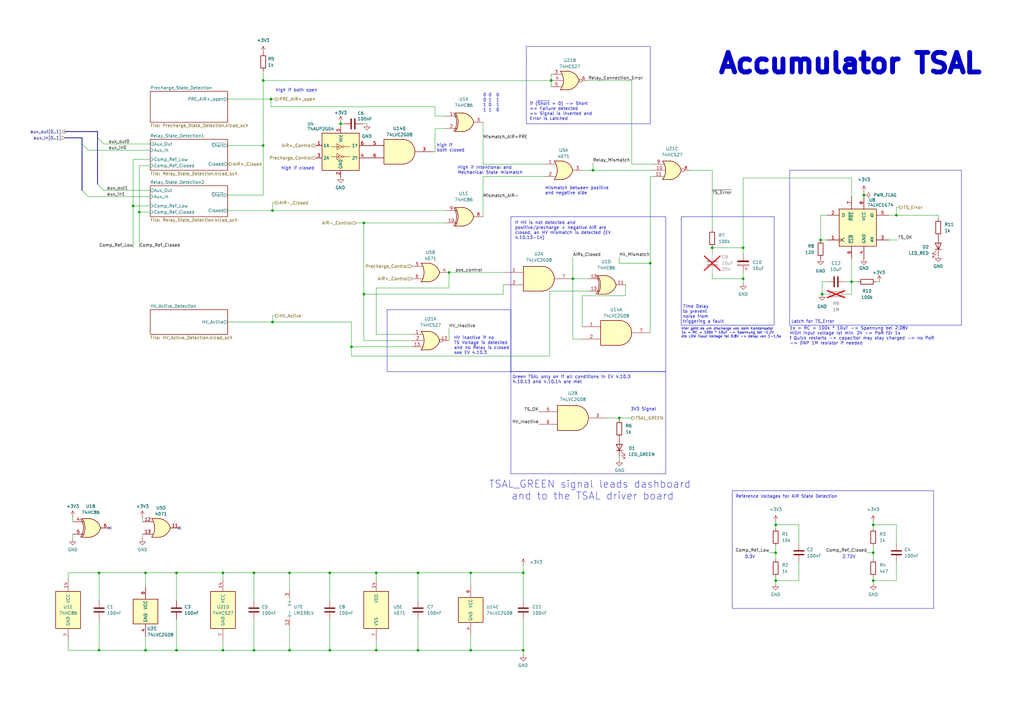
<source format=kicad_sch>
(kicad_sch
	(version 20231120)
	(generator "eeschema")
	(generator_version "8.0")
	(uuid "56b53f94-c2b2-4cdc-9d9a-c8fcb8f8f4f9")
	(paper "A3")
	(lib_symbols
		(symbol "4xxx:4071"
			(pin_names
				(offset 1.016)
			)
			(exclude_from_sim no)
			(in_bom yes)
			(on_board yes)
			(property "Reference" "U"
				(at 0 1.27 0)
				(effects
					(font
						(size 1.27 1.27)
					)
				)
			)
			(property "Value" "4071"
				(at 0 -1.27 0)
				(effects
					(font
						(size 1.27 1.27)
					)
				)
			)
			(property "Footprint" ""
				(at 0 0 0)
				(effects
					(font
						(size 1.27 1.27)
					)
					(hide yes)
				)
			)
			(property "Datasheet" "http://www.intersil.com/content/dam/Intersil/documents/cd40/cd4071bms-72bms-75bms.pdf"
				(at 0 0 0)
				(effects
					(font
						(size 1.27 1.27)
					)
					(hide yes)
				)
			)
			(property "Description" "Quad Or 2 inputs"
				(at 0 0 0)
				(effects
					(font
						(size 1.27 1.27)
					)
					(hide yes)
				)
			)
			(property "ki_locked" ""
				(at 0 0 0)
				(effects
					(font
						(size 1.27 1.27)
					)
				)
			)
			(property "ki_keywords" "CMOS OR2"
				(at 0 0 0)
				(effects
					(font
						(size 1.27 1.27)
					)
					(hide yes)
				)
			)
			(property "ki_fp_filters" "DIP?14*"
				(at 0 0 0)
				(effects
					(font
						(size 1.27 1.27)
					)
					(hide yes)
				)
			)
			(symbol "4071_1_1"
				(arc
					(start -3.81 -3.81)
					(mid -2.589 0)
					(end -3.81 3.81)
					(stroke
						(width 0.254)
						(type default)
					)
					(fill
						(type none)
					)
				)
				(arc
					(start -0.6096 -3.81)
					(mid 2.1842 -2.5851)
					(end 3.81 0)
					(stroke
						(width 0.254)
						(type default)
					)
					(fill
						(type background)
					)
				)
				(polyline
					(pts
						(xy -3.81 -3.81) (xy -0.635 -3.81)
					)
					(stroke
						(width 0.254)
						(type default)
					)
					(fill
						(type background)
					)
				)
				(polyline
					(pts
						(xy -3.81 3.81) (xy -0.635 3.81)
					)
					(stroke
						(width 0.254)
						(type default)
					)
					(fill
						(type background)
					)
				)
				(polyline
					(pts
						(xy -0.635 3.81) (xy -3.81 3.81) (xy -3.81 3.81) (xy -3.556 3.4036) (xy -3.0226 2.2606) (xy -2.6924 1.0414)
						(xy -2.6162 -0.254) (xy -2.7686 -1.4986) (xy -3.175 -2.7178) (xy -3.81 -3.81) (xy -3.81 -3.81)
						(xy -0.635 -3.81)
					)
					(stroke
						(width -25.4)
						(type default)
					)
					(fill
						(type background)
					)
				)
				(arc
					(start 3.81 0)
					(mid 2.1915 2.5936)
					(end -0.6096 3.81)
					(stroke
						(width 0.254)
						(type default)
					)
					(fill
						(type background)
					)
				)
				(pin input line
					(at -7.62 2.54 0)
					(length 4.318)
					(name "~"
						(effects
							(font
								(size 1.27 1.27)
							)
						)
					)
					(number "1"
						(effects
							(font
								(size 1.27 1.27)
							)
						)
					)
				)
				(pin input line
					(at -7.62 -2.54 0)
					(length 4.318)
					(name "~"
						(effects
							(font
								(size 1.27 1.27)
							)
						)
					)
					(number "2"
						(effects
							(font
								(size 1.27 1.27)
							)
						)
					)
				)
				(pin output line
					(at 7.62 0 180)
					(length 3.81)
					(name "~"
						(effects
							(font
								(size 1.27 1.27)
							)
						)
					)
					(number "3"
						(effects
							(font
								(size 1.27 1.27)
							)
						)
					)
				)
			)
			(symbol "4071_1_2"
				(arc
					(start 0 -3.81)
					(mid 3.7934 0)
					(end 0 3.81)
					(stroke
						(width 0.254)
						(type default)
					)
					(fill
						(type background)
					)
				)
				(polyline
					(pts
						(xy 0 3.81) (xy -3.81 3.81) (xy -3.81 -3.81) (xy 0 -3.81)
					)
					(stroke
						(width 0.254)
						(type default)
					)
					(fill
						(type background)
					)
				)
				(pin input inverted
					(at -7.62 2.54 0)
					(length 3.81)
					(name "~"
						(effects
							(font
								(size 1.27 1.27)
							)
						)
					)
					(number "1"
						(effects
							(font
								(size 1.27 1.27)
							)
						)
					)
				)
				(pin input inverted
					(at -7.62 -2.54 0)
					(length 3.81)
					(name "~"
						(effects
							(font
								(size 1.27 1.27)
							)
						)
					)
					(number "2"
						(effects
							(font
								(size 1.27 1.27)
							)
						)
					)
				)
				(pin output inverted
					(at 7.62 0 180)
					(length 3.81)
					(name "~"
						(effects
							(font
								(size 1.27 1.27)
							)
						)
					)
					(number "3"
						(effects
							(font
								(size 1.27 1.27)
							)
						)
					)
				)
			)
			(symbol "4071_2_1"
				(arc
					(start -3.81 -3.81)
					(mid -2.589 0)
					(end -3.81 3.81)
					(stroke
						(width 0.254)
						(type default)
					)
					(fill
						(type none)
					)
				)
				(arc
					(start -0.6096 -3.81)
					(mid 2.1842 -2.5851)
					(end 3.81 0)
					(stroke
						(width 0.254)
						(type default)
					)
					(fill
						(type background)
					)
				)
				(polyline
					(pts
						(xy -3.81 -3.81) (xy -0.635 -3.81)
					)
					(stroke
						(width 0.254)
						(type default)
					)
					(fill
						(type background)
					)
				)
				(polyline
					(pts
						(xy -3.81 3.81) (xy -0.635 3.81)
					)
					(stroke
						(width 0.254)
						(type default)
					)
					(fill
						(type background)
					)
				)
				(polyline
					(pts
						(xy -0.635 3.81) (xy -3.81 3.81) (xy -3.81 3.81) (xy -3.556 3.4036) (xy -3.0226 2.2606) (xy -2.6924 1.0414)
						(xy -2.6162 -0.254) (xy -2.7686 -1.4986) (xy -3.175 -2.7178) (xy -3.81 -3.81) (xy -3.81 -3.81)
						(xy -0.635 -3.81)
					)
					(stroke
						(width -25.4)
						(type default)
					)
					(fill
						(type background)
					)
				)
				(arc
					(start 3.81 0)
					(mid 2.1915 2.5936)
					(end -0.6096 3.81)
					(stroke
						(width 0.254)
						(type default)
					)
					(fill
						(type background)
					)
				)
				(pin output line
					(at 7.62 0 180)
					(length 3.81)
					(name "~"
						(effects
							(font
								(size 1.27 1.27)
							)
						)
					)
					(number "4"
						(effects
							(font
								(size 1.27 1.27)
							)
						)
					)
				)
				(pin input line
					(at -7.62 2.54 0)
					(length 4.318)
					(name "~"
						(effects
							(font
								(size 1.27 1.27)
							)
						)
					)
					(number "5"
						(effects
							(font
								(size 1.27 1.27)
							)
						)
					)
				)
				(pin input line
					(at -7.62 -2.54 0)
					(length 4.318)
					(name "~"
						(effects
							(font
								(size 1.27 1.27)
							)
						)
					)
					(number "6"
						(effects
							(font
								(size 1.27 1.27)
							)
						)
					)
				)
			)
			(symbol "4071_2_2"
				(arc
					(start 0 -3.81)
					(mid 3.7934 0)
					(end 0 3.81)
					(stroke
						(width 0.254)
						(type default)
					)
					(fill
						(type background)
					)
				)
				(polyline
					(pts
						(xy 0 3.81) (xy -3.81 3.81) (xy -3.81 -3.81) (xy 0 -3.81)
					)
					(stroke
						(width 0.254)
						(type default)
					)
					(fill
						(type background)
					)
				)
				(pin output inverted
					(at 7.62 0 180)
					(length 3.81)
					(name "~"
						(effects
							(font
								(size 1.27 1.27)
							)
						)
					)
					(number "4"
						(effects
							(font
								(size 1.27 1.27)
							)
						)
					)
				)
				(pin input inverted
					(at -7.62 2.54 0)
					(length 3.81)
					(name "~"
						(effects
							(font
								(size 1.27 1.27)
							)
						)
					)
					(number "5"
						(effects
							(font
								(size 1.27 1.27)
							)
						)
					)
				)
				(pin input inverted
					(at -7.62 -2.54 0)
					(length 3.81)
					(name "~"
						(effects
							(font
								(size 1.27 1.27)
							)
						)
					)
					(number "6"
						(effects
							(font
								(size 1.27 1.27)
							)
						)
					)
				)
			)
			(symbol "4071_3_1"
				(arc
					(start -3.81 -3.81)
					(mid -2.589 0)
					(end -3.81 3.81)
					(stroke
						(width 0.254)
						(type default)
					)
					(fill
						(type none)
					)
				)
				(arc
					(start -0.6096 -3.81)
					(mid 2.1842 -2.5851)
					(end 3.81 0)
					(stroke
						(width 0.254)
						(type default)
					)
					(fill
						(type background)
					)
				)
				(polyline
					(pts
						(xy -3.81 -3.81) (xy -0.635 -3.81)
					)
					(stroke
						(width 0.254)
						(type default)
					)
					(fill
						(type background)
					)
				)
				(polyline
					(pts
						(xy -3.81 3.81) (xy -0.635 3.81)
					)
					(stroke
						(width 0.254)
						(type default)
					)
					(fill
						(type background)
					)
				)
				(polyline
					(pts
						(xy -0.635 3.81) (xy -3.81 3.81) (xy -3.81 3.81) (xy -3.556 3.4036) (xy -3.0226 2.2606) (xy -2.6924 1.0414)
						(xy -2.6162 -0.254) (xy -2.7686 -1.4986) (xy -3.175 -2.7178) (xy -3.81 -3.81) (xy -3.81 -3.81)
						(xy -0.635 -3.81)
					)
					(stroke
						(width -25.4)
						(type default)
					)
					(fill
						(type background)
					)
				)
				(arc
					(start 3.81 0)
					(mid 2.1915 2.5936)
					(end -0.6096 3.81)
					(stroke
						(width 0.254)
						(type default)
					)
					(fill
						(type background)
					)
				)
				(pin output line
					(at 7.62 0 180)
					(length 3.81)
					(name "~"
						(effects
							(font
								(size 1.27 1.27)
							)
						)
					)
					(number "10"
						(effects
							(font
								(size 1.27 1.27)
							)
						)
					)
				)
				(pin input line
					(at -7.62 2.54 0)
					(length 4.318)
					(name "~"
						(effects
							(font
								(size 1.27 1.27)
							)
						)
					)
					(number "8"
						(effects
							(font
								(size 1.27 1.27)
							)
						)
					)
				)
				(pin input line
					(at -7.62 -2.54 0)
					(length 4.318)
					(name "~"
						(effects
							(font
								(size 1.27 1.27)
							)
						)
					)
					(number "9"
						(effects
							(font
								(size 1.27 1.27)
							)
						)
					)
				)
			)
			(symbol "4071_3_2"
				(arc
					(start 0 -3.81)
					(mid 3.7934 0)
					(end 0 3.81)
					(stroke
						(width 0.254)
						(type default)
					)
					(fill
						(type background)
					)
				)
				(polyline
					(pts
						(xy 0 3.81) (xy -3.81 3.81) (xy -3.81 -3.81) (xy 0 -3.81)
					)
					(stroke
						(width 0.254)
						(type default)
					)
					(fill
						(type background)
					)
				)
				(pin output inverted
					(at 7.62 0 180)
					(length 3.81)
					(name "~"
						(effects
							(font
								(size 1.27 1.27)
							)
						)
					)
					(number "10"
						(effects
							(font
								(size 1.27 1.27)
							)
						)
					)
				)
				(pin input inverted
					(at -7.62 2.54 0)
					(length 3.81)
					(name "~"
						(effects
							(font
								(size 1.27 1.27)
							)
						)
					)
					(number "8"
						(effects
							(font
								(size 1.27 1.27)
							)
						)
					)
				)
				(pin input inverted
					(at -7.62 -2.54 0)
					(length 3.81)
					(name "~"
						(effects
							(font
								(size 1.27 1.27)
							)
						)
					)
					(number "9"
						(effects
							(font
								(size 1.27 1.27)
							)
						)
					)
				)
			)
			(symbol "4071_4_1"
				(arc
					(start -3.81 -3.81)
					(mid -2.589 0)
					(end -3.81 3.81)
					(stroke
						(width 0.254)
						(type default)
					)
					(fill
						(type none)
					)
				)
				(arc
					(start -0.6096 -3.81)
					(mid 2.1842 -2.5851)
					(end 3.81 0)
					(stroke
						(width 0.254)
						(type default)
					)
					(fill
						(type background)
					)
				)
				(polyline
					(pts
						(xy -3.81 -3.81) (xy -0.635 -3.81)
					)
					(stroke
						(width 0.254)
						(type default)
					)
					(fill
						(type background)
					)
				)
				(polyline
					(pts
						(xy -3.81 3.81) (xy -0.635 3.81)
					)
					(stroke
						(width 0.254)
						(type default)
					)
					(fill
						(type background)
					)
				)
				(polyline
					(pts
						(xy -0.635 3.81) (xy -3.81 3.81) (xy -3.81 3.81) (xy -3.556 3.4036) (xy -3.0226 2.2606) (xy -2.6924 1.0414)
						(xy -2.6162 -0.254) (xy -2.7686 -1.4986) (xy -3.175 -2.7178) (xy -3.81 -3.81) (xy -3.81 -3.81)
						(xy -0.635 -3.81)
					)
					(stroke
						(width -25.4)
						(type default)
					)
					(fill
						(type background)
					)
				)
				(arc
					(start 3.81 0)
					(mid 2.1915 2.5936)
					(end -0.6096 3.81)
					(stroke
						(width 0.254)
						(type default)
					)
					(fill
						(type background)
					)
				)
				(pin output line
					(at 7.62 0 180)
					(length 3.81)
					(name "~"
						(effects
							(font
								(size 1.27 1.27)
							)
						)
					)
					(number "11"
						(effects
							(font
								(size 1.27 1.27)
							)
						)
					)
				)
				(pin input line
					(at -7.62 2.54 0)
					(length 4.318)
					(name "~"
						(effects
							(font
								(size 1.27 1.27)
							)
						)
					)
					(number "12"
						(effects
							(font
								(size 1.27 1.27)
							)
						)
					)
				)
				(pin input line
					(at -7.62 -2.54 0)
					(length 4.318)
					(name "~"
						(effects
							(font
								(size 1.27 1.27)
							)
						)
					)
					(number "13"
						(effects
							(font
								(size 1.27 1.27)
							)
						)
					)
				)
			)
			(symbol "4071_4_2"
				(arc
					(start 0 -3.81)
					(mid 3.7934 0)
					(end 0 3.81)
					(stroke
						(width 0.254)
						(type default)
					)
					(fill
						(type background)
					)
				)
				(polyline
					(pts
						(xy 0 3.81) (xy -3.81 3.81) (xy -3.81 -3.81) (xy 0 -3.81)
					)
					(stroke
						(width 0.254)
						(type default)
					)
					(fill
						(type background)
					)
				)
				(pin output inverted
					(at 7.62 0 180)
					(length 3.81)
					(name "~"
						(effects
							(font
								(size 1.27 1.27)
							)
						)
					)
					(number "11"
						(effects
							(font
								(size 1.27 1.27)
							)
						)
					)
				)
				(pin input inverted
					(at -7.62 2.54 0)
					(length 3.81)
					(name "~"
						(effects
							(font
								(size 1.27 1.27)
							)
						)
					)
					(number "12"
						(effects
							(font
								(size 1.27 1.27)
							)
						)
					)
				)
				(pin input inverted
					(at -7.62 -2.54 0)
					(length 3.81)
					(name "~"
						(effects
							(font
								(size 1.27 1.27)
							)
						)
					)
					(number "13"
						(effects
							(font
								(size 1.27 1.27)
							)
						)
					)
				)
			)
			(symbol "4071_5_0"
				(pin power_in line
					(at 0 12.7 270)
					(length 5.08)
					(name "VDD"
						(effects
							(font
								(size 1.27 1.27)
							)
						)
					)
					(number "14"
						(effects
							(font
								(size 1.27 1.27)
							)
						)
					)
				)
				(pin power_in line
					(at 0 -12.7 90)
					(length 5.08)
					(name "VSS"
						(effects
							(font
								(size 1.27 1.27)
							)
						)
					)
					(number "7"
						(effects
							(font
								(size 1.27 1.27)
							)
						)
					)
				)
			)
			(symbol "4071_5_1"
				(rectangle
					(start -5.08 7.62)
					(end 5.08 -7.62)
					(stroke
						(width 0.254)
						(type default)
					)
					(fill
						(type background)
					)
				)
			)
		)
		(symbol "74xGxx:74AUC1G74"
			(pin_names
				(offset 1.016)
			)
			(exclude_from_sim no)
			(in_bom yes)
			(on_board yes)
			(property "Reference" "U"
				(at -5.08 10.16 0)
				(effects
					(font
						(size 1.27 1.27)
					)
				)
			)
			(property "Value" "74AUC1G74"
				(at 10.16 -10.16 0)
				(effects
					(font
						(size 1.27 1.27)
					)
				)
			)
			(property "Footprint" ""
				(at 0 0 0)
				(effects
					(font
						(size 1.27 1.27)
					)
					(hide yes)
				)
			)
			(property "Datasheet" "http://www.ti.com/lit/sg/scyt129e/scyt129e.pdf"
				(at 0 0 0)
				(effects
					(font
						(size 1.27 1.27)
					)
					(hide yes)
				)
			)
			(property "Description" "Single D Flip-Flop, Low-Voltage CMOS"
				(at 0 0 0)
				(effects
					(font
						(size 1.27 1.27)
					)
					(hide yes)
				)
			)
			(property "ki_keywords" "Single D Flip-Flop D CMOS"
				(at 0 0 0)
				(effects
					(font
						(size 1.27 1.27)
					)
					(hide yes)
				)
			)
			(property "ki_fp_filters" "SSOP* VSSOP*"
				(at 0 0 0)
				(effects
					(font
						(size 1.27 1.27)
					)
					(hide yes)
				)
			)
			(symbol "74AUC1G74_0_1"
				(rectangle
					(start -7.62 7.62)
					(end 7.62 -7.62)
					(stroke
						(width 0.254)
						(type default)
					)
					(fill
						(type background)
					)
				)
			)
			(symbol "74AUC1G74_1_1"
				(pin input clock
					(at -12.7 -5.08 0)
					(length 5.08)
					(name "C"
						(effects
							(font
								(size 1.27 1.27)
							)
						)
					)
					(number "1"
						(effects
							(font
								(size 1.27 1.27)
							)
						)
					)
				)
				(pin input line
					(at -12.7 5.08 0)
					(length 5.08)
					(name "D"
						(effects
							(font
								(size 1.27 1.27)
							)
						)
					)
					(number "2"
						(effects
							(font
								(size 1.27 1.27)
							)
						)
					)
				)
				(pin output line
					(at 12.7 -5.08 180)
					(length 5.08)
					(name "~{Q}"
						(effects
							(font
								(size 1.27 1.27)
							)
						)
					)
					(number "3"
						(effects
							(font
								(size 1.27 1.27)
							)
						)
					)
				)
				(pin power_in line
					(at 2.54 -12.7 90)
					(length 5.08)
					(name "GND"
						(effects
							(font
								(size 1.27 1.27)
							)
						)
					)
					(number "4"
						(effects
							(font
								(size 1.27 1.27)
							)
						)
					)
				)
				(pin output line
					(at 12.7 5.08 180)
					(length 5.08)
					(name "Q"
						(effects
							(font
								(size 1.27 1.27)
							)
						)
					)
					(number "5"
						(effects
							(font
								(size 1.27 1.27)
							)
						)
					)
				)
				(pin input line
					(at -2.54 -12.7 90)
					(length 5.08)
					(name "~{CLR}"
						(effects
							(font
								(size 1.27 1.27)
							)
						)
					)
					(number "6"
						(effects
							(font
								(size 1.27 1.27)
							)
						)
					)
				)
				(pin input line
					(at -2.54 12.7 270)
					(length 5.08)
					(name "~{PRE}"
						(effects
							(font
								(size 1.27 1.27)
							)
						)
					)
					(number "7"
						(effects
							(font
								(size 1.27 1.27)
							)
						)
					)
				)
				(pin power_in line
					(at 2.54 12.7 270)
					(length 5.08)
					(name "VCC"
						(effects
							(font
								(size 1.27 1.27)
							)
						)
					)
					(number "8"
						(effects
							(font
								(size 1.27 1.27)
							)
						)
					)
				)
			)
		)
		(symbol "74xGxx:74LVC2G08"
			(exclude_from_sim no)
			(in_bom yes)
			(on_board yes)
			(property "Reference" "U"
				(at -10.16 7.62 0)
				(effects
					(font
						(size 1.27 1.27)
					)
				)
			)
			(property "Value" "74LVC2G08"
				(at -10.16 -7.62 0)
				(effects
					(font
						(size 1.27 1.27)
					)
				)
			)
			(property "Footprint" ""
				(at 0 0 0)
				(effects
					(font
						(size 1.27 1.27)
					)
					(hide yes)
				)
			)
			(property "Datasheet" "http://www.ti.com/lit/sg/scyt129e/scyt129e.pdf"
				(at 0 0 0)
				(effects
					(font
						(size 1.27 1.27)
					)
					(hide yes)
				)
			)
			(property "Description" "Dual AND Gate, Low-Voltage CMOS"
				(at 0 0 0)
				(effects
					(font
						(size 1.27 1.27)
					)
					(hide yes)
				)
			)
			(property "ki_keywords" "Dual Gate AND LVC CMOS"
				(at 0 0 0)
				(effects
					(font
						(size 1.27 1.27)
					)
					(hide yes)
				)
			)
			(property "ki_fp_filters" "SSOP* VSSOP*"
				(at 0 0 0)
				(effects
					(font
						(size 1.27 1.27)
					)
					(hide yes)
				)
			)
			(symbol "74LVC2G08_1_1"
				(arc
					(start 0 -5.08)
					(mid 5.0579 0)
					(end 0 5.08)
					(stroke
						(width 0.254)
						(type default)
					)
					(fill
						(type background)
					)
				)
				(polyline
					(pts
						(xy 0 -5.08) (xy -7.62 -5.08) (xy -7.62 5.08) (xy 0 5.08)
					)
					(stroke
						(width 0.254)
						(type default)
					)
					(fill
						(type background)
					)
				)
				(pin input line
					(at -15.24 2.54 0)
					(length 7.62)
					(name "~"
						(effects
							(font
								(size 1.27 1.27)
							)
						)
					)
					(number "1"
						(effects
							(font
								(size 1.27 1.27)
							)
						)
					)
				)
				(pin input line
					(at -15.24 -2.54 0)
					(length 7.62)
					(name "~"
						(effects
							(font
								(size 1.27 1.27)
							)
						)
					)
					(number "2"
						(effects
							(font
								(size 1.27 1.27)
							)
						)
					)
				)
				(pin output line
					(at 12.7 0 180)
					(length 7.62)
					(name "~"
						(effects
							(font
								(size 1.27 1.27)
							)
						)
					)
					(number "7"
						(effects
							(font
								(size 1.27 1.27)
							)
						)
					)
				)
			)
			(symbol "74LVC2G08_2_1"
				(arc
					(start 0 -5.08)
					(mid 5.0579 0)
					(end 0 5.08)
					(stroke
						(width 0.254)
						(type default)
					)
					(fill
						(type background)
					)
				)
				(polyline
					(pts
						(xy 0 -5.08) (xy -7.62 -5.08) (xy -7.62 5.08) (xy 0 5.08)
					)
					(stroke
						(width 0.254)
						(type default)
					)
					(fill
						(type background)
					)
				)
				(pin output line
					(at 12.7 0 180)
					(length 7.62)
					(name "~"
						(effects
							(font
								(size 1.27 1.27)
							)
						)
					)
					(number "3"
						(effects
							(font
								(size 1.27 1.27)
							)
						)
					)
				)
				(pin input line
					(at -15.24 2.54 0)
					(length 7.62)
					(name "~"
						(effects
							(font
								(size 1.27 1.27)
							)
						)
					)
					(number "5"
						(effects
							(font
								(size 1.27 1.27)
							)
						)
					)
				)
				(pin input line
					(at -15.24 -2.54 0)
					(length 7.62)
					(name "~"
						(effects
							(font
								(size 1.27 1.27)
							)
						)
					)
					(number "6"
						(effects
							(font
								(size 1.27 1.27)
							)
						)
					)
				)
			)
			(symbol "74LVC2G08_3_0"
				(rectangle
					(start -5.08 -5.08)
					(end 5.08 5.08)
					(stroke
						(width 0.254)
						(type default)
					)
					(fill
						(type background)
					)
				)
			)
			(symbol "74LVC2G08_3_1"
				(pin power_in line
					(at 0 -10.16 90)
					(length 5.08)
					(name "GND"
						(effects
							(font
								(size 1.27 1.27)
							)
						)
					)
					(number "4"
						(effects
							(font
								(size 1.27 1.27)
							)
						)
					)
				)
				(pin power_in line
					(at 0 10.16 270)
					(length 5.08)
					(name "VCC"
						(effects
							(font
								(size 1.27 1.27)
							)
						)
					)
					(number "8"
						(effects
							(font
								(size 1.27 1.27)
							)
						)
					)
				)
			)
		)
		(symbol "74xGxx:Inverter_Schmitt_Dual"
			(exclude_from_sim no)
			(in_bom yes)
			(on_board yes)
			(property "Reference" "U"
				(at 2.54 12.7 0)
				(effects
					(font
						(size 1.27 1.27)
					)
					(justify left)
				)
			)
			(property "Value" "Inverter_Schmitt_Dual"
				(at 2.54 10.16 0)
				(effects
					(font
						(size 1.27 1.27)
					)
					(justify left)
				)
			)
			(property "Footprint" ""
				(at 0 0 0)
				(effects
					(font
						(size 1.27 1.27)
					)
					(hide yes)
				)
			)
			(property "Datasheet" "~"
				(at 0 0 0)
				(effects
					(font
						(size 1.27 1.27)
					)
					(hide yes)
				)
			)
			(property "Description" "Dual schmitt inverter"
				(at 0 0 0)
				(effects
					(font
						(size 1.27 1.27)
					)
					(hide yes)
				)
			)
			(property "ki_keywords" "dual schmitt inverter"
				(at 0 0 0)
				(effects
					(font
						(size 1.27 1.27)
					)
					(hide yes)
				)
			)
			(property "ki_fp_filters" "SOT?23* SOT?363* SC?70*"
				(at 0 0 0)
				(effects
					(font
						(size 1.27 1.27)
					)
					(hide yes)
				)
			)
			(symbol "Inverter_Schmitt_Dual_1_1"
				(rectangle
					(start -7.62 7.62)
					(end 7.62 -7.62)
					(stroke
						(width 0.254)
						(type default)
					)
					(fill
						(type background)
					)
				)
				(polyline
					(pts
						(xy -1.524 -2.032) (xy -3.81 -2.032)
					)
					(stroke
						(width 0)
						(type default)
					)
					(fill
						(type none)
					)
				)
				(polyline
					(pts
						(xy -1.524 2.032) (xy -3.81 2.032)
					)
					(stroke
						(width 0)
						(type default)
					)
					(fill
						(type none)
					)
				)
				(polyline
					(pts
						(xy -0.762 -1.778) (xy -0.508 -1.778)
					)
					(stroke
						(width 0)
						(type default)
					)
					(fill
						(type none)
					)
				)
				(polyline
					(pts
						(xy -0.762 2.286) (xy -0.508 2.286)
					)
					(stroke
						(width 0)
						(type default)
					)
					(fill
						(type none)
					)
				)
				(polyline
					(pts
						(xy 1.27 -2.032) (xy 3.81 -2.032)
					)
					(stroke
						(width 0)
						(type default)
					)
					(fill
						(type none)
					)
				)
				(polyline
					(pts
						(xy 1.27 2.032) (xy 3.81 2.032)
					)
					(stroke
						(width 0)
						(type default)
					)
					(fill
						(type none)
					)
				)
				(polyline
					(pts
						(xy -1.524 -0.762) (xy 0.508 -2.032) (xy -1.524 -3.302) (xy -1.524 -0.762)
					)
					(stroke
						(width 0)
						(type default)
					)
					(fill
						(type none)
					)
				)
				(polyline
					(pts
						(xy -1.524 3.302) (xy 0.508 2.032) (xy -1.524 0.762) (xy -1.524 3.302)
					)
					(stroke
						(width 0)
						(type default)
					)
					(fill
						(type none)
					)
				)
				(polyline
					(pts
						(xy -1.016 -2.286) (xy -1.016 -1.778) (xy -0.762 -1.778) (xy -0.762 -2.286) (xy -1.27 -2.286)
					)
					(stroke
						(width 0)
						(type default)
					)
					(fill
						(type none)
					)
				)
				(polyline
					(pts
						(xy -1.016 1.778) (xy -1.016 2.286) (xy -0.762 2.286) (xy -0.762 1.778) (xy -1.27 1.778)
					)
					(stroke
						(width 0)
						(type default)
					)
					(fill
						(type none)
					)
				)
				(circle
					(center 0.889 -2.032)
					(radius 0.381)
					(stroke
						(width 0)
						(type default)
					)
					(fill
						(type none)
					)
				)
				(circle
					(center 0.889 2.032)
					(radius 0.381)
					(stroke
						(width 0)
						(type default)
					)
					(fill
						(type none)
					)
				)
				(pin input line
					(at -10.16 2.54 0)
					(length 2.54)
					(name "1A"
						(effects
							(font
								(size 1.27 1.27)
							)
						)
					)
					(number "1"
						(effects
							(font
								(size 1.27 1.27)
							)
						)
					)
				)
				(pin power_in line
					(at 0 -10.16 90)
					(length 2.54)
					(name "GND"
						(effects
							(font
								(size 1.27 1.27)
							)
						)
					)
					(number "2"
						(effects
							(font
								(size 1.27 1.27)
							)
						)
					)
				)
				(pin input line
					(at -10.16 -2.54 0)
					(length 2.54)
					(name "2A"
						(effects
							(font
								(size 1.27 1.27)
							)
						)
					)
					(number "3"
						(effects
							(font
								(size 1.27 1.27)
							)
						)
					)
				)
				(pin output line
					(at 10.16 -2.54 180)
					(length 2.54)
					(name "2Y"
						(effects
							(font
								(size 1.27 1.27)
							)
						)
					)
					(number "4"
						(effects
							(font
								(size 1.27 1.27)
							)
						)
					)
				)
				(pin power_in line
					(at 0 10.16 270)
					(length 2.54)
					(name "V_{CC}"
						(effects
							(font
								(size 1.27 1.27)
							)
						)
					)
					(number "5"
						(effects
							(font
								(size 1.27 1.27)
							)
						)
					)
				)
				(pin output line
					(at 10.16 2.54 180)
					(length 2.54)
					(name "1Y"
						(effects
							(font
								(size 1.27 1.27)
							)
						)
					)
					(number "6"
						(effects
							(font
								(size 1.27 1.27)
							)
						)
					)
				)
			)
		)
		(symbol "74xx:74HC86"
			(pin_names
				(offset 1.016)
			)
			(exclude_from_sim no)
			(in_bom yes)
			(on_board yes)
			(property "Reference" "U"
				(at 0 1.27 0)
				(effects
					(font
						(size 1.27 1.27)
					)
				)
			)
			(property "Value" "74HC86"
				(at 0 -1.27 0)
				(effects
					(font
						(size 1.27 1.27)
					)
				)
			)
			(property "Footprint" ""
				(at 0 0 0)
				(effects
					(font
						(size 1.27 1.27)
					)
					(hide yes)
				)
			)
			(property "Datasheet" "http://www.ti.com/lit/gpn/sn74HC86"
				(at 0 0 0)
				(effects
					(font
						(size 1.27 1.27)
					)
					(hide yes)
				)
			)
			(property "Description" "Quad 2-input XOR"
				(at 0 0 0)
				(effects
					(font
						(size 1.27 1.27)
					)
					(hide yes)
				)
			)
			(property "ki_locked" ""
				(at 0 0 0)
				(effects
					(font
						(size 1.27 1.27)
					)
				)
			)
			(property "ki_keywords" "TTL XOR2"
				(at 0 0 0)
				(effects
					(font
						(size 1.27 1.27)
					)
					(hide yes)
				)
			)
			(property "ki_fp_filters" "DIP*W7.62mm*"
				(at 0 0 0)
				(effects
					(font
						(size 1.27 1.27)
					)
					(hide yes)
				)
			)
			(symbol "74HC86_1_0"
				(arc
					(start -4.4196 -3.81)
					(mid -3.2033 0)
					(end -4.4196 3.81)
					(stroke
						(width 0.254)
						(type default)
					)
					(fill
						(type none)
					)
				)
				(arc
					(start -3.81 -3.81)
					(mid -2.589 0)
					(end -3.81 3.81)
					(stroke
						(width 0.254)
						(type default)
					)
					(fill
						(type none)
					)
				)
				(arc
					(start -0.6096 -3.81)
					(mid 2.1842 -2.5851)
					(end 3.81 0)
					(stroke
						(width 0.254)
						(type default)
					)
					(fill
						(type background)
					)
				)
				(polyline
					(pts
						(xy -3.81 -3.81) (xy -0.635 -3.81)
					)
					(stroke
						(width 0.254)
						(type default)
					)
					(fill
						(type background)
					)
				)
				(polyline
					(pts
						(xy -3.81 3.81) (xy -0.635 3.81)
					)
					(stroke
						(width 0.254)
						(type default)
					)
					(fill
						(type background)
					)
				)
				(polyline
					(pts
						(xy -0.635 3.81) (xy -3.81 3.81) (xy -3.81 3.81) (xy -3.556 3.4036) (xy -3.0226 2.2606) (xy -2.6924 1.0414)
						(xy -2.6162 -0.254) (xy -2.7686 -1.4986) (xy -3.175 -2.7178) (xy -3.81 -3.81) (xy -3.81 -3.81)
						(xy -0.635 -3.81)
					)
					(stroke
						(width -25.4)
						(type default)
					)
					(fill
						(type background)
					)
				)
				(arc
					(start 3.81 0)
					(mid 2.1915 2.5936)
					(end -0.6096 3.81)
					(stroke
						(width 0.254)
						(type default)
					)
					(fill
						(type background)
					)
				)
				(pin input line
					(at -7.62 2.54 0)
					(length 4.445)
					(name "~"
						(effects
							(font
								(size 1.27 1.27)
							)
						)
					)
					(number "1"
						(effects
							(font
								(size 1.27 1.27)
							)
						)
					)
				)
				(pin input line
					(at -7.62 -2.54 0)
					(length 4.445)
					(name "~"
						(effects
							(font
								(size 1.27 1.27)
							)
						)
					)
					(number "2"
						(effects
							(font
								(size 1.27 1.27)
							)
						)
					)
				)
				(pin output line
					(at 7.62 0 180)
					(length 3.81)
					(name "~"
						(effects
							(font
								(size 1.27 1.27)
							)
						)
					)
					(number "3"
						(effects
							(font
								(size 1.27 1.27)
							)
						)
					)
				)
			)
			(symbol "74HC86_1_1"
				(polyline
					(pts
						(xy -3.81 -2.54) (xy -3.175 -2.54)
					)
					(stroke
						(width 0.1524)
						(type default)
					)
					(fill
						(type none)
					)
				)
				(polyline
					(pts
						(xy -3.81 2.54) (xy -3.175 2.54)
					)
					(stroke
						(width 0.1524)
						(type default)
					)
					(fill
						(type none)
					)
				)
			)
			(symbol "74HC86_2_0"
				(arc
					(start -4.4196 -3.81)
					(mid -3.2033 0)
					(end -4.4196 3.81)
					(stroke
						(width 0.254)
						(type default)
					)
					(fill
						(type none)
					)
				)
				(arc
					(start -3.81 -3.81)
					(mid -2.589 0)
					(end -3.81 3.81)
					(stroke
						(width 0.254)
						(type default)
					)
					(fill
						(type none)
					)
				)
				(arc
					(start -0.6096 -3.81)
					(mid 2.1842 -2.5851)
					(end 3.81 0)
					(stroke
						(width 0.254)
						(type default)
					)
					(fill
						(type background)
					)
				)
				(polyline
					(pts
						(xy -3.81 -3.81) (xy -0.635 -3.81)
					)
					(stroke
						(width 0.254)
						(type default)
					)
					(fill
						(type background)
					)
				)
				(polyline
					(pts
						(xy -3.81 3.81) (xy -0.635 3.81)
					)
					(stroke
						(width 0.254)
						(type default)
					)
					(fill
						(type background)
					)
				)
				(polyline
					(pts
						(xy -0.635 3.81) (xy -3.81 3.81) (xy -3.81 3.81) (xy -3.556 3.4036) (xy -3.0226 2.2606) (xy -2.6924 1.0414)
						(xy -2.6162 -0.254) (xy -2.7686 -1.4986) (xy -3.175 -2.7178) (xy -3.81 -3.81) (xy -3.81 -3.81)
						(xy -0.635 -3.81)
					)
					(stroke
						(width -25.4)
						(type default)
					)
					(fill
						(type background)
					)
				)
				(arc
					(start 3.81 0)
					(mid 2.1915 2.5936)
					(end -0.6096 3.81)
					(stroke
						(width 0.254)
						(type default)
					)
					(fill
						(type background)
					)
				)
				(pin input line
					(at -7.62 2.54 0)
					(length 4.445)
					(name "~"
						(effects
							(font
								(size 1.27 1.27)
							)
						)
					)
					(number "4"
						(effects
							(font
								(size 1.27 1.27)
							)
						)
					)
				)
				(pin input line
					(at -7.62 -2.54 0)
					(length 4.445)
					(name "~"
						(effects
							(font
								(size 1.27 1.27)
							)
						)
					)
					(number "5"
						(effects
							(font
								(size 1.27 1.27)
							)
						)
					)
				)
				(pin output line
					(at 7.62 0 180)
					(length 3.81)
					(name "~"
						(effects
							(font
								(size 1.27 1.27)
							)
						)
					)
					(number "6"
						(effects
							(font
								(size 1.27 1.27)
							)
						)
					)
				)
			)
			(symbol "74HC86_2_1"
				(polyline
					(pts
						(xy -3.81 -2.54) (xy -3.175 -2.54)
					)
					(stroke
						(width 0.1524)
						(type default)
					)
					(fill
						(type none)
					)
				)
				(polyline
					(pts
						(xy -3.81 2.54) (xy -3.175 2.54)
					)
					(stroke
						(width 0.1524)
						(type default)
					)
					(fill
						(type none)
					)
				)
			)
			(symbol "74HC86_3_0"
				(arc
					(start -4.4196 -3.81)
					(mid -3.2033 0)
					(end -4.4196 3.81)
					(stroke
						(width 0.254)
						(type default)
					)
					(fill
						(type none)
					)
				)
				(arc
					(start -3.81 -3.81)
					(mid -2.589 0)
					(end -3.81 3.81)
					(stroke
						(width 0.254)
						(type default)
					)
					(fill
						(type none)
					)
				)
				(arc
					(start -0.6096 -3.81)
					(mid 2.1842 -2.5851)
					(end 3.81 0)
					(stroke
						(width 0.254)
						(type default)
					)
					(fill
						(type background)
					)
				)
				(polyline
					(pts
						(xy -3.81 -3.81) (xy -0.635 -3.81)
					)
					(stroke
						(width 0.254)
						(type default)
					)
					(fill
						(type background)
					)
				)
				(polyline
					(pts
						(xy -3.81 3.81) (xy -0.635 3.81)
					)
					(stroke
						(width 0.254)
						(type default)
					)
					(fill
						(type background)
					)
				)
				(polyline
					(pts
						(xy -0.635 3.81) (xy -3.81 3.81) (xy -3.81 3.81) (xy -3.556 3.4036) (xy -3.0226 2.2606) (xy -2.6924 1.0414)
						(xy -2.6162 -0.254) (xy -2.7686 -1.4986) (xy -3.175 -2.7178) (xy -3.81 -3.81) (xy -3.81 -3.81)
						(xy -0.635 -3.81)
					)
					(stroke
						(width -25.4)
						(type default)
					)
					(fill
						(type background)
					)
				)
				(arc
					(start 3.81 0)
					(mid 2.1915 2.5936)
					(end -0.6096 3.81)
					(stroke
						(width 0.254)
						(type default)
					)
					(fill
						(type background)
					)
				)
				(pin input line
					(at -7.62 -2.54 0)
					(length 4.445)
					(name "~"
						(effects
							(font
								(size 1.27 1.27)
							)
						)
					)
					(number "10"
						(effects
							(font
								(size 1.27 1.27)
							)
						)
					)
				)
				(pin output line
					(at 7.62 0 180)
					(length 3.81)
					(name "~"
						(effects
							(font
								(size 1.27 1.27)
							)
						)
					)
					(number "8"
						(effects
							(font
								(size 1.27 1.27)
							)
						)
					)
				)
				(pin input line
					(at -7.62 2.54 0)
					(length 4.445)
					(name "~"
						(effects
							(font
								(size 1.27 1.27)
							)
						)
					)
					(number "9"
						(effects
							(font
								(size 1.27 1.27)
							)
						)
					)
				)
			)
			(symbol "74HC86_3_1"
				(polyline
					(pts
						(xy -3.81 -2.54) (xy -3.175 -2.54)
					)
					(stroke
						(width 0.1524)
						(type default)
					)
					(fill
						(type none)
					)
				)
				(polyline
					(pts
						(xy -3.81 2.54) (xy -3.175 2.54)
					)
					(stroke
						(width 0.1524)
						(type default)
					)
					(fill
						(type none)
					)
				)
			)
			(symbol "74HC86_4_0"
				(arc
					(start -4.4196 -3.81)
					(mid -3.2033 0)
					(end -4.4196 3.81)
					(stroke
						(width 0.254)
						(type default)
					)
					(fill
						(type none)
					)
				)
				(arc
					(start -3.81 -3.81)
					(mid -2.589 0)
					(end -3.81 3.81)
					(stroke
						(width 0.254)
						(type default)
					)
					(fill
						(type none)
					)
				)
				(arc
					(start -0.6096 -3.81)
					(mid 2.1842 -2.5851)
					(end 3.81 0)
					(stroke
						(width 0.254)
						(type default)
					)
					(fill
						(type background)
					)
				)
				(polyline
					(pts
						(xy -3.81 -3.81) (xy -0.635 -3.81)
					)
					(stroke
						(width 0.254)
						(type default)
					)
					(fill
						(type background)
					)
				)
				(polyline
					(pts
						(xy -3.81 3.81) (xy -0.635 3.81)
					)
					(stroke
						(width 0.254)
						(type default)
					)
					(fill
						(type background)
					)
				)
				(polyline
					(pts
						(xy -0.635 3.81) (xy -3.81 3.81) (xy -3.81 3.81) (xy -3.556 3.4036) (xy -3.0226 2.2606) (xy -2.6924 1.0414)
						(xy -2.6162 -0.254) (xy -2.7686 -1.4986) (xy -3.175 -2.7178) (xy -3.81 -3.81) (xy -3.81 -3.81)
						(xy -0.635 -3.81)
					)
					(stroke
						(width -25.4)
						(type default)
					)
					(fill
						(type background)
					)
				)
				(arc
					(start 3.81 0)
					(mid 2.1915 2.5936)
					(end -0.6096 3.81)
					(stroke
						(width 0.254)
						(type default)
					)
					(fill
						(type background)
					)
				)
				(pin output line
					(at 7.62 0 180)
					(length 3.81)
					(name "~"
						(effects
							(font
								(size 1.27 1.27)
							)
						)
					)
					(number "11"
						(effects
							(font
								(size 1.27 1.27)
							)
						)
					)
				)
				(pin input line
					(at -7.62 2.54 0)
					(length 4.445)
					(name "~"
						(effects
							(font
								(size 1.27 1.27)
							)
						)
					)
					(number "12"
						(effects
							(font
								(size 1.27 1.27)
							)
						)
					)
				)
				(pin input line
					(at -7.62 -2.54 0)
					(length 4.445)
					(name "~"
						(effects
							(font
								(size 1.27 1.27)
							)
						)
					)
					(number "13"
						(effects
							(font
								(size 1.27 1.27)
							)
						)
					)
				)
			)
			(symbol "74HC86_4_1"
				(polyline
					(pts
						(xy -3.81 -2.54) (xy -3.175 -2.54)
					)
					(stroke
						(width 0.1524)
						(type default)
					)
					(fill
						(type none)
					)
				)
				(polyline
					(pts
						(xy -3.81 2.54) (xy -3.175 2.54)
					)
					(stroke
						(width 0.1524)
						(type default)
					)
					(fill
						(type none)
					)
				)
			)
			(symbol "74HC86_5_0"
				(pin power_in line
					(at 0 12.7 270)
					(length 5.08)
					(name "VCC"
						(effects
							(font
								(size 1.27 1.27)
							)
						)
					)
					(number "14"
						(effects
							(font
								(size 1.27 1.27)
							)
						)
					)
				)
				(pin power_in line
					(at 0 -12.7 90)
					(length 5.08)
					(name "GND"
						(effects
							(font
								(size 1.27 1.27)
							)
						)
					)
					(number "7"
						(effects
							(font
								(size 1.27 1.27)
							)
						)
					)
				)
			)
			(symbol "74HC86_5_1"
				(rectangle
					(start -5.08 7.62)
					(end 5.08 -7.62)
					(stroke
						(width 0.254)
						(type default)
					)
					(fill
						(type background)
					)
				)
			)
		)
		(symbol "Comparator:LM339"
			(pin_names
				(offset 0.127)
			)
			(exclude_from_sim no)
			(in_bom yes)
			(on_board yes)
			(property "Reference" "U"
				(at 0 5.08 0)
				(effects
					(font
						(size 1.27 1.27)
					)
					(justify left)
				)
			)
			(property "Value" "LM339"
				(at 0 -5.08 0)
				(effects
					(font
						(size 1.27 1.27)
					)
					(justify left)
				)
			)
			(property "Footprint" ""
				(at -1.27 2.54 0)
				(effects
					(font
						(size 1.27 1.27)
					)
					(hide yes)
				)
			)
			(property "Datasheet" "https://www.st.com/resource/en/datasheet/lm139.pdf"
				(at 1.27 5.08 0)
				(effects
					(font
						(size 1.27 1.27)
					)
					(hide yes)
				)
			)
			(property "Description" "Quad Differential Comparators, SOIC-14/TSSOP-14"
				(at 0 0 0)
				(effects
					(font
						(size 1.27 1.27)
					)
					(hide yes)
				)
			)
			(property "ki_locked" ""
				(at 0 0 0)
				(effects
					(font
						(size 1.27 1.27)
					)
				)
			)
			(property "ki_keywords" "cmp open collector"
				(at 0 0 0)
				(effects
					(font
						(size 1.27 1.27)
					)
					(hide yes)
				)
			)
			(property "ki_fp_filters" "SOIC*3.9x8.7mm*P1.27mm* TSSOP*4.4x5mm*P0.65mm*"
				(at 0 0 0)
				(effects
					(font
						(size 1.27 1.27)
					)
					(hide yes)
				)
			)
			(symbol "LM339_1_1"
				(polyline
					(pts
						(xy -5.08 5.08) (xy 5.08 0) (xy -5.08 -5.08) (xy -5.08 5.08)
					)
					(stroke
						(width 0.254)
						(type default)
					)
					(fill
						(type background)
					)
				)
				(polyline
					(pts
						(xy 3.302 -0.508) (xy 2.794 -0.508) (xy 3.302 0) (xy 2.794 0.508) (xy 2.286 0) (xy 2.794 -0.508)
						(xy 2.286 -0.508)
					)
					(stroke
						(width 0.127)
						(type default)
					)
					(fill
						(type none)
					)
				)
				(pin open_collector line
					(at 7.62 0 180)
					(length 2.54)
					(name "~"
						(effects
							(font
								(size 1.27 1.27)
							)
						)
					)
					(number "2"
						(effects
							(font
								(size 1.27 1.27)
							)
						)
					)
				)
				(pin input line
					(at -7.62 -2.54 0)
					(length 2.54)
					(name "-"
						(effects
							(font
								(size 1.27 1.27)
							)
						)
					)
					(number "4"
						(effects
							(font
								(size 1.27 1.27)
							)
						)
					)
				)
				(pin input line
					(at -7.62 2.54 0)
					(length 2.54)
					(name "+"
						(effects
							(font
								(size 1.27 1.27)
							)
						)
					)
					(number "5"
						(effects
							(font
								(size 1.27 1.27)
							)
						)
					)
				)
			)
			(symbol "LM339_2_1"
				(polyline
					(pts
						(xy -5.08 5.08) (xy 5.08 0) (xy -5.08 -5.08) (xy -5.08 5.08)
					)
					(stroke
						(width 0.254)
						(type default)
					)
					(fill
						(type background)
					)
				)
				(polyline
					(pts
						(xy 3.302 -0.508) (xy 2.794 -0.508) (xy 3.302 0) (xy 2.794 0.508) (xy 2.286 0) (xy 2.794 -0.508)
						(xy 2.286 -0.508)
					)
					(stroke
						(width 0.127)
						(type default)
					)
					(fill
						(type none)
					)
				)
				(pin open_collector line
					(at 7.62 0 180)
					(length 2.54)
					(name "~"
						(effects
							(font
								(size 1.27 1.27)
							)
						)
					)
					(number "1"
						(effects
							(font
								(size 1.27 1.27)
							)
						)
					)
				)
				(pin input line
					(at -7.62 -2.54 0)
					(length 2.54)
					(name "-"
						(effects
							(font
								(size 1.27 1.27)
							)
						)
					)
					(number "6"
						(effects
							(font
								(size 1.27 1.27)
							)
						)
					)
				)
				(pin input line
					(at -7.62 2.54 0)
					(length 2.54)
					(name "+"
						(effects
							(font
								(size 1.27 1.27)
							)
						)
					)
					(number "7"
						(effects
							(font
								(size 1.27 1.27)
							)
						)
					)
				)
			)
			(symbol "LM339_3_1"
				(polyline
					(pts
						(xy -5.08 5.08) (xy 5.08 0) (xy -5.08 -5.08) (xy -5.08 5.08)
					)
					(stroke
						(width 0.254)
						(type default)
					)
					(fill
						(type background)
					)
				)
				(polyline
					(pts
						(xy 3.302 -0.508) (xy 2.794 -0.508) (xy 3.302 0) (xy 2.794 0.508) (xy 2.286 0) (xy 2.794 -0.508)
						(xy 2.286 -0.508)
					)
					(stroke
						(width 0.127)
						(type default)
					)
					(fill
						(type none)
					)
				)
				(pin input line
					(at -7.62 -2.54 0)
					(length 2.54)
					(name "-"
						(effects
							(font
								(size 1.27 1.27)
							)
						)
					)
					(number "10"
						(effects
							(font
								(size 1.27 1.27)
							)
						)
					)
				)
				(pin input line
					(at -7.62 2.54 0)
					(length 2.54)
					(name "+"
						(effects
							(font
								(size 1.27 1.27)
							)
						)
					)
					(number "11"
						(effects
							(font
								(size 1.27 1.27)
							)
						)
					)
				)
				(pin open_collector line
					(at 7.62 0 180)
					(length 2.54)
					(name "~"
						(effects
							(font
								(size 1.27 1.27)
							)
						)
					)
					(number "13"
						(effects
							(font
								(size 1.27 1.27)
							)
						)
					)
				)
			)
			(symbol "LM339_4_1"
				(polyline
					(pts
						(xy -5.08 5.08) (xy 5.08 0) (xy -5.08 -5.08) (xy -5.08 5.08)
					)
					(stroke
						(width 0.254)
						(type default)
					)
					(fill
						(type background)
					)
				)
				(polyline
					(pts
						(xy 3.302 -0.508) (xy 2.794 -0.508) (xy 3.302 0) (xy 2.794 0.508) (xy 2.286 0) (xy 2.794 -0.508)
						(xy 2.286 -0.508)
					)
					(stroke
						(width 0.127)
						(type default)
					)
					(fill
						(type none)
					)
				)
				(pin open_collector line
					(at 7.62 0 180)
					(length 2.54)
					(name "~"
						(effects
							(font
								(size 1.27 1.27)
							)
						)
					)
					(number "14"
						(effects
							(font
								(size 1.27 1.27)
							)
						)
					)
				)
				(pin input line
					(at -7.62 -2.54 0)
					(length 2.54)
					(name "-"
						(effects
							(font
								(size 1.27 1.27)
							)
						)
					)
					(number "8"
						(effects
							(font
								(size 1.27 1.27)
							)
						)
					)
				)
				(pin input line
					(at -7.62 2.54 0)
					(length 2.54)
					(name "+"
						(effects
							(font
								(size 1.27 1.27)
							)
						)
					)
					(number "9"
						(effects
							(font
								(size 1.27 1.27)
							)
						)
					)
				)
			)
			(symbol "LM339_5_1"
				(pin power_in line
					(at -2.54 -7.62 90)
					(length 3.81)
					(name "V-"
						(effects
							(font
								(size 1.27 1.27)
							)
						)
					)
					(number "12"
						(effects
							(font
								(size 1.27 1.27)
							)
						)
					)
				)
				(pin power_in line
					(at -2.54 7.62 270)
					(length 3.81)
					(name "V+"
						(effects
							(font
								(size 1.27 1.27)
							)
						)
					)
					(number "3"
						(effects
							(font
								(size 1.27 1.27)
							)
						)
					)
				)
			)
		)
		(symbol "Device:C"
			(pin_numbers hide)
			(pin_names
				(offset 0.254)
			)
			(exclude_from_sim no)
			(in_bom yes)
			(on_board yes)
			(property "Reference" "C"
				(at 0.635 2.54 0)
				(effects
					(font
						(size 1.27 1.27)
					)
					(justify left)
				)
			)
			(property "Value" "C"
				(at 0.635 -2.54 0)
				(effects
					(font
						(size 1.27 1.27)
					)
					(justify left)
				)
			)
			(property "Footprint" ""
				(at 0.9652 -3.81 0)
				(effects
					(font
						(size 1.27 1.27)
					)
					(hide yes)
				)
			)
			(property "Datasheet" "~"
				(at 0 0 0)
				(effects
					(font
						(size 1.27 1.27)
					)
					(hide yes)
				)
			)
			(property "Description" "Unpolarized capacitor"
				(at 0 0 0)
				(effects
					(font
						(size 1.27 1.27)
					)
					(hide yes)
				)
			)
			(property "ki_keywords" "cap capacitor"
				(at 0 0 0)
				(effects
					(font
						(size 1.27 1.27)
					)
					(hide yes)
				)
			)
			(property "ki_fp_filters" "C_*"
				(at 0 0 0)
				(effects
					(font
						(size 1.27 1.27)
					)
					(hide yes)
				)
			)
			(symbol "C_0_1"
				(polyline
					(pts
						(xy -2.032 -0.762) (xy 2.032 -0.762)
					)
					(stroke
						(width 0.508)
						(type default)
					)
					(fill
						(type none)
					)
				)
				(polyline
					(pts
						(xy -2.032 0.762) (xy 2.032 0.762)
					)
					(stroke
						(width 0.508)
						(type default)
					)
					(fill
						(type none)
					)
				)
			)
			(symbol "C_1_1"
				(pin passive line
					(at 0 3.81 270)
					(length 2.794)
					(name "~"
						(effects
							(font
								(size 1.27 1.27)
							)
						)
					)
					(number "1"
						(effects
							(font
								(size 1.27 1.27)
							)
						)
					)
				)
				(pin passive line
					(at 0 -3.81 90)
					(length 2.794)
					(name "~"
						(effects
							(font
								(size 1.27 1.27)
							)
						)
					)
					(number "2"
						(effects
							(font
								(size 1.27 1.27)
							)
						)
					)
				)
			)
		)
		(symbol "Device:C_Polarized"
			(pin_numbers hide)
			(pin_names
				(offset 0.254)
			)
			(exclude_from_sim no)
			(in_bom yes)
			(on_board yes)
			(property "Reference" "C"
				(at 0.635 2.54 0)
				(effects
					(font
						(size 1.27 1.27)
					)
					(justify left)
				)
			)
			(property "Value" "C_Polarized"
				(at 0.635 -2.54 0)
				(effects
					(font
						(size 1.27 1.27)
					)
					(justify left)
				)
			)
			(property "Footprint" ""
				(at 0.9652 -3.81 0)
				(effects
					(font
						(size 1.27 1.27)
					)
					(hide yes)
				)
			)
			(property "Datasheet" "~"
				(at 0 0 0)
				(effects
					(font
						(size 1.27 1.27)
					)
					(hide yes)
				)
			)
			(property "Description" "Polarized capacitor"
				(at 0 0 0)
				(effects
					(font
						(size 1.27 1.27)
					)
					(hide yes)
				)
			)
			(property "ki_keywords" "cap capacitor"
				(at 0 0 0)
				(effects
					(font
						(size 1.27 1.27)
					)
					(hide yes)
				)
			)
			(property "ki_fp_filters" "CP_*"
				(at 0 0 0)
				(effects
					(font
						(size 1.27 1.27)
					)
					(hide yes)
				)
			)
			(symbol "C_Polarized_0_1"
				(rectangle
					(start -2.286 0.508)
					(end 2.286 1.016)
					(stroke
						(width 0)
						(type default)
					)
					(fill
						(type none)
					)
				)
				(polyline
					(pts
						(xy -1.778 2.286) (xy -0.762 2.286)
					)
					(stroke
						(width 0)
						(type default)
					)
					(fill
						(type none)
					)
				)
				(polyline
					(pts
						(xy -1.27 2.794) (xy -1.27 1.778)
					)
					(stroke
						(width 0)
						(type default)
					)
					(fill
						(type none)
					)
				)
				(rectangle
					(start 2.286 -0.508)
					(end -2.286 -1.016)
					(stroke
						(width 0)
						(type default)
					)
					(fill
						(type outline)
					)
				)
			)
			(symbol "C_Polarized_1_1"
				(pin passive line
					(at 0 3.81 270)
					(length 2.794)
					(name "~"
						(effects
							(font
								(size 1.27 1.27)
							)
						)
					)
					(number "1"
						(effects
							(font
								(size 1.27 1.27)
							)
						)
					)
				)
				(pin passive line
					(at 0 -3.81 90)
					(length 2.794)
					(name "~"
						(effects
							(font
								(size 1.27 1.27)
							)
						)
					)
					(number "2"
						(effects
							(font
								(size 1.27 1.27)
							)
						)
					)
				)
			)
		)
		(symbol "Device:LED"
			(pin_numbers hide)
			(pin_names
				(offset 1.016) hide)
			(exclude_from_sim no)
			(in_bom yes)
			(on_board yes)
			(property "Reference" "D"
				(at 0 2.54 0)
				(effects
					(font
						(size 1.27 1.27)
					)
				)
			)
			(property "Value" "LED"
				(at 0 -2.54 0)
				(effects
					(font
						(size 1.27 1.27)
					)
				)
			)
			(property "Footprint" ""
				(at 0 0 0)
				(effects
					(font
						(size 1.27 1.27)
					)
					(hide yes)
				)
			)
			(property "Datasheet" "~"
				(at 0 0 0)
				(effects
					(font
						(size 1.27 1.27)
					)
					(hide yes)
				)
			)
			(property "Description" "Light emitting diode"
				(at 0 0 0)
				(effects
					(font
						(size 1.27 1.27)
					)
					(hide yes)
				)
			)
			(property "ki_keywords" "LED diode"
				(at 0 0 0)
				(effects
					(font
						(size 1.27 1.27)
					)
					(hide yes)
				)
			)
			(property "ki_fp_filters" "LED* LED_SMD:* LED_THT:*"
				(at 0 0 0)
				(effects
					(font
						(size 1.27 1.27)
					)
					(hide yes)
				)
			)
			(symbol "LED_0_1"
				(polyline
					(pts
						(xy -1.27 -1.27) (xy -1.27 1.27)
					)
					(stroke
						(width 0.254)
						(type default)
					)
					(fill
						(type none)
					)
				)
				(polyline
					(pts
						(xy -1.27 0) (xy 1.27 0)
					)
					(stroke
						(width 0)
						(type default)
					)
					(fill
						(type none)
					)
				)
				(polyline
					(pts
						(xy 1.27 -1.27) (xy 1.27 1.27) (xy -1.27 0) (xy 1.27 -1.27)
					)
					(stroke
						(width 0.254)
						(type default)
					)
					(fill
						(type none)
					)
				)
				(polyline
					(pts
						(xy -3.048 -0.762) (xy -4.572 -2.286) (xy -3.81 -2.286) (xy -4.572 -2.286) (xy -4.572 -1.524)
					)
					(stroke
						(width 0)
						(type default)
					)
					(fill
						(type none)
					)
				)
				(polyline
					(pts
						(xy -1.778 -0.762) (xy -3.302 -2.286) (xy -2.54 -2.286) (xy -3.302 -2.286) (xy -3.302 -1.524)
					)
					(stroke
						(width 0)
						(type default)
					)
					(fill
						(type none)
					)
				)
			)
			(symbol "LED_1_1"
				(pin passive line
					(at -3.81 0 0)
					(length 2.54)
					(name "K"
						(effects
							(font
								(size 1.27 1.27)
							)
						)
					)
					(number "1"
						(effects
							(font
								(size 1.27 1.27)
							)
						)
					)
				)
				(pin passive line
					(at 3.81 0 180)
					(length 2.54)
					(name "A"
						(effects
							(font
								(size 1.27 1.27)
							)
						)
					)
					(number "2"
						(effects
							(font
								(size 1.27 1.27)
							)
						)
					)
				)
			)
		)
		(symbol "Device:R"
			(pin_numbers hide)
			(pin_names
				(offset 0)
			)
			(exclude_from_sim no)
			(in_bom yes)
			(on_board yes)
			(property "Reference" "R"
				(at 2.032 0 90)
				(effects
					(font
						(size 1.27 1.27)
					)
				)
			)
			(property "Value" "R"
				(at 0 0 90)
				(effects
					(font
						(size 1.27 1.27)
					)
				)
			)
			(property "Footprint" ""
				(at -1.778 0 90)
				(effects
					(font
						(size 1.27 1.27)
					)
					(hide yes)
				)
			)
			(property "Datasheet" "~"
				(at 0 0 0)
				(effects
					(font
						(size 1.27 1.27)
					)
					(hide yes)
				)
			)
			(property "Description" "Resistor"
				(at 0 0 0)
				(effects
					(font
						(size 1.27 1.27)
					)
					(hide yes)
				)
			)
			(property "ki_keywords" "R res resistor"
				(at 0 0 0)
				(effects
					(font
						(size 1.27 1.27)
					)
					(hide yes)
				)
			)
			(property "ki_fp_filters" "R_*"
				(at 0 0 0)
				(effects
					(font
						(size 1.27 1.27)
					)
					(hide yes)
				)
			)
			(symbol "R_0_1"
				(rectangle
					(start -1.016 -2.54)
					(end 1.016 2.54)
					(stroke
						(width 0.254)
						(type default)
					)
					(fill
						(type none)
					)
				)
			)
			(symbol "R_1_1"
				(pin passive line
					(at 0 3.81 270)
					(length 1.27)
					(name "~"
						(effects
							(font
								(size 1.27 1.27)
							)
						)
					)
					(number "1"
						(effects
							(font
								(size 1.27 1.27)
							)
						)
					)
				)
				(pin passive line
					(at 0 -3.81 90)
					(length 1.27)
					(name "~"
						(effects
							(font
								(size 1.27 1.27)
							)
						)
					)
					(number "2"
						(effects
							(font
								(size 1.27 1.27)
							)
						)
					)
				)
			)
		)
		(symbol "Master:74HCS27"
			(pin_names
				(offset 1.016)
			)
			(exclude_from_sim no)
			(in_bom yes)
			(on_board yes)
			(property "Reference" "U"
				(at 0 1.27 0)
				(effects
					(font
						(size 1.27 1.27)
					)
				)
			)
			(property "Value" "74HCS27"
				(at 0 -1.27 0)
				(effects
					(font
						(size 1.27 1.27)
					)
				)
			)
			(property "Footprint" "Package_SO:TSSOP-14_4.4x5mm_P0.65mm"
				(at 0 0 0)
				(effects
					(font
						(size 1.27 1.27)
					)
					(hide yes)
				)
			)
			(property "Datasheet" "http://www.ti.com/lit/gpn/sn74LS27"
				(at 0 0 0)
				(effects
					(font
						(size 1.27 1.27)
					)
					(hide yes)
				)
			)
			(property "Description" "Triple 3-input NOR"
				(at 0 0 0)
				(effects
					(font
						(size 1.27 1.27)
					)
					(hide yes)
				)
			)
			(property "ki_locked" ""
				(at 0 0 0)
				(effects
					(font
						(size 1.27 1.27)
					)
				)
			)
			(property "ki_keywords" "TTL Nor3"
				(at 0 0 0)
				(effects
					(font
						(size 1.27 1.27)
					)
					(hide yes)
				)
			)
			(property "ki_fp_filters" "DIP*W7.62mm*"
				(at 0 0 0)
				(effects
					(font
						(size 1.27 1.27)
					)
					(hide yes)
				)
			)
			(symbol "74HCS27_1_1"
				(arc
					(start -3.81 -3.81)
					(mid -2.589 0)
					(end -3.81 3.81)
					(stroke
						(width 0.254)
						(type default)
					)
					(fill
						(type none)
					)
				)
				(arc
					(start -0.6096 -3.81)
					(mid 2.1842 -2.5851)
					(end 3.81 0)
					(stroke
						(width 0.254)
						(type default)
					)
					(fill
						(type background)
					)
				)
				(polyline
					(pts
						(xy -3.81 -3.81) (xy -0.635 -3.81)
					)
					(stroke
						(width 0.254)
						(type default)
					)
					(fill
						(type background)
					)
				)
				(polyline
					(pts
						(xy -3.81 3.81) (xy -0.635 3.81)
					)
					(stroke
						(width 0.254)
						(type default)
					)
					(fill
						(type background)
					)
				)
				(polyline
					(pts
						(xy -0.635 3.81) (xy -3.81 3.81) (xy -3.81 3.81) (xy -3.556 3.4036) (xy -3.0226 2.2606) (xy -2.6924 1.0414)
						(xy -2.6162 -0.254) (xy -2.7686 -1.4986) (xy -3.175 -2.7178) (xy -3.81 -3.81) (xy -3.81 -3.81)
						(xy -0.635 -3.81)
					)
					(stroke
						(width -25.4)
						(type default)
					)
					(fill
						(type background)
					)
				)
				(arc
					(start 3.81 0)
					(mid 2.1915 2.5936)
					(end -0.6096 3.81)
					(stroke
						(width 0.254)
						(type default)
					)
					(fill
						(type background)
					)
				)
				(pin input line
					(at -7.62 2.54 0)
					(length 4.318)
					(name "~"
						(effects
							(font
								(size 1.27 1.27)
							)
						)
					)
					(number "1"
						(effects
							(font
								(size 1.27 1.27)
							)
						)
					)
				)
				(pin output inverted
					(at 7.62 0 180)
					(length 3.81)
					(name "~"
						(effects
							(font
								(size 1.27 1.27)
							)
						)
					)
					(number "12"
						(effects
							(font
								(size 1.27 1.27)
							)
						)
					)
				)
				(pin input line
					(at -7.62 -2.54 0)
					(length 4.318)
					(name "~"
						(effects
							(font
								(size 1.27 1.27)
							)
						)
					)
					(number "13"
						(effects
							(font
								(size 1.27 1.27)
							)
						)
					)
				)
				(pin input line
					(at -7.62 0 0)
					(length 4.953)
					(name "~"
						(effects
							(font
								(size 1.27 1.27)
							)
						)
					)
					(number "2"
						(effects
							(font
								(size 1.27 1.27)
							)
						)
					)
				)
			)
			(symbol "74HCS27_1_2"
				(arc
					(start 0 -3.81)
					(mid 3.7934 0)
					(end 0 3.81)
					(stroke
						(width 0.254)
						(type default)
					)
					(fill
						(type background)
					)
				)
				(polyline
					(pts
						(xy 0 3.81) (xy -3.81 3.81) (xy -3.81 -3.81) (xy 0 -3.81)
					)
					(stroke
						(width 0.254)
						(type default)
					)
					(fill
						(type background)
					)
				)
				(pin input inverted
					(at -7.62 2.54 0)
					(length 3.81)
					(name "~"
						(effects
							(font
								(size 1.27 1.27)
							)
						)
					)
					(number "1"
						(effects
							(font
								(size 1.27 1.27)
							)
						)
					)
				)
				(pin output line
					(at 7.62 0 180)
					(length 3.81)
					(name "~"
						(effects
							(font
								(size 1.27 1.27)
							)
						)
					)
					(number "12"
						(effects
							(font
								(size 1.27 1.27)
							)
						)
					)
				)
				(pin input inverted
					(at -7.62 -2.54 0)
					(length 3.81)
					(name "~"
						(effects
							(font
								(size 1.27 1.27)
							)
						)
					)
					(number "13"
						(effects
							(font
								(size 1.27 1.27)
							)
						)
					)
				)
				(pin input inverted
					(at -7.62 0 0)
					(length 3.81)
					(name "~"
						(effects
							(font
								(size 1.27 1.27)
							)
						)
					)
					(number "2"
						(effects
							(font
								(size 1.27 1.27)
							)
						)
					)
				)
			)
			(symbol "74HCS27_2_1"
				(arc
					(start -3.81 -3.81)
					(mid -2.589 0)
					(end -3.81 3.81)
					(stroke
						(width 0.254)
						(type default)
					)
					(fill
						(type none)
					)
				)
				(arc
					(start -0.6096 -3.81)
					(mid 2.1842 -2.5851)
					(end 3.81 0)
					(stroke
						(width 0.254)
						(type default)
					)
					(fill
						(type background)
					)
				)
				(polyline
					(pts
						(xy -3.81 -3.81) (xy -0.635 -3.81)
					)
					(stroke
						(width 0.254)
						(type default)
					)
					(fill
						(type background)
					)
				)
				(polyline
					(pts
						(xy -3.81 3.81) (xy -0.635 3.81)
					)
					(stroke
						(width 0.254)
						(type default)
					)
					(fill
						(type background)
					)
				)
				(polyline
					(pts
						(xy -0.635 3.81) (xy -3.81 3.81) (xy -3.81 3.81) (xy -3.556 3.4036) (xy -3.0226 2.2606) (xy -2.6924 1.0414)
						(xy -2.6162 -0.254) (xy -2.7686 -1.4986) (xy -3.175 -2.7178) (xy -3.81 -3.81) (xy -3.81 -3.81)
						(xy -0.635 -3.81)
					)
					(stroke
						(width -25.4)
						(type default)
					)
					(fill
						(type background)
					)
				)
				(arc
					(start 3.81 0)
					(mid 2.1915 2.5936)
					(end -0.6096 3.81)
					(stroke
						(width 0.254)
						(type default)
					)
					(fill
						(type background)
					)
				)
				(pin input line
					(at -7.62 2.54 0)
					(length 4.318)
					(name "~"
						(effects
							(font
								(size 1.27 1.27)
							)
						)
					)
					(number "3"
						(effects
							(font
								(size 1.27 1.27)
							)
						)
					)
				)
				(pin input line
					(at -7.62 0 0)
					(length 4.953)
					(name "~"
						(effects
							(font
								(size 1.27 1.27)
							)
						)
					)
					(number "4"
						(effects
							(font
								(size 1.27 1.27)
							)
						)
					)
				)
				(pin input line
					(at -7.62 -2.54 0)
					(length 4.318)
					(name "~"
						(effects
							(font
								(size 1.27 1.27)
							)
						)
					)
					(number "5"
						(effects
							(font
								(size 1.27 1.27)
							)
						)
					)
				)
				(pin output inverted
					(at 7.62 0 180)
					(length 3.81)
					(name "~"
						(effects
							(font
								(size 1.27 1.27)
							)
						)
					)
					(number "6"
						(effects
							(font
								(size 1.27 1.27)
							)
						)
					)
				)
			)
			(symbol "74HCS27_2_2"
				(arc
					(start 0 -3.81)
					(mid 3.7934 0)
					(end 0 3.81)
					(stroke
						(width 0.254)
						(type default)
					)
					(fill
						(type background)
					)
				)
				(polyline
					(pts
						(xy 0 3.81) (xy -3.81 3.81) (xy -3.81 -3.81) (xy 0 -3.81)
					)
					(stroke
						(width 0.254)
						(type default)
					)
					(fill
						(type background)
					)
				)
				(pin input inverted
					(at -7.62 2.54 0)
					(length 3.81)
					(name "~"
						(effects
							(font
								(size 1.27 1.27)
							)
						)
					)
					(number "3"
						(effects
							(font
								(size 1.27 1.27)
							)
						)
					)
				)
				(pin input inverted
					(at -7.62 0 0)
					(length 3.81)
					(name "~"
						(effects
							(font
								(size 1.27 1.27)
							)
						)
					)
					(number "4"
						(effects
							(font
								(size 1.27 1.27)
							)
						)
					)
				)
				(pin input inverted
					(at -7.62 -2.54 0)
					(length 3.81)
					(name "~"
						(effects
							(font
								(size 1.27 1.27)
							)
						)
					)
					(number "5"
						(effects
							(font
								(size 1.27 1.27)
							)
						)
					)
				)
				(pin output line
					(at 7.62 0 180)
					(length 3.81)
					(name "~"
						(effects
							(font
								(size 1.27 1.27)
							)
						)
					)
					(number "6"
						(effects
							(font
								(size 1.27 1.27)
							)
						)
					)
				)
			)
			(symbol "74HCS27_3_1"
				(arc
					(start -3.81 -3.81)
					(mid -2.589 0)
					(end -3.81 3.81)
					(stroke
						(width 0.254)
						(type default)
					)
					(fill
						(type none)
					)
				)
				(arc
					(start -0.6096 -3.81)
					(mid 2.1842 -2.5851)
					(end 3.81 0)
					(stroke
						(width 0.254)
						(type default)
					)
					(fill
						(type background)
					)
				)
				(polyline
					(pts
						(xy -3.81 -3.81) (xy -0.635 -3.81)
					)
					(stroke
						(width 0.254)
						(type default)
					)
					(fill
						(type background)
					)
				)
				(polyline
					(pts
						(xy -3.81 3.81) (xy -0.635 3.81)
					)
					(stroke
						(width 0.254)
						(type default)
					)
					(fill
						(type background)
					)
				)
				(polyline
					(pts
						(xy -0.635 3.81) (xy -3.81 3.81) (xy -3.81 3.81) (xy -3.556 3.4036) (xy -3.0226 2.2606) (xy -2.6924 1.0414)
						(xy -2.6162 -0.254) (xy -2.7686 -1.4986) (xy -3.175 -2.7178) (xy -3.81 -3.81) (xy -3.81 -3.81)
						(xy -0.635 -3.81)
					)
					(stroke
						(width -25.4)
						(type default)
					)
					(fill
						(type background)
					)
				)
				(arc
					(start 3.81 0)
					(mid 2.1915 2.5936)
					(end -0.6096 3.81)
					(stroke
						(width 0.254)
						(type default)
					)
					(fill
						(type background)
					)
				)
				(pin input line
					(at -7.62 0 0)
					(length 4.953)
					(name "~"
						(effects
							(font
								(size 1.27 1.27)
							)
						)
					)
					(number "10"
						(effects
							(font
								(size 1.27 1.27)
							)
						)
					)
				)
				(pin input line
					(at -7.62 -2.54 0)
					(length 4.318)
					(name "~"
						(effects
							(font
								(size 1.27 1.27)
							)
						)
					)
					(number "11"
						(effects
							(font
								(size 1.27 1.27)
							)
						)
					)
				)
				(pin output inverted
					(at 7.62 0 180)
					(length 3.81)
					(name "~"
						(effects
							(font
								(size 1.27 1.27)
							)
						)
					)
					(number "8"
						(effects
							(font
								(size 1.27 1.27)
							)
						)
					)
				)
				(pin input line
					(at -7.62 2.54 0)
					(length 4.318)
					(name "~"
						(effects
							(font
								(size 1.27 1.27)
							)
						)
					)
					(number "9"
						(effects
							(font
								(size 1.27 1.27)
							)
						)
					)
				)
			)
			(symbol "74HCS27_3_2"
				(arc
					(start 0 -3.81)
					(mid 3.7934 0)
					(end 0 3.81)
					(stroke
						(width 0.254)
						(type default)
					)
					(fill
						(type background)
					)
				)
				(polyline
					(pts
						(xy 0 3.81) (xy -3.81 3.81) (xy -3.81 -3.81) (xy 0 -3.81)
					)
					(stroke
						(width 0.254)
						(type default)
					)
					(fill
						(type background)
					)
				)
				(pin input inverted
					(at -7.62 0 0)
					(length 3.81)
					(name "~"
						(effects
							(font
								(size 1.27 1.27)
							)
						)
					)
					(number "10"
						(effects
							(font
								(size 1.27 1.27)
							)
						)
					)
				)
				(pin input inverted
					(at -7.62 -2.54 0)
					(length 3.81)
					(name "~"
						(effects
							(font
								(size 1.27 1.27)
							)
						)
					)
					(number "11"
						(effects
							(font
								(size 1.27 1.27)
							)
						)
					)
				)
				(pin output line
					(at 7.62 0 180)
					(length 3.81)
					(name "~"
						(effects
							(font
								(size 1.27 1.27)
							)
						)
					)
					(number "8"
						(effects
							(font
								(size 1.27 1.27)
							)
						)
					)
				)
				(pin input inverted
					(at -7.62 2.54 0)
					(length 3.81)
					(name "~"
						(effects
							(font
								(size 1.27 1.27)
							)
						)
					)
					(number "9"
						(effects
							(font
								(size 1.27 1.27)
							)
						)
					)
				)
			)
			(symbol "74HCS27_4_0"
				(pin power_in line
					(at 0 12.7 270)
					(length 5.08)
					(name "VCC"
						(effects
							(font
								(size 1.27 1.27)
							)
						)
					)
					(number "14"
						(effects
							(font
								(size 1.27 1.27)
							)
						)
					)
				)
				(pin power_in line
					(at 0 -12.7 90)
					(length 5.08)
					(name "GND"
						(effects
							(font
								(size 1.27 1.27)
							)
						)
					)
					(number "7"
						(effects
							(font
								(size 1.27 1.27)
							)
						)
					)
				)
			)
			(symbol "74HCS27_4_1"
				(rectangle
					(start -5.08 7.62)
					(end 5.08 -7.62)
					(stroke
						(width 0.254)
						(type default)
					)
					(fill
						(type background)
					)
				)
			)
		)
		(symbol "power:+3.3V"
			(power)
			(pin_numbers hide)
			(pin_names
				(offset 0) hide)
			(exclude_from_sim no)
			(in_bom yes)
			(on_board yes)
			(property "Reference" "#PWR"
				(at 0 -3.81 0)
				(effects
					(font
						(size 1.27 1.27)
					)
					(hide yes)
				)
			)
			(property "Value" "+3.3V"
				(at 0 3.556 0)
				(effects
					(font
						(size 1.27 1.27)
					)
				)
			)
			(property "Footprint" ""
				(at 0 0 0)
				(effects
					(font
						(size 1.27 1.27)
					)
					(hide yes)
				)
			)
			(property "Datasheet" ""
				(at 0 0 0)
				(effects
					(font
						(size 1.27 1.27)
					)
					(hide yes)
				)
			)
			(property "Description" "Power symbol creates a global label with name \"+3.3V\""
				(at 0 0 0)
				(effects
					(font
						(size 1.27 1.27)
					)
					(hide yes)
				)
			)
			(property "ki_keywords" "global power"
				(at 0 0 0)
				(effects
					(font
						(size 1.27 1.27)
					)
					(hide yes)
				)
			)
			(symbol "+3.3V_0_1"
				(polyline
					(pts
						(xy -0.762 1.27) (xy 0 2.54)
					)
					(stroke
						(width 0)
						(type default)
					)
					(fill
						(type none)
					)
				)
				(polyline
					(pts
						(xy 0 0) (xy 0 2.54)
					)
					(stroke
						(width 0)
						(type default)
					)
					(fill
						(type none)
					)
				)
				(polyline
					(pts
						(xy 0 2.54) (xy 0.762 1.27)
					)
					(stroke
						(width 0)
						(type default)
					)
					(fill
						(type none)
					)
				)
			)
			(symbol "+3.3V_1_1"
				(pin power_in line
					(at 0 0 90)
					(length 0)
					(name "~"
						(effects
							(font
								(size 1.27 1.27)
							)
						)
					)
					(number "1"
						(effects
							(font
								(size 1.27 1.27)
							)
						)
					)
				)
			)
		)
		(symbol "power:+3V3"
			(power)
			(pin_numbers hide)
			(pin_names
				(offset 0) hide)
			(exclude_from_sim no)
			(in_bom yes)
			(on_board yes)
			(property "Reference" "#PWR"
				(at 0 -3.81 0)
				(effects
					(font
						(size 1.27 1.27)
					)
					(hide yes)
				)
			)
			(property "Value" "+3V3"
				(at 0 3.556 0)
				(effects
					(font
						(size 1.27 1.27)
					)
				)
			)
			(property "Footprint" ""
				(at 0 0 0)
				(effects
					(font
						(size 1.27 1.27)
					)
					(hide yes)
				)
			)
			(property "Datasheet" ""
				(at 0 0 0)
				(effects
					(font
						(size 1.27 1.27)
					)
					(hide yes)
				)
			)
			(property "Description" "Power symbol creates a global label with name \"+3V3\""
				(at 0 0 0)
				(effects
					(font
						(size 1.27 1.27)
					)
					(hide yes)
				)
			)
			(property "ki_keywords" "global power"
				(at 0 0 0)
				(effects
					(font
						(size 1.27 1.27)
					)
					(hide yes)
				)
			)
			(symbol "+3V3_0_1"
				(polyline
					(pts
						(xy -0.762 1.27) (xy 0 2.54)
					)
					(stroke
						(width 0)
						(type default)
					)
					(fill
						(type none)
					)
				)
				(polyline
					(pts
						(xy 0 0) (xy 0 2.54)
					)
					(stroke
						(width 0)
						(type default)
					)
					(fill
						(type none)
					)
				)
				(polyline
					(pts
						(xy 0 2.54) (xy 0.762 1.27)
					)
					(stroke
						(width 0)
						(type default)
					)
					(fill
						(type none)
					)
				)
			)
			(symbol "+3V3_1_1"
				(pin power_in line
					(at 0 0 90)
					(length 0)
					(name "~"
						(effects
							(font
								(size 1.27 1.27)
							)
						)
					)
					(number "1"
						(effects
							(font
								(size 1.27 1.27)
							)
						)
					)
				)
			)
		)
		(symbol "power:GND"
			(power)
			(pin_numbers hide)
			(pin_names
				(offset 0) hide)
			(exclude_from_sim no)
			(in_bom yes)
			(on_board yes)
			(property "Reference" "#PWR"
				(at 0 -6.35 0)
				(effects
					(font
						(size 1.27 1.27)
					)
					(hide yes)
				)
			)
			(property "Value" "GND"
				(at 0 -3.81 0)
				(effects
					(font
						(size 1.27 1.27)
					)
				)
			)
			(property "Footprint" ""
				(at 0 0 0)
				(effects
					(font
						(size 1.27 1.27)
					)
					(hide yes)
				)
			)
			(property "Datasheet" ""
				(at 0 0 0)
				(effects
					(font
						(size 1.27 1.27)
					)
					(hide yes)
				)
			)
			(property "Description" "Power symbol creates a global label with name \"GND\" , ground"
				(at 0 0 0)
				(effects
					(font
						(size 1.27 1.27)
					)
					(hide yes)
				)
			)
			(property "ki_keywords" "global power"
				(at 0 0 0)
				(effects
					(font
						(size 1.27 1.27)
					)
					(hide yes)
				)
			)
			(symbol "GND_0_1"
				(polyline
					(pts
						(xy 0 0) (xy 0 -1.27) (xy 1.27 -1.27) (xy 0 -2.54) (xy -1.27 -1.27) (xy 0 -1.27)
					)
					(stroke
						(width 0)
						(type default)
					)
					(fill
						(type none)
					)
				)
			)
			(symbol "GND_1_1"
				(pin power_in line
					(at 0 0 270)
					(length 0)
					(name "~"
						(effects
							(font
								(size 1.27 1.27)
							)
						)
					)
					(number "1"
						(effects
							(font
								(size 1.27 1.27)
							)
						)
					)
				)
			)
		)
		(symbol "power:PWR_FLAG"
			(power)
			(pin_numbers hide)
			(pin_names
				(offset 0) hide)
			(exclude_from_sim no)
			(in_bom yes)
			(on_board yes)
			(property "Reference" "#FLG"
				(at 0 1.905 0)
				(effects
					(font
						(size 1.27 1.27)
					)
					(hide yes)
				)
			)
			(property "Value" "PWR_FLAG"
				(at 0 3.81 0)
				(effects
					(font
						(size 1.27 1.27)
					)
				)
			)
			(property "Footprint" ""
				(at 0 0 0)
				(effects
					(font
						(size 1.27 1.27)
					)
					(hide yes)
				)
			)
			(property "Datasheet" "~"
				(at 0 0 0)
				(effects
					(font
						(size 1.27 1.27)
					)
					(hide yes)
				)
			)
			(property "Description" "Special symbol for telling ERC where power comes from"
				(at 0 0 0)
				(effects
					(font
						(size 1.27 1.27)
					)
					(hide yes)
				)
			)
			(property "ki_keywords" "flag power"
				(at 0 0 0)
				(effects
					(font
						(size 1.27 1.27)
					)
					(hide yes)
				)
			)
			(symbol "PWR_FLAG_0_0"
				(pin power_out line
					(at 0 0 90)
					(length 0)
					(name "~"
						(effects
							(font
								(size 1.27 1.27)
							)
						)
					)
					(number "1"
						(effects
							(font
								(size 1.27 1.27)
							)
						)
					)
				)
			)
			(symbol "PWR_FLAG_0_1"
				(polyline
					(pts
						(xy 0 0) (xy 0 1.27) (xy -1.016 1.905) (xy 0 2.54) (xy 1.016 1.905) (xy 0 1.27)
					)
					(stroke
						(width 0)
						(type default)
					)
					(fill
						(type none)
					)
				)
			)
		)
	)
	(junction
		(at 104.14 266.7)
		(diameter 0)
		(color 0 0 0 0)
		(uuid "016753e4-f5a3-4a92-a48e-990a3c7e5205")
	)
	(junction
		(at 367.665 88.265)
		(diameter 0)
		(color 0 0 0 0)
		(uuid "12ec0a8a-afb9-4902-9ec6-f0ab4769225e")
	)
	(junction
		(at 214.63 234.95)
		(diameter 0)
		(color 0 0 0 0)
		(uuid "16138868-a0fd-4a0a-8f0b-a546739c1bd1")
	)
	(junction
		(at 118.745 266.7)
		(diameter 0)
		(color 0 0 0 0)
		(uuid "1c5b1c47-c24f-46d3-8aa2-95a91d7445c7")
	)
	(junction
		(at 292.1 101.6)
		(diameter 0)
		(color 0 0 0 0)
		(uuid "2311c837-7f5b-49db-bbd7-89abdeadf7b6")
	)
	(junction
		(at 349.25 115.57)
		(diameter 0)
		(color 0 0 0 0)
		(uuid "2501453c-660c-4765-9360-1aa72e4499ed")
	)
	(junction
		(at 111.76 86.36)
		(diameter 0)
		(color 0 0 0 0)
		(uuid "275e127c-d468-4400-9e3c-314c28d9d11d")
	)
	(junction
		(at 54.61 84.455)
		(diameter 0)
		(color 0 0 0 0)
		(uuid "28afec49-fc2b-4253-89f8-1caf3b9affe6")
	)
	(junction
		(at 149.225 91.44)
		(diameter 0)
		(color 0 0 0 0)
		(uuid "2d899600-83f6-4fc7-9d76-71645a9321ab")
	)
	(junction
		(at 234.95 114.3)
		(diameter 0)
		(color 0 0 0 0)
		(uuid "2edb2fff-cc8f-46f5-926f-b1da1a2c97f2")
	)
	(junction
		(at 91.44 266.7)
		(diameter 0)
		(color 0 0 0 0)
		(uuid "32dc757a-f66b-4d23-9925-a95599756dfe")
	)
	(junction
		(at 104.14 234.95)
		(diameter 0)
		(color 0 0 0 0)
		(uuid "3d9d3749-e503-4bad-8e87-151d29405465")
	)
	(junction
		(at 154.305 234.95)
		(diameter 0)
		(color 0 0 0 0)
		(uuid "40d4f7d4-abb4-4d86-ac70-4ccc5238f65b")
	)
	(junction
		(at 118.745 234.95)
		(diameter 0)
		(color 0 0 0 0)
		(uuid "4afd6c5c-f72b-48d7-9bea-026d04c7ec4b")
	)
	(junction
		(at 107.95 59.69)
		(diameter 0)
		(color 0 0 0 0)
		(uuid "4fc25b27-ec47-46c8-bb1f-ec705bfbf7c9")
	)
	(junction
		(at 354.33 80.01)
		(diameter 0)
		(color 0 0 0 0)
		(uuid "512bfc72-50b8-44b1-b4e6-2e915bd02e16")
	)
	(junction
		(at 59.69 234.95)
		(diameter 0)
		(color 0 0 0 0)
		(uuid "5137108e-3189-4145-9afe-e057c7054e79")
	)
	(junction
		(at 72.39 234.95)
		(diameter 0)
		(color 0 0 0 0)
		(uuid "550c0b56-f704-4c8e-a0c8-e8b83795a3bb")
	)
	(junction
		(at 226.06 33.02)
		(diameter 0)
		(color 0 0 0 0)
		(uuid "57bd7227-deff-46bd-8224-c561ebcd8c4d")
	)
	(junction
		(at 266.7 107.95)
		(diameter 0)
		(color 0 0 0 0)
		(uuid "5db2e632-1036-44f4-99a8-51230606309e")
	)
	(junction
		(at 214.63 266.7)
		(diameter 0)
		(color 0 0 0 0)
		(uuid "5e957527-6006-4b33-bac4-2f6f1b558cbb")
	)
	(junction
		(at 111.125 40.64)
		(diameter 0)
		(color 0 0 0 0)
		(uuid "64918133-524a-419f-b4a1-1bab1e41d6d3")
	)
	(junction
		(at 72.39 266.7)
		(diameter 0)
		(color 0 0 0 0)
		(uuid "665c094e-6f4e-47ea-a159-0d547b0b0e56")
	)
	(junction
		(at 254 171.45)
		(diameter 0)
		(color 0 0 0 0)
		(uuid "6804ccc5-cc21-4f04-a939-db8a3b2bacc8")
	)
	(junction
		(at 358.14 238.125)
		(diameter 0)
		(color 0 0 0 0)
		(uuid "69c07ce0-9ca5-48a4-bd30-868d2c1419b2")
	)
	(junction
		(at 107.95 33.02)
		(diameter 0)
		(color 0 0 0 0)
		(uuid "6f2ae9d4-b943-43aa-86b0-b3f8c837fa6a")
	)
	(junction
		(at 154.305 266.7)
		(diameter 0)
		(color 0 0 0 0)
		(uuid "789234bf-3af6-4752-9678-7407db6bfded")
	)
	(junction
		(at 318.135 215.265)
		(diameter 0)
		(color 0 0 0 0)
		(uuid "7a662f3f-b1e0-45bb-ad1c-61146583e38c")
	)
	(junction
		(at 318.135 226.695)
		(diameter 0)
		(color 0 0 0 0)
		(uuid "7c947d91-c1c6-475e-b0e6-463da3eca62d")
	)
	(junction
		(at 135.255 234.95)
		(diameter 0)
		(color 0 0 0 0)
		(uuid "8eff2e03-e8c4-43fa-a9bc-5510529f8a93")
	)
	(junction
		(at 318.135 238.125)
		(diameter 0)
		(color 0 0 0 0)
		(uuid "932cff63-ad0c-4876-acc9-ebc92036d114")
	)
	(junction
		(at 171.45 234.95)
		(diameter 0)
		(color 0 0 0 0)
		(uuid "944f36f9-457b-4158-9c91-6cfa8f43d2d1")
	)
	(junction
		(at 304.8 101.6)
		(diameter 0)
		(color 0 0 0 0)
		(uuid "9c8ed50d-06ec-4c97-848f-87a0e2e268a2")
	)
	(junction
		(at 40.64 234.95)
		(diameter 0)
		(color 0 0 0 0)
		(uuid "a713a913-aef4-4cf0-bc4e-70f05d15d6d9")
	)
	(junction
		(at 171.45 266.7)
		(diameter 0)
		(color 0 0 0 0)
		(uuid "ac9d9dca-1b69-4d9b-b380-fb5db619bb80")
	)
	(junction
		(at 91.44 234.95)
		(diameter 0)
		(color 0 0 0 0)
		(uuid "aca94a99-10dc-4638-aeee-52dcbab63fbd")
	)
	(junction
		(at 144.145 142.24)
		(diameter 0)
		(color 0 0 0 0)
		(uuid "b13b0799-ba3c-44ed-9f50-a2f685c3dad9")
	)
	(junction
		(at 337.185 120.65)
		(diameter 0)
		(color 0 0 0 0)
		(uuid "b26eb8b8-639d-4a57-9883-66f9d4c2a9aa")
	)
	(junction
		(at 358.14 226.695)
		(diameter 0)
		(color 0 0 0 0)
		(uuid "b2bcf3e2-7251-4446-ba48-55b2e6a31c1b")
	)
	(junction
		(at 135.255 266.7)
		(diameter 0)
		(color 0 0 0 0)
		(uuid "b3439263-d744-4770-8f55-23cbc77d6cc9")
	)
	(junction
		(at 193.04 266.7)
		(diameter 0)
		(color 0 0 0 0)
		(uuid "bca5bdc4-ae92-479c-966c-6988e7cdf3a2")
	)
	(junction
		(at 304.8 114.3)
		(diameter 0)
		(color 0 0 0 0)
		(uuid "bd3deb9c-304d-40ff-8b3a-3644522cd826")
	)
	(junction
		(at 139.7 50.8)
		(diameter 0)
		(color 0 0 0 0)
		(uuid "c3041b98-ab9f-424c-ad4e-c11419fe9cad")
	)
	(junction
		(at 111.76 132.08)
		(diameter 0)
		(color 0 0 0 0)
		(uuid "c56e5298-4e76-4a41-84fe-22629f46ce76")
	)
	(junction
		(at 57.15 86.995)
		(diameter 0)
		(color 0 0 0 0)
		(uuid "cddd8b5d-9944-408d-8e15-dbf747a8154d")
	)
	(junction
		(at 59.69 266.7)
		(diameter 0)
		(color 0 0 0 0)
		(uuid "ce4421e8-8b4d-43bf-905b-3e36e1b804a5")
	)
	(junction
		(at 358.14 215.265)
		(diameter 0)
		(color 0 0 0 0)
		(uuid "ce6d76b8-53dc-46ad-9d9d-7bad6595075f")
	)
	(junction
		(at 243.205 69.85)
		(diameter 0)
		(color 0 0 0 0)
		(uuid "d34ebc63-8a82-42c4-9702-3298a1767366")
	)
	(junction
		(at 40.64 266.7)
		(diameter 0)
		(color 0 0 0 0)
		(uuid "d9556ec5-6087-4f14-9477-0a392d7b0105")
	)
	(junction
		(at 184.15 111.76)
		(diameter 0)
		(color 0 0 0 0)
		(uuid "e09395c7-5a71-46b4-9c60-b1aeff631d15")
	)
	(junction
		(at 149.225 120.65)
		(diameter 0)
		(color 0 0 0 0)
		(uuid "e43961ff-9cda-4fd1-ac80-8b822058b448")
	)
	(junction
		(at 193.04 234.95)
		(diameter 0)
		(color 0 0 0 0)
		(uuid "ea02dfc1-36f0-4deb-a8c8-4afdb31afc04")
	)
	(junction
		(at 336.55 98.425)
		(diameter 0)
		(color 0 0 0 0)
		(uuid "ec4f2b0a-30ac-410a-bb88-d4af4989224a")
	)
	(no_connect
		(at 73.66 216.535)
		(uuid "2bfc8a67-9b0e-4125-8531-eeff81c278ee")
	)
	(no_connect
		(at 45.085 216.535)
		(uuid "db64cc8c-d82e-4fe4-9478-86fe6d29b5da")
	)
	(bus_entry
		(at 40.005 56.515)
		(size 2.54 2.54)
		(stroke
			(width 0)
			(type default)
		)
		(uuid "2294fcff-0c25-4a36-b55d-50e767add09b")
	)
	(bus_entry
		(at 40.005 75.565)
		(size 2.54 2.54)
		(stroke
			(width 0)
			(type default)
		)
		(uuid "821dac2f-d7d5-4f56-a9ab-3369136810c3")
	)
	(bus_entry
		(at 33.655 78.105)
		(size 2.54 2.54)
		(stroke
			(width 0)
			(type default)
		)
		(uuid "d4c7612f-cb36-4883-aa49-9f9d39668565")
	)
	(bus_entry
		(at 33.655 59.055)
		(size 2.54 2.54)
		(stroke
			(width 0)
			(type default)
		)
		(uuid "e7eeb7d6-d621-42e4-a81b-9f2373a2a554")
	)
	(wire
		(pts
			(xy 318.135 238.125) (xy 318.135 239.395)
		)
		(stroke
			(width 0)
			(type default)
		)
		(uuid "01829250-0cc8-4507-9780-020adf567f52")
	)
	(polyline
		(pts
			(xy 323.85 133.35) (xy 394.335 133.35)
		)
		(stroke
			(width 0)
			(type default)
		)
		(uuid "02309faf-4754-4e6f-9879-b5b439d4a1b5")
	)
	(polyline
		(pts
			(xy 273.05 152.4) (xy 209.55 152.4)
		)
		(stroke
			(width 0)
			(type default)
		)
		(uuid "028b0db9-2f8b-4c0c-a50c-7e4a0ec4876d")
	)
	(wire
		(pts
			(xy 198.12 50.165) (xy 198.12 67.31)
		)
		(stroke
			(width 0)
			(type default)
		)
		(uuid "03c9453c-ddff-4b84-b972-69d0c4718ce3")
	)
	(wire
		(pts
			(xy 135.255 266.7) (xy 118.745 266.7)
		)
		(stroke
			(width 0)
			(type default)
		)
		(uuid "04007ac5-9bf7-4387-9fcd-abee73807eb2")
	)
	(wire
		(pts
			(xy 54.61 65.405) (xy 61.595 65.405)
		)
		(stroke
			(width 0)
			(type default)
		)
		(uuid "0447470b-0c78-4e20-9b02-48bb10bf3929")
	)
	(wire
		(pts
			(xy 327.66 215.265) (xy 318.135 215.265)
		)
		(stroke
			(width 0)
			(type default)
		)
		(uuid "045ef0de-2954-4637-856a-c8f8d13d1bf6")
	)
	(wire
		(pts
			(xy 368.3 98.425) (xy 364.49 98.425)
		)
		(stroke
			(width 0)
			(type default)
		)
		(uuid "0462cb89-03db-4845-a109-c9a3045d4422")
	)
	(polyline
		(pts
			(xy 215.9 19.05) (xy 215.9 25.4)
		)
		(stroke
			(width 0)
			(type default)
		)
		(uuid "048f4c57-b9db-4ea4-b042-68df573bdcb7")
	)
	(wire
		(pts
			(xy 259.08 67.31) (xy 267.97 67.31)
		)
		(stroke
			(width 0)
			(type default)
		)
		(uuid "0707c4a0-a93d-4278-b834-918ed3fdc3fc")
	)
	(wire
		(pts
			(xy 355.6 226.695) (xy 358.14 226.695)
		)
		(stroke
			(width 0)
			(type default)
		)
		(uuid "0707ebe5-38af-451a-be61-1628411b3ddc")
	)
	(wire
		(pts
			(xy 243.205 66.675) (xy 243.205 69.85)
		)
		(stroke
			(width 0)
			(type default)
		)
		(uuid "07631ec7-c1cc-4292-9fe3-07f428f693cb")
	)
	(wire
		(pts
			(xy 198.12 88.9) (xy 198.12 72.39)
		)
		(stroke
			(width 0)
			(type default)
		)
		(uuid "08b00f24-9a8b-44e9-ba17-0e7a04249c4a")
	)
	(wire
		(pts
			(xy 59.69 260.985) (xy 59.69 266.7)
		)
		(stroke
			(width 0)
			(type default)
		)
		(uuid "0a7392cd-3883-4cb9-9320-7f7047d7ea29")
	)
	(wire
		(pts
			(xy 139.7 50.8) (xy 139.7 52.07)
		)
		(stroke
			(width 0)
			(type default)
		)
		(uuid "0b9cd84d-9d25-4ce1-a101-0de7adaf9c3d")
	)
	(wire
		(pts
			(xy 144.145 146.05) (xy 144.145 142.24)
		)
		(stroke
			(width 0)
			(type default)
		)
		(uuid "0d21270d-3545-4f59-ae60-473747d073a7")
	)
	(wire
		(pts
			(xy 364.49 88.265) (xy 367.665 88.265)
		)
		(stroke
			(width 0)
			(type default)
		)
		(uuid "0da43f48-1541-4c6e-8c11-22e463a4c401")
	)
	(wire
		(pts
			(xy 59.69 266.7) (xy 72.39 266.7)
		)
		(stroke
			(width 0)
			(type default)
		)
		(uuid "0f2bd2b0-f525-43f5-89fa-1b0bde94503b")
	)
	(polyline
		(pts
			(xy 158.75 152.4) (xy 158.75 127)
		)
		(stroke
			(width 0)
			(type default)
		)
		(uuid "0f618cc1-040a-4a9f-95ac-fbdba9ac49a5")
	)
	(wire
		(pts
			(xy 318.135 213.995) (xy 318.135 215.265)
		)
		(stroke
			(width 0)
			(type default)
		)
		(uuid "0f89ab14-dcff-423b-b06c-d82d82a21222")
	)
	(bus
		(pts
			(xy 33.655 78.105) (xy 33.655 59.055)
		)
		(stroke
			(width 0)
			(type default)
		)
		(uuid "0fc7e1b9-1e38-4ebb-b231-a6488bc9c60d")
	)
	(wire
		(pts
			(xy 154.305 262.89) (xy 154.305 266.7)
		)
		(stroke
			(width 0)
			(type default)
		)
		(uuid "104075de-ecd2-4bbb-9e23-70c2b48df34d")
	)
	(wire
		(pts
			(xy 91.44 234.95) (xy 91.44 237.49)
		)
		(stroke
			(width 0)
			(type default)
		)
		(uuid "10783f2e-6266-406e-aaec-5888d18605e7")
	)
	(wire
		(pts
			(xy 58.42 220.98) (xy 58.42 219.075)
		)
		(stroke
			(width 0)
			(type default)
		)
		(uuid "10b9f4c6-1ba1-4664-8415-fcc3aeae6de4")
	)
	(wire
		(pts
			(xy 54.61 65.405) (xy 54.61 84.455)
		)
		(stroke
			(width 0)
			(type default)
		)
		(uuid "10ffee8e-42ba-49a6-9a28-1fddb10fe1e1")
	)
	(polyline
		(pts
			(xy 209.55 194.31) (xy 209.55 152.4)
		)
		(stroke
			(width 0)
			(type default)
		)
		(uuid "13d5cacc-32a3-43e1-b6f1-dbf4443fca40")
	)
	(wire
		(pts
			(xy 248.92 171.45) (xy 254 171.45)
		)
		(stroke
			(width 0)
			(type default)
		)
		(uuid "16a2d480-0624-4bb3-929b-5f6858133f58")
	)
	(wire
		(pts
			(xy 327.66 222.885) (xy 327.66 215.265)
		)
		(stroke
			(width 0)
			(type default)
		)
		(uuid "187149a3-d9a8-416f-bb50-f2e2a7746de1")
	)
	(wire
		(pts
			(xy 54.61 84.455) (xy 61.595 84.455)
		)
		(stroke
			(width 0)
			(type default)
		)
		(uuid "1888bc63-2bc5-495a-9104-266e94a3f032")
	)
	(bus
		(pts
			(xy 26.67 56.515) (xy 33.655 56.515)
		)
		(stroke
			(width 0)
			(type default)
		)
		(uuid "190e02d8-8602-4c02-a1e9-268dae6ab33d")
	)
	(wire
		(pts
			(xy 346.71 115.57) (xy 349.25 115.57)
		)
		(stroke
			(width 0)
			(type default)
		)
		(uuid "1a552aef-9555-4416-814e-dfb8f269df8a")
	)
	(wire
		(pts
			(xy 254 171.45) (xy 259.08 171.45)
		)
		(stroke
			(width 0)
			(type default)
		)
		(uuid "1b286b98-b501-4ee2-bea2-fee82e1077ea")
	)
	(wire
		(pts
			(xy 367.665 238.125) (xy 358.14 238.125)
		)
		(stroke
			(width 0)
			(type default)
		)
		(uuid "1b47912c-f8f2-4c65-8245-e6816950f05d")
	)
	(wire
		(pts
			(xy 256.54 116.84) (xy 256.54 121.285)
		)
		(stroke
			(width 0)
			(type default)
		)
		(uuid "1bc2bc84-b9a4-41c9-a4ae-2b7dc949f9aa")
	)
	(wire
		(pts
			(xy 337.185 120.65) (xy 339.09 120.65)
		)
		(stroke
			(width 0)
			(type default)
		)
		(uuid "1c466535-a576-4b84-bf71-3a9b1b55d0fb")
	)
	(wire
		(pts
			(xy 184.15 118.11) (xy 154.305 118.11)
		)
		(stroke
			(width 0)
			(type default)
		)
		(uuid "1cc29156-26da-4596-89d6-bfed6cd6a10f")
	)
	(wire
		(pts
			(xy 171.45 234.95) (xy 171.45 246.38)
		)
		(stroke
			(width 0)
			(type default)
		)
		(uuid "1fb35359-ab09-4571-8769-141d6ec4e11b")
	)
	(wire
		(pts
			(xy 225.425 119.38) (xy 225.425 146.05)
		)
		(stroke
			(width 0)
			(type default)
		)
		(uuid "204df33e-a715-4d68-b6bb-ac4b84fe9c98")
	)
	(wire
		(pts
			(xy 93.345 132.08) (xy 111.76 132.08)
		)
		(stroke
			(width 0)
			(type default)
		)
		(uuid "22034c2e-cf63-4df7-9346-a932a44838f0")
	)
	(wire
		(pts
			(xy 178.435 47.625) (xy 182.88 47.625)
		)
		(stroke
			(width 0)
			(type default)
		)
		(uuid "24947bff-19ed-4468-b46d-591447ddc9cc")
	)
	(wire
		(pts
			(xy 184.15 111.76) (xy 207.01 111.76)
		)
		(stroke
			(width 0)
			(type default)
		)
		(uuid "2551daa6-21e6-496b-a2a2-69cde284104c")
	)
	(wire
		(pts
			(xy 154.305 234.95) (xy 171.45 234.95)
		)
		(stroke
			(width 0)
			(type default)
		)
		(uuid "272eeb01-1ab8-4b7d-a931-b619ad9a5e29")
	)
	(wire
		(pts
			(xy 72.39 234.95) (xy 91.44 234.95)
		)
		(stroke
			(width 0)
			(type default)
		)
		(uuid "27f53abb-e7b1-46d2-9429-3902b1942a8d")
	)
	(wire
		(pts
			(xy 111.125 40.64) (xy 111.125 43.815)
		)
		(stroke
			(width 0)
			(type default)
		)
		(uuid "286dee9a-c781-431c-b76a-89f4b1465baf")
	)
	(wire
		(pts
			(xy 154.305 234.95) (xy 154.305 237.49)
		)
		(stroke
			(width 0)
			(type default)
		)
		(uuid "28a0ab58-adf1-43fd-a088-f0c1e1e36283")
	)
	(wire
		(pts
			(xy 149.225 120.65) (xy 149.225 139.7)
		)
		(stroke
			(width 0)
			(type default)
		)
		(uuid "28accd0c-569c-4c60-83a0-2560c74f06a0")
	)
	(wire
		(pts
			(xy 104.14 246.38) (xy 104.14 234.95)
		)
		(stroke
			(width 0)
			(type default)
		)
		(uuid "2a6413db-e5f3-4c88-b8a8-667fcd2ac8b8")
	)
	(wire
		(pts
			(xy 57.15 86.995) (xy 61.595 86.995)
		)
		(stroke
			(width 0)
			(type default)
		)
		(uuid "2bc88597-6249-4f6c-a0db-7cece7cd85f3")
	)
	(wire
		(pts
			(xy 214.63 254) (xy 214.63 266.7)
		)
		(stroke
			(width 0)
			(type default)
		)
		(uuid "2c6a70e0-6f5e-43d2-a562-11bc76ac4f2b")
	)
	(polyline
		(pts
			(xy 266.7 50.8) (xy 266.7 19.05)
		)
		(stroke
			(width 0)
			(type default)
		)
		(uuid "2caeb558-5872-4bbb-a15a-67594a793932")
	)
	(wire
		(pts
			(xy 154.305 266.7) (xy 135.255 266.7)
		)
		(stroke
			(width 0)
			(type default)
		)
		(uuid "30069411-0f1b-44ec-9065-1ecd21e7e928")
	)
	(wire
		(pts
			(xy 214.63 234.95) (xy 214.63 246.38)
		)
		(stroke
			(width 0)
			(type default)
		)
		(uuid "315b7fe0-d709-47c5-bc19-01b5586a127d")
	)
	(wire
		(pts
			(xy 318.135 236.855) (xy 318.135 238.125)
		)
		(stroke
			(width 0)
			(type default)
		)
		(uuid "35d680fc-1af1-44fe-8149-41d91b05d016")
	)
	(wire
		(pts
			(xy 256.54 121.285) (xy 238.76 121.285)
		)
		(stroke
			(width 0)
			(type default)
		)
		(uuid "38988be3-5f3e-4cb8-88ed-c9db338989b9")
	)
	(polyline
		(pts
			(xy 279.4 88.9) (xy 317.5 88.9)
		)
		(stroke
			(width 0)
			(type default)
		)
		(uuid "38c3588e-3caf-4301-adf8-9e70779e775b")
	)
	(wire
		(pts
			(xy 149.225 139.7) (xy 168.91 139.7)
		)
		(stroke
			(width 0)
			(type default)
		)
		(uuid "39bee2ec-ad62-4e77-96eb-7ff3249fb667")
	)
	(wire
		(pts
			(xy 384.81 88.265) (xy 384.81 89.535)
		)
		(stroke
			(width 0)
			(type default)
		)
		(uuid "39d4c016-4228-4dc9-8209-e1c15fe029bd")
	)
	(wire
		(pts
			(xy 193.04 260.35) (xy 193.04 266.7)
		)
		(stroke
			(width 0)
			(type default)
		)
		(uuid "3ab45ce2-1f49-4566-8d7e-bbddac9b1e63")
	)
	(wire
		(pts
			(xy 367.665 85.09) (xy 367.665 88.265)
		)
		(stroke
			(width 0)
			(type default)
		)
		(uuid "3b43a561-e563-4085-aad6-c987f3f6e2a9")
	)
	(wire
		(pts
			(xy 144.145 142.24) (xy 168.91 142.24)
		)
		(stroke
			(width 0)
			(type default)
		)
		(uuid "3d404860-287c-4062-a27b-3f5a314c599a")
	)
	(wire
		(pts
			(xy 27.94 262.89) (xy 27.94 266.7)
		)
		(stroke
			(width 0)
			(type default)
		)
		(uuid "3fff2e78-4723-40d5-b3ed-e9be97f47b09")
	)
	(wire
		(pts
			(xy 351.79 115.57) (xy 349.25 115.57)
		)
		(stroke
			(width 0)
			(type default)
		)
		(uuid "41cdd068-91c2-488e-8e81-eaafe250014f")
	)
	(wire
		(pts
			(xy 42.545 78.105) (xy 61.595 78.105)
		)
		(stroke
			(width 0)
			(type default)
		)
		(uuid "422ba686-4ce7-44ad-b0a8-9aedcec82101")
	)
	(wire
		(pts
			(xy 149.225 120.65) (xy 206.375 120.65)
		)
		(stroke
			(width 0)
			(type default)
		)
		(uuid "43933e06-484f-4517-93af-53cfc00cab18")
	)
	(wire
		(pts
			(xy 358.14 213.995) (xy 358.14 215.265)
		)
		(stroke
			(width 0)
			(type default)
		)
		(uuid "439e8b51-5643-41a3-9cfc-5de1e65c40cd")
	)
	(wire
		(pts
			(xy 111.76 86.36) (xy 182.88 86.36)
		)
		(stroke
			(width 0)
			(type default)
		)
		(uuid "43d12275-7736-437a-8284-d79db0c29850")
	)
	(wire
		(pts
			(xy 171.45 234.95) (xy 193.04 234.95)
		)
		(stroke
			(width 0)
			(type default)
		)
		(uuid "4404a5e7-496b-4e98-abba-31faf6f188f1")
	)
	(wire
		(pts
			(xy 111.76 132.08) (xy 144.145 132.08)
		)
		(stroke
			(width 0)
			(type default)
		)
		(uuid "46f7599e-d4a6-4f07-a196-92ac13b03acb")
	)
	(wire
		(pts
			(xy 304.8 111.76) (xy 304.8 114.3)
		)
		(stroke
			(width 0)
			(type default)
		)
		(uuid "4a8624b6-c1dc-4f2a-9d1c-b9c0d0493a81")
	)
	(wire
		(pts
			(xy 54.61 84.455) (xy 54.61 101.6)
		)
		(stroke
			(width 0)
			(type default)
		)
		(uuid "4cb021c1-290c-4b9e-a81c-5f56f7ac1781")
	)
	(wire
		(pts
			(xy 148.59 50.8) (xy 150.495 50.8)
		)
		(stroke
			(width 0)
			(type default)
		)
		(uuid "4cba79df-097d-4b04-940c-3d82386e2a52")
	)
	(wire
		(pts
			(xy 315.595 226.695) (xy 318.135 226.695)
		)
		(stroke
			(width 0)
			(type default)
		)
		(uuid "4d94a644-28b8-4ca6-88f8-3c41a3e7ccd8")
	)
	(wire
		(pts
			(xy 135.255 254) (xy 135.255 266.7)
		)
		(stroke
			(width 0)
			(type default)
		)
		(uuid "4ddbc19e-c57e-452d-9dc2-6c7c0910c455")
	)
	(wire
		(pts
			(xy 93.345 67.31) (xy 93.98 67.31)
		)
		(stroke
			(width 0)
			(type default)
		)
		(uuid "4e650a8e-e963-40cd-ac35-dab01864e9ab")
	)
	(wire
		(pts
			(xy 243.205 69.85) (xy 267.97 69.85)
		)
		(stroke
			(width 0)
			(type default)
		)
		(uuid "5071c25e-fab1-4e1c-a824-73eb99a1f452")
	)
	(wire
		(pts
			(xy 349.25 120.65) (xy 346.71 120.65)
		)
		(stroke
			(width 0)
			(type default)
		)
		(uuid "52121f38-eda4-4879-9a58-e32afba2814a")
	)
	(wire
		(pts
			(xy 337.185 115.57) (xy 339.09 115.57)
		)
		(stroke
			(width 0)
			(type default)
		)
		(uuid "526835e4-67ff-4974-ab09-6d28331488c3")
	)
	(wire
		(pts
			(xy 336.55 98.425) (xy 339.09 98.425)
		)
		(stroke
			(width 0)
			(type default)
		)
		(uuid "55293d6b-08ae-415f-9dc5-edfaa2533ec9")
	)
	(wire
		(pts
			(xy 254 105.41) (xy 254 107.95)
		)
		(stroke
			(width 0)
			(type default)
		)
		(uuid "5538ea62-3042-4260-8793-498405e99a39")
	)
	(wire
		(pts
			(xy 214.63 268.605) (xy 214.63 266.7)
		)
		(stroke
			(width 0)
			(type default)
		)
		(uuid "56f90c49-22f3-45ff-8d85-a137d3a254ae")
	)
	(wire
		(pts
			(xy 214.63 231.775) (xy 214.63 234.95)
		)
		(stroke
			(width 0)
			(type default)
		)
		(uuid "59894fe2-7546-49c1-a9b3-fb41eddba3c9")
	)
	(wire
		(pts
			(xy 304.8 116.205) (xy 304.8 114.3)
		)
		(stroke
			(width 0)
			(type default)
		)
		(uuid "5a30a355-2c90-43b5-8066-5bf4175f7747")
	)
	(wire
		(pts
			(xy 154.305 137.16) (xy 168.91 137.16)
		)
		(stroke
			(width 0)
			(type default)
		)
		(uuid "5b43e2e4-d1c6-470e-853b-640b88a91711")
	)
	(wire
		(pts
			(xy 93.345 86.36) (xy 111.76 86.36)
		)
		(stroke
			(width 0)
			(type default)
		)
		(uuid "5d47b7b5-a067-4ec9-96ba-d82680ce5f36")
	)
	(wire
		(pts
			(xy 91.44 266.7) (xy 104.14 266.7)
		)
		(stroke
			(width 0)
			(type default)
		)
		(uuid "5e8f9034-6d07-40a9-9264-2b55dfc248cd")
	)
	(wire
		(pts
			(xy 29.845 220.98) (xy 29.845 219.075)
		)
		(stroke
			(width 0)
			(type default)
		)
		(uuid "64c80785-0e52-497a-851b-68a20a0c634d")
	)
	(wire
		(pts
			(xy 139.7 50.165) (xy 139.7 50.8)
		)
		(stroke
			(width 0)
			(type default)
		)
		(uuid "65a433a0-2bc8-40e3-9f39-355866ba62a4")
	)
	(wire
		(pts
			(xy 259.08 33.02) (xy 259.08 67.31)
		)
		(stroke
			(width 0)
			(type default)
		)
		(uuid "676bba8e-8aec-46e1-8c76-1cbb17b24bb8")
	)
	(wire
		(pts
			(xy 358.14 215.265) (xy 367.665 215.265)
		)
		(stroke
			(width 0)
			(type default)
		)
		(uuid "682236fb-085a-454e-80fa-a1e0cae3b8a7")
	)
	(wire
		(pts
			(xy 135.255 234.95) (xy 118.745 234.95)
		)
		(stroke
			(width 0)
			(type default)
		)
		(uuid "68b20844-100f-458c-a0b7-aa8772bf8c94")
	)
	(wire
		(pts
			(xy 234.95 105.41) (xy 234.95 114.3)
		)
		(stroke
			(width 0)
			(type default)
		)
		(uuid "6957a7d2-cab7-4101-9474-a3d0c7f49daa")
	)
	(wire
		(pts
			(xy 354.33 80.01) (xy 354.33 80.645)
		)
		(stroke
			(width 0)
			(type default)
		)
		(uuid "69836b55-6c79-42b1-8323-da6b1fe02206")
	)
	(wire
		(pts
			(xy 367.665 88.265) (xy 384.81 88.265)
		)
		(stroke
			(width 0)
			(type default)
		)
		(uuid "69aea1c3-9c4e-44a6-b007-a6519e9b8a5b")
	)
	(wire
		(pts
			(xy 367.665 230.505) (xy 367.665 238.125)
		)
		(stroke
			(width 0)
			(type default)
		)
		(uuid "6af9b0c9-53bf-4531-ac9e-726ad960ceae")
	)
	(wire
		(pts
			(xy 358.14 215.265) (xy 358.14 216.535)
		)
		(stroke
			(width 0)
			(type default)
		)
		(uuid "6bc34aac-a94a-44e6-90cb-ca9581c5973a")
	)
	(wire
		(pts
			(xy 27.94 266.7) (xy 40.64 266.7)
		)
		(stroke
			(width 0)
			(type default)
		)
		(uuid "6bf1dfd2-36b0-4be3-831a-573669b46603")
	)
	(wire
		(pts
			(xy 292.1 114.3) (xy 304.8 114.3)
		)
		(stroke
			(width 0)
			(type default)
		)
		(uuid "6d6ac19c-2f8f-4c0b-9ec9-9175e48c3da7")
	)
	(polyline
		(pts
			(xy 394.335 69.85) (xy 323.85 69.85)
		)
		(stroke
			(width 0)
			(type default)
		)
		(uuid "71312140-6244-4d67-9fbf-4429beab039f")
	)
	(wire
		(pts
			(xy 254 171.45) (xy 254 172.085)
		)
		(stroke
			(width 0)
			(type default)
		)
		(uuid "71ef47f6-dbde-4679-8a1d-c26b398ed950")
	)
	(wire
		(pts
			(xy 336.55 98.425) (xy 336.55 88.265)
		)
		(stroke
			(width 0)
			(type default)
		)
		(uuid "73c7c66a-30d4-4585-80fd-1d932adbb715")
	)
	(wire
		(pts
			(xy 184.15 134.62) (xy 184.15 139.7)
		)
		(stroke
			(width 0)
			(type default)
		)
		(uuid "7481be38-1b1f-4761-b4a5-79de7c6f809e")
	)
	(wire
		(pts
			(xy 57.15 86.995) (xy 57.15 101.6)
		)
		(stroke
			(width 0)
			(type default)
		)
		(uuid "75d0c726-2759-4fa2-9790-7c5a5e8731cc")
	)
	(polyline
		(pts
			(xy 209.55 152.4) (xy 273.05 152.4)
		)
		(stroke
			(width 0)
			(type default)
		)
		(uuid "75f1920c-ff91-4fb8-b394-ea912c94ca33")
	)
	(wire
		(pts
			(xy 72.39 266.7) (xy 91.44 266.7)
		)
		(stroke
			(width 0)
			(type default)
		)
		(uuid "75f3c061-a007-4b86-b604-fe60490d8f6f")
	)
	(wire
		(pts
			(xy 318.135 224.155) (xy 318.135 226.695)
		)
		(stroke
			(width 0)
			(type default)
		)
		(uuid "78c2c3a5-6c4e-4eee-bbca-e0e548321caf")
	)
	(wire
		(pts
			(xy 111.76 129.54) (xy 111.76 132.08)
		)
		(stroke
			(width 0)
			(type default)
		)
		(uuid "797a5476-b669-4bd7-93f4-bc6b95b2819d")
	)
	(wire
		(pts
			(xy 198.12 67.31) (xy 223.52 67.31)
		)
		(stroke
			(width 0)
			(type default)
		)
		(uuid "7a4b2b20-7cbb-485e-ac6a-dfe1fa465a8b")
	)
	(polyline
		(pts
			(xy 317.5 88.9) (xy 317.5 133.35)
		)
		(stroke
			(width 0)
			(type default)
		)
		(uuid "7af2d359-206d-4f81-98cf-5d8e23b4593b")
	)
	(wire
		(pts
			(xy 360.68 115.57) (xy 359.41 115.57)
		)
		(stroke
			(width 0)
			(type default)
		)
		(uuid "7bb01ac1-fc80-4c68-a247-8e4e1affcdbe")
	)
	(wire
		(pts
			(xy 336.55 88.265) (xy 339.09 88.265)
		)
		(stroke
			(width 0)
			(type default)
		)
		(uuid "7d88834f-7f64-4c0c-a6a8-d36186b5e213")
	)
	(wire
		(pts
			(xy 226.06 30.48) (xy 226.06 33.02)
		)
		(stroke
			(width 0)
			(type default)
		)
		(uuid "7eb17739-17e1-4347-8600-da4c99d5e647")
	)
	(wire
		(pts
			(xy 266.7 72.39) (xy 266.7 107.95)
		)
		(stroke
			(width 0)
			(type default)
		)
		(uuid "7f637bc8-b969-4555-ac67-adf5bb2f2eb4")
	)
	(wire
		(pts
			(xy 154.305 266.7) (xy 171.45 266.7)
		)
		(stroke
			(width 0)
			(type default)
		)
		(uuid "7fbb7ecb-d58b-4593-bdc0-813a8ac87a9a")
	)
	(wire
		(pts
			(xy 238.76 121.285) (xy 238.76 133.985)
		)
		(stroke
			(width 0)
			(type default)
		)
		(uuid "8084378a-b865-431f-8113-9be08ed88453")
	)
	(wire
		(pts
			(xy 144.145 132.08) (xy 144.145 142.24)
		)
		(stroke
			(width 0)
			(type default)
		)
		(uuid "81febf04-5d07-4924-94fd-f08c83ab1976")
	)
	(wire
		(pts
			(xy 358.14 236.855) (xy 358.14 238.125)
		)
		(stroke
			(width 0)
			(type default)
		)
		(uuid "82baedab-5f64-4ba6-81cc-2aa1a5b5944f")
	)
	(bus
		(pts
			(xy 40.005 75.565) (xy 40.005 56.515)
		)
		(stroke
			(width 0)
			(type default)
		)
		(uuid "858dc28c-94f9-46fa-b2d4-ec14fc2ccc96")
	)
	(wire
		(pts
			(xy 206.375 116.84) (xy 206.375 120.65)
		)
		(stroke
			(width 0)
			(type default)
		)
		(uuid "87230b9d-a744-4e6b-8415-2f22e514ba6f")
	)
	(wire
		(pts
			(xy 234.95 114.3) (xy 241.3 114.3)
		)
		(stroke
			(width 0)
			(type default)
		)
		(uuid "8981bbb7-53ff-460e-941a-112b03724bd1")
	)
	(bus
		(pts
			(xy 40.005 53.975) (xy 26.67 53.975)
		)
		(stroke
			(width 0)
			(type default)
		)
		(uuid "89ae0e7c-5cc9-45b0-9dc6-0c9ca6ff4de5")
	)
	(wire
		(pts
			(xy 238.76 69.85) (xy 243.205 69.85)
		)
		(stroke
			(width 0)
			(type default)
		)
		(uuid "8b868176-e11f-435d-b497-a0cf73da7a8b")
	)
	(wire
		(pts
			(xy 349.25 73.025) (xy 349.25 80.645)
		)
		(stroke
			(width 0)
			(type default)
		)
		(uuid "8bef4d72-5225-4c81-864a-e88f57ca2f6d")
	)
	(polyline
		(pts
			(xy 266.7 19.05) (xy 215.9 19.05)
		)
		(stroke
			(width 0)
			(type default)
		)
		(uuid "8cdfd254-dbdb-479a-93ab-0fd905c409c9")
	)
	(wire
		(pts
			(xy 193.04 234.95) (xy 193.04 240.03)
		)
		(stroke
			(width 0)
			(type default)
		)
		(uuid "8d70bb0f-958a-424b-a45e-4d9382f821c1")
	)
	(polyline
		(pts
			(xy 209.55 152.4) (xy 209.55 88.9)
		)
		(stroke
			(width 0)
			(type default)
		)
		(uuid "8e51e1d1-2f3c-479d-b011-52575d9a146e")
	)
	(wire
		(pts
			(xy 40.64 234.95) (xy 59.69 234.95)
		)
		(stroke
			(width 0)
			(type default)
		)
		(uuid "8ec74f18-b5d7-4552-9402-473edc939533")
	)
	(wire
		(pts
			(xy 107.95 33.02) (xy 226.06 33.02)
		)
		(stroke
			(width 0)
			(type default)
		)
		(uuid "8f7f8794-0b14-419f-b2be-d434fdc8fc6d")
	)
	(wire
		(pts
			(xy 234.95 139.065) (xy 234.95 114.3)
		)
		(stroke
			(width 0)
			(type default)
		)
		(uuid "907ccbd2-a5d4-43dd-8d2f-0cbca604ff17")
	)
	(wire
		(pts
			(xy 171.45 266.7) (xy 193.04 266.7)
		)
		(stroke
			(width 0)
			(type default)
		)
		(uuid "91cc09ff-0a05-4efc-b39a-2bedab880d70")
	)
	(bus
		(pts
			(xy 33.655 59.055) (xy 33.655 56.515)
		)
		(stroke
			(width 0)
			(type default)
		)
		(uuid "929776c9-f8e8-48fd-ac65-5f095d9502f5")
	)
	(polyline
		(pts
			(xy 394.335 133.35) (xy 394.335 69.85)
		)
		(stroke
			(width 0)
			(type default)
		)
		(uuid "93ad1fed-2f06-4572-ba92-36770114c88d")
	)
	(wire
		(pts
			(xy 178.435 62.23) (xy 177.8 62.23)
		)
		(stroke
			(width 0)
			(type default)
		)
		(uuid "9448a02a-d884-4599-937a-5042572dfc8b")
	)
	(wire
		(pts
			(xy 118.745 234.95) (xy 118.745 241.935)
		)
		(stroke
			(width 0)
			(type default)
		)
		(uuid "94a16445-9314-4a0b-b895-7543e20c57e4")
	)
	(wire
		(pts
			(xy 58.42 212.09) (xy 58.42 213.995)
		)
		(stroke
			(width 0)
			(type default)
		)
		(uuid "94e38831-0b18-4cd5-9c47-7e3cbdbe8f65")
	)
	(wire
		(pts
			(xy 111.125 43.815) (xy 178.435 43.815)
		)
		(stroke
			(width 0)
			(type default)
		)
		(uuid "94e9826b-4917-4749-85d8-9c9b9520ff91")
	)
	(wire
		(pts
			(xy 59.69 234.95) (xy 72.39 234.95)
		)
		(stroke
			(width 0)
			(type default)
		)
		(uuid "957f6fe7-67ae-4e0d-b4c8-c995d1c20ce8")
	)
	(wire
		(pts
			(xy 254 188.595) (xy 254 187.325)
		)
		(stroke
			(width 0)
			(type default)
		)
		(uuid "95b1d86f-cbe6-42d2-ba03-cc0bc5a84855")
	)
	(wire
		(pts
			(xy 104.14 266.7) (xy 118.745 266.7)
		)
		(stroke
			(width 0)
			(type default)
		)
		(uuid "95c031bd-3814-4b45-aa7c-e73a2c182c23")
	)
	(wire
		(pts
			(xy 59.69 234.95) (xy 59.69 240.665)
		)
		(stroke
			(width 0)
			(type default)
		)
		(uuid "9958c36f-c2c9-4e11-9918-8bd8181c6ccd")
	)
	(wire
		(pts
			(xy 198.12 72.39) (xy 223.52 72.39)
		)
		(stroke
			(width 0)
			(type default)
		)
		(uuid "9b0b1563-7f06-4ba0-abe4-2bb45769d0ae")
	)
	(wire
		(pts
			(xy 178.435 52.705) (xy 182.88 52.705)
		)
		(stroke
			(width 0)
			(type default)
		)
		(uuid "9b4bcfd0-cee5-4d98-8a44-c6842fc273d7")
	)
	(wire
		(pts
			(xy 111.76 129.54) (xy 113.03 129.54)
		)
		(stroke
			(width 0)
			(type default)
		)
		(uuid "9bdaa573-3443-4d0b-b8a5-aecac8035bd6")
	)
	(wire
		(pts
			(xy 337.185 120.65) (xy 337.185 115.57)
		)
		(stroke
			(width 0)
			(type default)
		)
		(uuid "9d8d54c1-f289-4230-8acb-daa1108a415a")
	)
	(wire
		(pts
			(xy 72.39 254) (xy 72.39 266.7)
		)
		(stroke
			(width 0)
			(type default)
		)
		(uuid "9e4f722d-7c98-4bfa-8ca2-ceaa423b58ff")
	)
	(bus
		(pts
			(xy 40.005 56.515) (xy 40.005 53.975)
		)
		(stroke
			(width 0)
			(type default)
		)
		(uuid "a0982f86-4d0e-4621-855c-0572a81baa98")
	)
	(wire
		(pts
			(xy 304.8 101.6) (xy 304.8 73.025)
		)
		(stroke
			(width 0)
			(type default)
		)
		(uuid "a1b1dfd9-4f20-4491-a989-4b926d1fa9ba")
	)
	(wire
		(pts
			(xy 266.7 107.95) (xy 266.7 136.525)
		)
		(stroke
			(width 0)
			(type default)
		)
		(uuid "a22ad5ca-89b7-4ed2-9b45-b510387d0fe2")
	)
	(wire
		(pts
			(xy 107.95 59.69) (xy 107.95 80.01)
		)
		(stroke
			(width 0)
			(type default)
		)
		(uuid "a416e831-d8d9-4b73-a593-7e025ded6e31")
	)
	(wire
		(pts
			(xy 27.94 234.95) (xy 40.64 234.95)
		)
		(stroke
			(width 0)
			(type default)
		)
		(uuid "a5e36647-120f-4236-b93b-39e07402fb81")
	)
	(wire
		(pts
			(xy 283.21 69.85) (xy 292.1 69.85)
		)
		(stroke
			(width 0)
			(type default)
		)
		(uuid "a5fc1af0-b0a9-4eee-bfb1-cf7c0432111b")
	)
	(wire
		(pts
			(xy 149.225 91.44) (xy 149.225 120.65)
		)
		(stroke
			(width 0)
			(type default)
		)
		(uuid "a69c61df-f7a8-4b1b-8919-5acc2389c3e6")
	)
	(wire
		(pts
			(xy 178.435 43.815) (xy 178.435 47.625)
		)
		(stroke
			(width 0)
			(type default)
		)
		(uuid "a6a8ed68-b6c6-4fe3-8b4c-9389284f50be")
	)
	(wire
		(pts
			(xy 241.3 33.02) (xy 259.08 33.02)
		)
		(stroke
			(width 0)
			(type default)
		)
		(uuid "a6d6c0cc-92fa-4c62-b0e4-46bb7bf1ae29")
	)
	(wire
		(pts
			(xy 42.545 59.055) (xy 61.595 59.055)
		)
		(stroke
			(width 0)
			(type default)
		)
		(uuid "a7915b4d-ba91-4bb5-9cd8-92293af3cc4b")
	)
	(wire
		(pts
			(xy 93.345 40.64) (xy 111.125 40.64)
		)
		(stroke
			(width 0)
			(type default)
		)
		(uuid "a9268ea1-42f0-46bc-8966-0bc6f3f07054")
	)
	(polyline
		(pts
			(xy 300.355 249.555) (xy 300.355 201.295)
		)
		(stroke
			(width 0)
			(type default)
		)
		(uuid "aa9148e5-8b84-4cc7-8abc-f14ae5192a1e")
	)
	(wire
		(pts
			(xy 93.345 80.01) (xy 107.95 80.01)
		)
		(stroke
			(width 0)
			(type default)
		)
		(uuid "aaf0f1fd-a69a-4da5-a8fe-337e2ba08dc7")
	)
	(polyline
		(pts
			(xy 382.905 201.295) (xy 382.905 249.555)
		)
		(stroke
			(width 0)
			(type default)
		)
		(uuid "ab4922db-22d2-4045-b0ec-e1b54f5d6758")
	)
	(wire
		(pts
			(xy 292.1 101.6) (xy 304.8 101.6)
		)
		(stroke
			(width 0)
			(type default)
		)
		(uuid "add0cd24-3a76-4b41-9e46-c452d5b62e1b")
	)
	(wire
		(pts
			(xy 225.425 119.38) (xy 241.3 119.38)
		)
		(stroke
			(width 0)
			(type default)
		)
		(uuid "b223c08d-0c9b-4de6-ae30-d489f594b76c")
	)
	(wire
		(pts
			(xy 146.05 91.44) (xy 149.225 91.44)
		)
		(stroke
			(width 0)
			(type default)
		)
		(uuid "b2ed4502-24da-4fc6-918f-16f8ef06970a")
	)
	(wire
		(pts
			(xy 171.45 254) (xy 171.45 266.7)
		)
		(stroke
			(width 0)
			(type default)
		)
		(uuid "b3a2425d-fef1-44c6-8f71-7340167ef266")
	)
	(polyline
		(pts
			(xy 158.75 127) (xy 209.55 127)
		)
		(stroke
			(width 0)
			(type default)
		)
		(uuid "b567d66a-c29e-4131-94bb-e88cc3cb8b9e")
	)
	(wire
		(pts
			(xy 107.95 33.02) (xy 107.95 59.69)
		)
		(stroke
			(width 0)
			(type default)
		)
		(uuid "b62e716a-c585-4e91-9d4f-af5d4f8fe298")
	)
	(wire
		(pts
			(xy 104.14 234.95) (xy 118.745 234.95)
		)
		(stroke
			(width 0)
			(type default)
		)
		(uuid "b63489fc-86ca-4fbc-9589-859145a22a1c")
	)
	(wire
		(pts
			(xy 111.76 83.185) (xy 111.76 86.36)
		)
		(stroke
			(width 0)
			(type default)
		)
		(uuid "b638e706-54bf-4cef-ba23-7f848d9c280d")
	)
	(wire
		(pts
			(xy 234.95 139.065) (xy 238.76 139.065)
		)
		(stroke
			(width 0)
			(type default)
		)
		(uuid "b6fc3026-5a75-4eed-933d-ad14b1f80cde")
	)
	(wire
		(pts
			(xy 184.15 111.76) (xy 184.15 118.11)
		)
		(stroke
			(width 0)
			(type default)
		)
		(uuid "b7331cb3-dbc3-46a5-9d4d-6edc1752cf70")
	)
	(wire
		(pts
			(xy 154.305 118.11) (xy 154.305 137.16)
		)
		(stroke
			(width 0)
			(type default)
		)
		(uuid "b8b1e63e-5456-4478-9723-044996197609")
	)
	(wire
		(pts
			(xy 327.66 238.125) (xy 318.135 238.125)
		)
		(stroke
			(width 0)
			(type default)
		)
		(uuid "b9138997-036b-41f2-a3b5-aba07550302e")
	)
	(polyline
		(pts
			(xy 215.9 25.4) (xy 215.9 50.8)
		)
		(stroke
			(width 0)
			(type default)
		)
		(uuid "ba142f0d-261c-4718-bfc6-83359f7705cf")
	)
	(polyline
		(pts
			(xy 215.9 50.8) (xy 266.7 50.8)
		)
		(stroke
			(width 0)
			(type default)
		)
		(uuid "bb5c1d5e-0e09-4ac0-a4d7-6e9feb8cfd85")
	)
	(wire
		(pts
			(xy 107.95 29.21) (xy 107.95 33.02)
		)
		(stroke
			(width 0)
			(type default)
		)
		(uuid "bbfba2fd-cb66-4167-9812-01819bdefb1a")
	)
	(wire
		(pts
			(xy 226.06 33.02) (xy 226.06 35.56)
		)
		(stroke
			(width 0)
			(type default)
		)
		(uuid "bc079dd6-5a3a-4f65-a6b9-7077238c54b1")
	)
	(wire
		(pts
			(xy 91.44 234.95) (xy 104.14 234.95)
		)
		(stroke
			(width 0)
			(type default)
		)
		(uuid "c02456d0-b938-4774-8f84-2dc81fe98675")
	)
	(wire
		(pts
			(xy 40.64 254) (xy 40.64 266.7)
		)
		(stroke
			(width 0)
			(type default)
		)
		(uuid "c0951274-9465-4712-958b-bc48c4ee912c")
	)
	(wire
		(pts
			(xy 149.225 91.44) (xy 182.88 91.44)
		)
		(stroke
			(width 0)
			(type default)
		)
		(uuid "c210d7fa-3e46-4573-9950-8fee60b6367f")
	)
	(wire
		(pts
			(xy 358.14 226.695) (xy 358.14 229.235)
		)
		(stroke
			(width 0)
			(type default)
		)
		(uuid "c30ffd9d-a0ed-4cd4-b07b-dc87bb43dd7a")
	)
	(wire
		(pts
			(xy 193.04 266.7) (xy 214.63 266.7)
		)
		(stroke
			(width 0)
			(type default)
		)
		(uuid "c3e2a321-f99b-4eb5-b580-96329d843339")
	)
	(wire
		(pts
			(xy 367.665 215.265) (xy 367.665 222.885)
		)
		(stroke
			(width 0)
			(type default)
		)
		(uuid "c52f7673-dff2-4afd-87fd-2b57a370112b")
	)
	(wire
		(pts
			(xy 135.255 234.95) (xy 135.255 246.38)
		)
		(stroke
			(width 0)
			(type default)
		)
		(uuid "c5593ebf-1038-4269-8f27-e727faca36bd")
	)
	(wire
		(pts
			(xy 111.125 40.64) (xy 113.03 40.64)
		)
		(stroke
			(width 0)
			(type default)
		)
		(uuid "c5afd2b6-0cb2-4ae8-a6d0-9619c2954fdb")
	)
	(wire
		(pts
			(xy 135.255 234.95) (xy 154.305 234.95)
		)
		(stroke
			(width 0)
			(type default)
		)
		(uuid "c8038ed0-ffbe-4c7d-b2fd-63169433de8c")
	)
	(wire
		(pts
			(xy 318.135 215.265) (xy 318.135 216.535)
		)
		(stroke
			(width 0)
			(type default)
		)
		(uuid "c9dafd98-6d78-449a-9bdb-2e842fa2ef16")
	)
	(polyline
		(pts
			(xy 209.55 88.9) (xy 273.05 88.9)
		)
		(stroke
			(width 0)
			(type default)
		)
		(uuid "ca5f4b3b-7922-4dea-8ced-1f6b342ecd75")
	)
	(polyline
		(pts
			(xy 209.55 127) (xy 209.55 152.4)
		)
		(stroke
			(width 0)
			(type default)
		)
		(uuid "caa85c5a-1e4b-43a0-9b49-404a11729eb2")
	)
	(wire
		(pts
			(xy 354.33 78.74) (xy 354.33 80.01)
		)
		(stroke
			(width 0)
			(type default)
		)
		(uuid "cae2c41f-4649-4250-b85a-a0c8cd96a40a")
	)
	(wire
		(pts
			(xy 358.14 224.155) (xy 358.14 226.695)
		)
		(stroke
			(width 0)
			(type default)
		)
		(uuid "cbd71f33-5238-4798-80c8-4fa373755294")
	)
	(polyline
		(pts
			(xy 273.05 88.9) (xy 273.05 152.4)
		)
		(stroke
			(width 0)
			(type default)
		)
		(uuid "cc81a9c2-34b3-43b3-8785-40471041c57e")
	)
	(polyline
		(pts
			(xy 382.905 249.555) (xy 300.355 249.555)
		)
		(stroke
			(width 0)
			(type default)
		)
		(uuid "cc89fb3f-5fa2-4ac6-9179-cc8c986f6ffa")
	)
	(wire
		(pts
			(xy 57.15 67.945) (xy 57.15 86.995)
		)
		(stroke
			(width 0)
			(type default)
		)
		(uuid "cee80320-9604-4554-b9c9-e2dc10dbeb07")
	)
	(wire
		(pts
			(xy 40.64 246.38) (xy 40.64 234.95)
		)
		(stroke
			(width 0)
			(type default)
		)
		(uuid "cf4ea34c-8048-4c6e-9d18-800dcb5c6357")
	)
	(wire
		(pts
			(xy 29.845 212.09) (xy 29.845 213.995)
		)
		(stroke
			(width 0)
			(type default)
		)
		(uuid "d26db831-cf26-43e7-b599-49b4f00d4270")
	)
	(polyline
		(pts
			(xy 300.355 201.295) (xy 382.905 201.295)
		)
		(stroke
			(width 0)
			(type default)
		)
		(uuid "d345ae30-5f22-40ce-a05b-92f9a5fafe6d")
	)
	(wire
		(pts
			(xy 93.345 59.69) (xy 107.95 59.69)
		)
		(stroke
			(width 0)
			(type default)
		)
		(uuid "d34f3c21-e2c7-48c2-bff5-836ac5e2a553")
	)
	(wire
		(pts
			(xy 327.66 230.505) (xy 327.66 238.125)
		)
		(stroke
			(width 0)
			(type default)
		)
		(uuid "d3e4194d-2e9a-4d8b-a377-7f767c24b3cc")
	)
	(polyline
		(pts
			(xy 273.05 194.31) (xy 209.55 194.31)
		)
		(stroke
			(width 0)
			(type default)
		)
		(uuid "d5410c6f-0410-4329-bd6b-fb2131d66d1f")
	)
	(wire
		(pts
			(xy 36.195 61.595) (xy 61.595 61.595)
		)
		(stroke
			(width 0)
			(type default)
		)
		(uuid "d588fd2b-3088-44bd-9d1b-7b94e6125805")
	)
	(wire
		(pts
			(xy 304.8 101.6) (xy 304.8 104.14)
		)
		(stroke
			(width 0)
			(type default)
		)
		(uuid "d9f1b24c-213c-4270-8862-4c4a0b14c6d7")
	)
	(wire
		(pts
			(xy 178.435 62.23) (xy 178.435 52.705)
		)
		(stroke
			(width 0)
			(type default)
		)
		(uuid "dac77f8a-62cb-4c47-b244-984c8b8c495f")
	)
	(polyline
		(pts
			(xy 209.55 152.4) (xy 158.75 152.4)
		)
		(stroke
			(width 0)
			(type default)
		)
		(uuid "db099ab0-6c54-416f-9981-eec87df9f58a")
	)
	(wire
		(pts
			(xy 318.135 226.695) (xy 318.135 229.235)
		)
		(stroke
			(width 0)
			(type default)
		)
		(uuid "dca70d39-88cf-4ece-8470-84b738a4514b")
	)
	(wire
		(pts
			(xy 40.64 266.7) (xy 59.69 266.7)
		)
		(stroke
			(width 0)
			(type default)
		)
		(uuid "dcad2f6c-3718-4669-aad1-b1d0f9160c13")
	)
	(polyline
		(pts
			(xy 273.05 152.4) (xy 273.05 194.31)
		)
		(stroke
			(width 0)
			(type default)
		)
		(uuid "dcb06924-0979-40f9-9bd5-54d4aa03a496")
	)
	(wire
		(pts
			(xy 266.7 72.39) (xy 267.97 72.39)
		)
		(stroke
			(width 0)
			(type default)
		)
		(uuid "df81bb5e-d268-448f-92c6-aa5f06e3ec37")
	)
	(polyline
		(pts
			(xy 317.5 133.35) (xy 279.4 133.35)
		)
		(stroke
			(width 0)
			(type default)
		)
		(uuid "e16177e1-fd86-46e0-aa8c-e7a718ba357a")
	)
	(wire
		(pts
			(xy 368.935 85.09) (xy 367.665 85.09)
		)
		(stroke
			(width 0)
			(type default)
		)
		(uuid "e18cfab2-2e09-473d-811a-d509d07efcc3")
	)
	(wire
		(pts
			(xy 57.15 67.945) (xy 61.595 67.945)
		)
		(stroke
			(width 0)
			(type default)
		)
		(uuid "e233bdc0-a4ac-4e4f-85ee-ee1e50eaf26d")
	)
	(polyline
		(pts
			(xy 279.4 133.35) (xy 279.4 88.9)
		)
		(stroke
			(width 0)
			(type default)
		)
		(uuid "e2bce779-3e49-4fb1-8881-f95a14c66d51")
	)
	(wire
		(pts
			(xy 113.03 83.185) (xy 111.76 83.185)
		)
		(stroke
			(width 0)
			(type default)
		)
		(uuid "e33290ed-7078-459f-bc00-7beb6ef022d2")
	)
	(wire
		(pts
			(xy 91.44 262.89) (xy 91.44 266.7)
		)
		(stroke
			(width 0)
			(type default)
		)
		(uuid "e3829317-4758-493d-aa7a-0c9b47c916dc")
	)
	(wire
		(pts
			(xy 254 107.95) (xy 266.7 107.95)
		)
		(stroke
			(width 0)
			(type default)
		)
		(uuid "e815015a-545d-480f-96ba-3b38b362ba99")
	)
	(wire
		(pts
			(xy 292.1 69.85) (xy 292.1 93.98)
		)
		(stroke
			(width 0)
			(type default)
		)
		(uuid "e81bbad1-3f96-4ac4-930a-4a1c2802c737")
	)
	(polyline
		(pts
			(xy 323.85 69.85) (xy 323.85 133.35)
		)
		(stroke
			(width 0)
			(type default)
		)
		(uuid "eabf7246-d2ff-4ed6-a76a-0caba14e0d24")
	)
	(wire
		(pts
			(xy 206.375 116.84) (xy 207.01 116.84)
		)
		(stroke
			(width 0)
			(type default)
		)
		(uuid "eb0321ec-e83f-4319-913f-b8ebf21e06dd")
	)
	(wire
		(pts
			(xy 104.14 254) (xy 104.14 266.7)
		)
		(stroke
			(width 0)
			(type default)
		)
		(uuid "f273f891-11b5-4da1-b6a6-70a1ce3c39db")
	)
	(wire
		(pts
			(xy 358.14 238.125) (xy 358.14 239.395)
		)
		(stroke
			(width 0)
			(type default)
		)
		(uuid "f2fc21db-e4f9-4dac-b70c-e6c76214dd2d")
	)
	(wire
		(pts
			(xy 36.195 80.645) (xy 61.595 80.645)
		)
		(stroke
			(width 0)
			(type default)
		)
		(uuid "f3c29860-97b4-44f7-904a-203a093af135")
	)
	(wire
		(pts
			(xy 27.94 237.49) (xy 27.94 234.95)
		)
		(stroke
			(width 0)
			(type default)
		)
		(uuid "f8c629a8-409f-49cb-b799-9f05b78a21a1")
	)
	(wire
		(pts
			(xy 140.97 50.8) (xy 139.7 50.8)
		)
		(stroke
			(width 0)
			(type default)
		)
		(uuid "f99d6bba-fde5-4237-8aa8-ebb6faf2a298")
	)
	(wire
		(pts
			(xy 72.39 246.38) (xy 72.39 234.95)
		)
		(stroke
			(width 0)
			(type default)
		)
		(uuid "fa076002-6874-47d4-ab08-0bb834ef9d8d")
	)
	(wire
		(pts
			(xy 304.8 73.025) (xy 349.25 73.025)
		)
		(stroke
			(width 0)
			(type default)
		)
		(uuid "fa198cc8-1458-4aa7-9088-6670440665cf")
	)
	(wire
		(pts
			(xy 349.25 106.045) (xy 349.25 115.57)
		)
		(stroke
			(width 0)
			(type default)
		)
		(uuid "fa46eb53-7007-4c47-a0f1-40c6965de04c")
	)
	(wire
		(pts
			(xy 349.25 115.57) (xy 349.25 120.65)
		)
		(stroke
			(width 0)
			(type default)
		)
		(uuid "fc800cc7-687a-4533-8845-98e982a4cf82")
	)
	(wire
		(pts
			(xy 292.1 101.6) (xy 292.1 104.14)
		)
		(stroke
			(width 0)
			(type default)
		)
		(uuid "fdbe00d7-0696-46f1-ad1c-31ef0e245955")
	)
	(wire
		(pts
			(xy 292.1 111.76) (xy 292.1 114.3)
		)
		(stroke
			(width 0)
			(type default)
		)
		(uuid "fdf4fbb5-9cc2-49b9-bc24-d89c3465c836")
	)
	(wire
		(pts
			(xy 193.04 234.95) (xy 214.63 234.95)
		)
		(stroke
			(width 0)
			(type default)
		)
		(uuid "fe0e7c3b-40bb-4e57-80da-028a357ae692")
	)
	(wire
		(pts
			(xy 118.745 257.175) (xy 118.745 266.7)
		)
		(stroke
			(width 0)
			(type default)
		)
		(uuid "fed5feeb-5ca0-4a29-9e38-2e67aa6e2d7c")
	)
	(wire
		(pts
			(xy 144.145 146.05) (xy 225.425 146.05)
		)
		(stroke
			(width 0)
			(type default)
		)
		(uuid "ff0a6b3f-d9a0-41e4-b22e-a55638acdf53")
	)
	(text_box "If HV is not detected and positive/precharge + negative AIR are closed, an HV mismatch is detected (EV 4.10.13-14)"
		(exclude_from_sim no)
		(at 210.185 89.535 0)
		(size 45.085 8.89)
		(stroke
			(width -0.0001)
			(type default)
		)
		(fill
			(type none)
		)
		(effects
			(font
				(size 1.27 1.27)
			)
			(justify left top)
		)
		(uuid "fa9938b3-823e-4a8d-88da-ec6f319f6e88")
	)
	(text "high if \nboth closed\n"
		(exclude_from_sim no)
		(at 179.07 60.706 0)
		(effects
			(font
				(size 1.27 1.27)
			)
			(justify left)
		)
		(uuid "01bf20dc-ab56-415e-b767-0bfa00f951cc")
	)
	(text "if (~{Short} = 0) -> Short\n=> Failure detected\n=> Signal is inverted and\nError is Latched"
		(exclude_from_sim no)
		(at 217.17 49.53 0)
		(effects
			(font
				(size 1.27 1.27)
			)
			(justify left bottom)
		)
		(uuid "051e1902-e777-41fc-82bd-87c5978c0c95")
	)
	(text "High if Intentional and \nMechanical State mismatch"
		(exclude_from_sim no)
		(at 187.706 71.628 0)
		(effects
			(font
				(size 1.27 1.27)
			)
			(justify left bottom)
		)
		(uuid "1b17087d-8037-4328-8d30-c2b8664f26da")
	)
	(text "Time Delay\nto prevent\nnoise from\ntriggering a fault"
		(exclude_from_sim no)
		(at 280.035 132.715 0)
		(effects
			(font
				(size 1.27 1.27)
			)
			(justify left bottom)
		)
		(uuid "1e5963ce-e528-47c0-a345-dc53df42259a")
	)
	(text "Hier geht es um discharge von dem Kondensator\n1s = RC = 100k * 10uF -> Spannung bei ~1,2V \ndie LOW input Voltage ist 0.8V -> delay von 1-1.5s\n"
		(exclude_from_sim no)
		(at 279.4 136.525 0)
		(effects
			(font
				(size 1 1)
			)
			(justify left)
		)
		(uuid "237adeaa-eb91-49d7-993c-3259774c78de")
	)
	(text "Green TSAL only on if all conditions in EV 4.10.3\n4.10.13 and 4.10.14 are met"
		(exclude_from_sim no)
		(at 210.185 157.48 0)
		(effects
			(font
				(size 1.27 1.27)
			)
			(justify left bottom)
		)
		(uuid "2d6aaf15-6d69-4b51-ad11-e928c9e5e916")
	)
	(text "Latch for TS_Error"
		(exclude_from_sim no)
		(at 324.485 132.715 0)
		(effects
			(font
				(size 1.27 1.27)
			)
			(justify left bottom)
		)
		(uuid "3b5a3af4-0fd7-4161-b6cb-17147e1816d8")
	)
	(text "Accumulator TSAL"
		(exclude_from_sim no)
		(at 348.742 26.162 0)
		(effects
			(font
				(size 8 8)
				(thickness 2)
				(bold yes)
			)
		)
		(uuid "3cf9c583-32b1-4cee-bc1c-c9ae2c0d4ffe")
	)
	(text "1s = RC = 100k * 10uF -> Spannung bei 2,08V\nHIGH input voltage ist min. 2V -> PoR für 1s \n! Quick restarts -> capacitor may stay charged -> no PoR\n-> DNP 1M resistor if needed "
		(exclude_from_sim no)
		(at 323.85 137.795 0)
		(effects
			(font
				(size 1.27 1.27)
			)
			(justify left)
		)
		(uuid "528e01b4-fcea-48b4-8974-e1f3f14a12ce")
	)
	(text "mismatch between positive\nand negative side"
		(exclude_from_sim no)
		(at 223.52 78.232 0)
		(effects
			(font
				(size 1.27 1.27)
			)
			(justify left)
		)
		(uuid "672cab99-52e8-45ad-9ff9-010b0c462c12")
	)
	(text "2.72V"
		(exclude_from_sim no)
		(at 345.44 229.235 0)
		(effects
			(font
				(size 1.27 1.27)
			)
			(justify left bottom)
		)
		(uuid "84985927-fea0-4cbf-9ec1-8b79c5f09c55")
	)
	(text "HV inactive if no \nTS Voltage is detected\nand no Relay is closed\nsee EV 4.10.3"
		(exclude_from_sim no)
		(at 186.182 145.542 0)
		(effects
			(font
				(size 1.27 1.27)
			)
			(justify left bottom)
		)
		(uuid "a24d6ec3-1f7a-439d-aaa7-b378f2fc4849")
	)
	(text "3V3 Signal"
		(exclude_from_sim no)
		(at 263.906 167.894 0)
		(effects
			(font
				(size 1.27 1.27)
			)
		)
		(uuid "ab4e1100-495a-4403-a437-d7cf9e3baa2e")
	)
	(text "0 0  0\n0 1  1\n1 0  1\n1 1  0\n"
		(exclude_from_sim no)
		(at 198.12 42.164 0)
		(effects
			(font
				(size 1.27 1.27)
			)
			(justify left)
		)
		(uuid "b6a3cba9-019a-4d8c-b036-2a0960aadf98")
	)
	(text "TSAL_GREEN signal leads dashboard \nand to the TSAL driver board"
		(exclude_from_sim no)
		(at 243.078 201.168 0)
		(effects
			(font
				(size 3 3)
			)
		)
		(uuid "db782e74-c6b6-4cae-a37b-ec22516f75d9")
	)
	(text "0.3V"
		(exclude_from_sim no)
		(at 305.435 229.235 0)
		(effects
			(font
				(size 1.27 1.27)
			)
			(justify left bottom)
		)
		(uuid "e30eceae-d722-4cd8-91ec-32a25f8d89be")
	)
	(text "high if both open"
		(exclude_from_sim no)
		(at 113.03 37.084 0)
		(effects
			(font
				(size 1.27 1.27)
			)
			(justify left)
		)
		(uuid "ec84db9c-bc0b-44a5-88db-7193697b97fc")
	)
	(text "high if closed"
		(exclude_from_sim no)
		(at 115.316 69.088 0)
		(effects
			(font
				(size 1.27 1.27)
			)
			(justify left)
		)
		(uuid "eca371a2-a8b3-4dcd-b6e0-34893a583a9c")
	)
	(text "Reference Voltages for AIR State Detection"
		(exclude_from_sim no)
		(at 301.625 204.47 0)
		(effects
			(font
				(size 1.27 1.27)
			)
			(justify left bottom)
		)
		(uuid "f17c52d9-7bce-4a12-9f59-dc2e62f3ae6b")
	)
	(label "~{TS_Error}"
		(at 292.1 80.01 0)
		(fields_autoplaced yes)
		(effects
			(font
				(size 1.27 1.27)
			)
			(justify left bottom)
		)
		(uuid "02c8656d-b6ff-4899-ad2e-b4fd08bb1ec2")
	)
	(label "aux_out0"
		(at 44.45 59.055 0)
		(fields_autoplaced yes)
		(effects
			(font
				(size 1.27 1.27)
			)
			(justify left bottom)
		)
		(uuid "13c20047-61d7-48be-9631-7d25463a0d2c")
	)
	(label "HV_Inactive"
		(at 220.98 173.99 180)
		(fields_autoplaced yes)
		(effects
			(font
				(size 1.27 1.27)
			)
			(justify right bottom)
		)
		(uuid "42090082-bcac-499a-b4a7-b600c4ea5b2c")
	)
	(label "Relay_Mismatch"
		(at 243.205 66.675 0)
		(fields_autoplaced yes)
		(effects
			(font
				(size 1.27 1.27)
			)
			(justify left bottom)
		)
		(uuid "47e400cb-2c73-4772-9e06-760a4e113ea3")
	)
	(label "Mismatch_AIR+PRE"
		(at 198.12 57.15 0)
		(fields_autoplaced yes)
		(effects
			(font
				(size 1.27 1.27)
			)
			(justify left bottom)
		)
		(uuid "4d43f3e3-b3bb-4c9e-8ce0-dc4eb7adde99")
	)
	(label "HV_Inactive"
		(at 184.15 134.62 0)
		(fields_autoplaced yes)
		(effects
			(font
				(size 1.27 1.27)
			)
			(justify left bottom)
		)
		(uuid "4f39ed84-eda7-4833-9fe0-bfcfd4af9b7a")
	)
	(label "Comp_Ref_Low"
		(at 315.595 226.695 180)
		(fields_autoplaced yes)
		(effects
			(font
				(size 1.27 1.27)
			)
			(justify right bottom)
		)
		(uuid "504e8987-c352-400f-9a51-e2878b623294")
	)
	(label "AIRs_Closed"
		(at 234.95 105.41 0)
		(fields_autoplaced yes)
		(effects
			(font
				(size 1.27 1.27)
			)
			(justify left bottom)
		)
		(uuid "5abab2b3-912d-4f50-94cd-4cf970958132")
	)
	(label "Comp_Ref_Closed"
		(at 57.15 101.6 0)
		(fields_autoplaced yes)
		(effects
			(font
				(size 1.27 1.27)
			)
			(justify left bottom)
		)
		(uuid "6c458226-a83f-48a2-b7f8-92d0db9e48c9")
	)
	(label "aux_out1"
		(at 43.815 78.105 0)
		(fields_autoplaced yes)
		(effects
			(font
				(size 1.27 1.27)
			)
			(justify left bottom)
		)
		(uuid "79573320-7d4c-4d16-8a97-91969aef10f3")
	)
	(label "Comp_Ref_Closed"
		(at 355.6 226.695 180)
		(fields_autoplaced yes)
		(effects
			(font
				(size 1.27 1.27)
			)
			(justify right bottom)
		)
		(uuid "aa4e06b5-1ff4-4a48-9901-f3f20626b7b5")
	)
	(label "aux_in1"
		(at 43.815 80.645 0)
		(fields_autoplaced yes)
		(effects
			(font
				(size 1.27 1.27)
			)
			(justify left bottom)
		)
		(uuid "acc6847b-a836-49bc-8bd8-0defe45d85be")
	)
	(label "TS_OK"
		(at 368.3 98.425 0)
		(fields_autoplaced yes)
		(effects
			(font
				(size 1.27 1.27)
			)
			(justify left bottom)
		)
		(uuid "b3c962a8-5619-4ba3-9934-2d363b45378d")
	)
	(label "HV_Mismatch"
		(at 254 105.41 0)
		(fields_autoplaced yes)
		(effects
			(font
				(size 1.27 1.27)
			)
			(justify left bottom)
		)
		(uuid "b8ab37a9-a0d5-4d63-8a1e-c729c58df04b")
	)
	(label "Relay_Connection_Error"
		(at 241.3 33.02 0)
		(fields_autoplaced yes)
		(effects
			(font
				(size 1.27 1.27)
			)
			(justify left bottom)
		)
		(uuid "c5a3fc95-de1d-4c04-811d-08a75dc29434")
	)
	(label "TS_OK"
		(at 220.98 168.91 180)
		(fields_autoplaced yes)
		(effects
			(font
				(size 1.27 1.27)
			)
			(justify right bottom)
		)
		(uuid "c8d1d3e9-698c-4bfa-a559-a88448b15425")
	)
	(label "Mismatch_AIR-"
		(at 198.12 81.28 0)
		(fields_autoplaced yes)
		(effects
			(font
				(size 1.27 1.27)
			)
			(justify left bottom)
		)
		(uuid "d81c73d5-cdf1-46c2-b3b2-509f0c253aed")
	)
	(label "aux_in0"
		(at 44.45 61.595 0)
		(fields_autoplaced yes)
		(effects
			(font
				(size 1.27 1.27)
			)
			(justify left bottom)
		)
		(uuid "e600fb59-6628-4498-8089-023d519b36d0")
	)
	(label "Comp_Ref_Low"
		(at 54.61 101.6 180)
		(fields_autoplaced yes)
		(effects
			(font
				(size 1.27 1.27)
			)
			(justify right bottom)
		)
		(uuid "e67a006b-c299-4a97-b1c6-69874c4f6189")
	)
	(label "pos_control"
		(at 186.69 111.76 0)
		(fields_autoplaced yes)
		(effects
			(font
				(size 1.27 1.27)
			)
			(justify left bottom)
		)
		(uuid "e99a783e-b62c-46d1-a352-e3c5b442ab3b")
	)
	(hierarchical_label "aux_in[0..1]"
		(shape input)
		(at 26.67 56.515 180)
		(fields_autoplaced yes)
		(effects
			(font
				(size 1.27 1.27)
			)
			(justify right)
		)
		(uuid "104a1902-db17-442b-932d-173934b0eef8")
	)
	(hierarchical_label "TSAL_GREEN"
		(shape output)
		(at 259.08 171.45 0)
		(fields_autoplaced yes)
		(effects
			(font
				(size 1.27 1.27)
			)
			(justify left)
		)
		(uuid "357c5aa5-88cd-4f40-ad92-0633575783f3")
	)
	(hierarchical_label "AIR+_Control"
		(shape input)
		(at 129.54 59.69 180)
		(fields_autoplaced yes)
		(effects
			(font
				(size 1.27 1.27)
			)
			(justify right)
		)
		(uuid "3a385def-9547-40db-8896-02690bac3f2a")
	)
	(hierarchical_label "AIR-_Control"
		(shape input)
		(at 146.05 91.44 180)
		(fields_autoplaced yes)
		(effects
			(font
				(size 1.27 1.27)
			)
			(justify right)
		)
		(uuid "3b6ac16a-5fdb-4cb8-9f1f-6366660f76d7")
	)
	(hierarchical_label "AIR+_Control"
		(shape input)
		(at 168.91 114.3 180)
		(fields_autoplaced yes)
		(effects
			(font
				(size 1.27 1.27)
			)
			(justify right)
		)
		(uuid "4a6af484-77c6-4ed9-9829-2fa9e034a069")
	)
	(hierarchical_label "AIR+_Closed"
		(shape output)
		(at 93.98 67.31 0)
		(fields_autoplaced yes)
		(effects
			(font
				(size 1.27 1.27)
			)
			(justify left)
		)
		(uuid "4be74a17-ecfe-4c44-b134-0935112b06b5")
	)
	(hierarchical_label "Precharge_Control"
		(shape input)
		(at 129.54 64.77 180)
		(fields_autoplaced yes)
		(effects
			(font
				(size 1.27 1.27)
			)
			(justify right)
		)
		(uuid "7ff04224-0267-410d-bcfa-5ce92453a548")
	)
	(hierarchical_label "Precharge_Control"
		(shape input)
		(at 168.91 109.22 180)
		(fields_autoplaced yes)
		(effects
			(font
				(size 1.27 1.27)
			)
			(justify right)
		)
		(uuid "84dc64b3-c84a-49fd-865e-fae3749e9ebd")
	)
	(hierarchical_label "TS_Error"
		(shape output)
		(at 368.935 85.09 0)
		(fields_autoplaced yes)
		(effects
			(font
				(size 1.27 1.27)
			)
			(justify left)
		)
		(uuid "a5790f5a-e29d-4bab-a8dd-6e171acca07d")
	)
	(hierarchical_label "PRE_AIR+_open"
		(shape output)
		(at 113.03 40.64 0)
		(fields_autoplaced yes)
		(effects
			(font
				(size 1.27 1.27)
			)
			(justify left)
		)
		(uuid "a9e7a610-5c20-4730-869b-ccdeca40384d")
	)
	(hierarchical_label "aux_out[0..1]"
		(shape output)
		(at 26.67 53.975 180)
		(fields_autoplaced yes)
		(effects
			(font
				(size 1.27 1.27)
			)
			(justify right)
		)
		(uuid "bf671f19-2ba3-448c-9935-28657197b6e0")
	)
	(hierarchical_label "HV_Active"
		(shape output)
		(at 113.03 129.54 0)
		(fields_autoplaced yes)
		(effects
			(font
				(size 1.27 1.27)
			)
			(justify left)
		)
		(uuid "c4c1a32c-b319-47c2-83bc-b21954f39118")
	)
	(hierarchical_label "AIR-_Closed"
		(shape output)
		(at 113.03 83.185 0)
		(fields_autoplaced yes)
		(effects
			(font
				(size 1.27 1.27)
			)
			(justify left)
		)
		(uuid "fed9b456-8008-4eac-bf55-4d5f2d8b7fed")
	)
	(symbol
		(lib_id "Device:LED")
		(at 254 183.515 90)
		(unit 1)
		(exclude_from_sim no)
		(in_bom yes)
		(on_board yes)
		(dnp no)
		(fields_autoplaced yes)
		(uuid "06d543a5-c487-47ff-b7c1-c2a83443a3ed")
		(property "Reference" "D1"
			(at 257.81 183.8324 90)
			(effects
				(font
					(size 1.27 1.27)
				)
				(justify right)
			)
		)
		(property "Value" "LED_GREEN"
			(at 257.81 186.3724 90)
			(effects
				(font
					(size 1.27 1.27)
				)
				(justify right)
			)
		)
		(property "Footprint" "LED_SMD:LED_0603_1608Metric"
			(at 254 183.515 0)
			(effects
				(font
					(size 1.27 1.27)
				)
				(hide yes)
			)
		)
		(property "Datasheet" "~"
			(at 254 183.515 0)
			(effects
				(font
					(size 1.27 1.27)
				)
				(hide yes)
			)
		)
		(property "Description" "Light emitting diode"
			(at 254 183.515 0)
			(effects
				(font
					(size 1.27 1.27)
				)
				(hide yes)
			)
		)
		(property "Sim.Device" ""
			(at 254 183.515 0)
			(effects
				(font
					(size 1.27 1.27)
				)
				(hide yes)
			)
		)
		(property "Sim.Pins" ""
			(at 254 183.515 0)
			(effects
				(font
					(size 1.27 1.27)
				)
				(hide yes)
			)
		)
		(property "Sim.Type" ""
			(at 254 183.515 0)
			(effects
				(font
					(size 1.27 1.27)
				)
				(hide yes)
			)
		)
		(pin "1"
			(uuid "1821e7eb-42ea-4278-91dd-d92ada78048d")
		)
		(pin "2"
			(uuid "37c2842e-d94c-4425-a243-0e228e70f4cd")
		)
		(instances
			(project "Master_FT25"
				(path "/e63e39d7-6ac0-4ffd-8aa3-1841a4541b55/5ce1aa0c-f98f-4b94-80bd-f188cf4c57de"
					(reference "D1")
					(unit 1)
				)
			)
		)
	)
	(symbol
		(lib_id "Master:74HCS27")
		(at 176.53 139.7 0)
		(unit 1)
		(exclude_from_sim no)
		(in_bom yes)
		(on_board yes)
		(dnp no)
		(fields_autoplaced yes)
		(uuid "06d54d33-1a4b-4b09-8ac8-c69f68dfae84")
		(property "Reference" "U21"
			(at 176.53 130.81 0)
			(effects
				(font
					(size 1.27 1.27)
				)
			)
		)
		(property "Value" "74HCS27"
			(at 176.53 133.35 0)
			(effects
				(font
					(size 1.27 1.27)
				)
			)
		)
		(property "Footprint" "Package_SO:TSSOP-14_4.4x5mm_P0.65mm"
			(at 176.53 139.7 0)
			(effects
				(font
					(size 1.27 1.27)
				)
				(hide yes)
			)
		)
		(property "Datasheet" "http://www.ti.com/lit/gpn/sn74LS27"
			(at 176.53 139.7 0)
			(effects
				(font
					(size 1.27 1.27)
				)
				(hide yes)
			)
		)
		(property "Description" "Triple 3-input NOR"
			(at 176.53 139.7 0)
			(effects
				(font
					(size 1.27 1.27)
				)
				(hide yes)
			)
		)
		(property "Sim.Device" ""
			(at 176.53 139.7 0)
			(effects
				(font
					(size 1.27 1.27)
				)
				(hide yes)
			)
		)
		(property "Sim.Pins" ""
			(at 176.53 139.7 0)
			(effects
				(font
					(size 1.27 1.27)
				)
				(hide yes)
			)
		)
		(property "Sim.Type" ""
			(at 176.53 139.7 0)
			(effects
				(font
					(size 1.27 1.27)
				)
				(hide yes)
			)
		)
		(pin "7"
			(uuid "35174251-2aee-4557-af8d-13ba4d705f89")
		)
		(pin "3"
			(uuid "81b164f7-839f-46e0-b48e-1f2463a5597d")
		)
		(pin "6"
			(uuid "6e0dc580-9d38-45f0-a871-2acf786467e8")
		)
		(pin "11"
			(uuid "48c4220e-f250-4d8d-ad8a-072f8e749dd4")
		)
		(pin "10"
			(uuid "af9329ee-cd76-49d9-a096-7fd63df49f47")
		)
		(pin "14"
			(uuid "79e23273-5f97-4741-928d-37e622e335fb")
		)
		(pin "13"
			(uuid "0f206250-bf98-44d3-8c1c-226bc51446a4")
		)
		(pin "12"
			(uuid "08068194-f293-4171-a228-51aef6ffebee")
		)
		(pin "2"
			(uuid "8ee31a7e-c846-4468-a6ca-5bc99f311ca9")
		)
		(pin "5"
			(uuid "609c35fd-c137-4fcd-b672-5b310d36ded7")
		)
		(pin "1"
			(uuid "732b5873-2716-4bce-8e75-a0469431e1e8")
		)
		(pin "8"
			(uuid "7bd65be5-24d2-4632-8cae-d5c3e1d13c6a")
		)
		(pin "9"
			(uuid "ba8a638a-97a2-46b9-b4b6-01ec76e0e994")
		)
		(pin "4"
			(uuid "fdc5d10d-1b81-4357-8823-1df985470ac5")
		)
		(instances
			(project "Master_FT25"
				(path "/e63e39d7-6ac0-4ffd-8aa3-1841a4541b55/5ce1aa0c-f98f-4b94-80bd-f188cf4c57de"
					(reference "U21")
					(unit 1)
				)
			)
		)
	)
	(symbol
		(lib_id "4xxx:4071")
		(at 231.14 69.85 0)
		(unit 1)
		(exclude_from_sim no)
		(in_bom yes)
		(on_board yes)
		(dnp no)
		(fields_autoplaced yes)
		(uuid "0af4d3b8-05fe-4085-ae37-7632cb4a89f4")
		(property "Reference" "U5"
			(at 231.14 61.595 0)
			(effects
				(font
					(size 1.27 1.27)
				)
			)
		)
		(property "Value" "4071"
			(at 231.14 64.135 0)
			(effects
				(font
					(size 1.27 1.27)
				)
			)
		)
		(property "Footprint" "Package_SO:TSSOP-14_4.4x5mm_P0.65mm"
			(at 231.14 69.85 0)
			(effects
				(font
					(size 1.27 1.27)
				)
				(hide yes)
			)
		)
		(property "Datasheet" ""
			(at 231.14 69.85 0)
			(effects
				(font
					(size 1.27 1.27)
				)
				(hide yes)
			)
		)
		(property "Description" "Quad Or 2 inputs"
			(at 231.14 69.85 0)
			(effects
				(font
					(size 1.27 1.27)
				)
				(hide yes)
			)
		)
		(property "Sim.Device" ""
			(at 231.14 69.85 0)
			(effects
				(font
					(size 1.27 1.27)
				)
				(hide yes)
			)
		)
		(property "Sim.Pins" ""
			(at 231.14 69.85 0)
			(effects
				(font
					(size 1.27 1.27)
				)
				(hide yes)
			)
		)
		(property "Sim.Type" ""
			(at 231.14 69.85 0)
			(effects
				(font
					(size 1.27 1.27)
				)
				(hide yes)
			)
		)
		(pin "4"
			(uuid "93e48920-eff2-4ccc-aa1d-c0b1feb617ab")
		)
		(pin "5"
			(uuid "0e1eff03-9c12-4989-8d0d-1173caa80bdb")
		)
		(pin "13"
			(uuid "79b19f59-e813-4168-b811-232c15bba1f8")
		)
		(pin "8"
			(uuid "353c3c7c-79a3-498a-a786-2ece6a3e7b84")
		)
		(pin "11"
			(uuid "808233f2-1d48-4ef6-a035-b06d5fc79a57")
		)
		(pin "2"
			(uuid "c88a6ca9-005c-42c6-87b6-f09ad3ea0a2c")
		)
		(pin "1"
			(uuid "1ec25000-997d-4bbb-bf63-d7fe95d0d5d1")
		)
		(pin "7"
			(uuid "4c291cd1-0706-41fc-af58-10986337d7e7")
		)
		(pin "12"
			(uuid "ceaaba36-4b67-4ceb-9e61-8c3ecac56575")
		)
		(pin "14"
			(uuid "b71fe967-7044-4bf0-95df-e86d2ee5a5e5")
		)
		(pin "6"
			(uuid "8c6ac697-b207-4608-af89-dd92845c244f")
		)
		(pin "9"
			(uuid "4afafb5e-3d14-464e-89c7-9ddd62621295")
		)
		(pin "3"
			(uuid "61014a23-4419-4774-9c2d-4f42686d9ecf")
		)
		(pin "10"
			(uuid "89d02de6-b7d3-4c72-9b88-88896a41c9cf")
		)
		(instances
			(project "Master_FT25"
				(path "/e63e39d7-6ac0-4ffd-8aa3-1841a4541b55/5ce1aa0c-f98f-4b94-80bd-f188cf4c57de"
					(reference "U5")
					(unit 1)
				)
			)
		)
	)
	(symbol
		(lib_id "74xGxx:74LVC2G08")
		(at 236.22 171.45 0)
		(unit 2)
		(exclude_from_sim no)
		(in_bom yes)
		(on_board yes)
		(dnp no)
		(fields_autoplaced yes)
		(uuid "15cf900f-fec4-42ff-bc9e-f306e79f1d15")
		(property "Reference" "U2"
			(at 234.9389 161.29 0)
			(effects
				(font
					(size 1.27 1.27)
				)
			)
		)
		(property "Value" "74LVC2G08"
			(at 234.9389 163.83 0)
			(effects
				(font
					(size 1.27 1.27)
				)
			)
		)
		(property "Footprint" "Package_SO:TSSOP-8_3x3mm_P0.65mm"
			(at 236.22 171.45 0)
			(effects
				(font
					(size 1.27 1.27)
				)
				(hide yes)
			)
		)
		(property "Datasheet" "http://www.ti.com/lit/sg/scyt129e/scyt129e.pdf"
			(at 236.22 171.45 0)
			(effects
				(font
					(size 1.27 1.27)
				)
				(hide yes)
			)
		)
		(property "Description" "Dual AND Gate, Low-Voltage CMOS"
			(at 236.22 171.45 0)
			(effects
				(font
					(size 1.27 1.27)
				)
				(hide yes)
			)
		)
		(property "Sim.Device" ""
			(at 236.22 171.45 0)
			(effects
				(font
					(size 1.27 1.27)
				)
				(hide yes)
			)
		)
		(property "Sim.Pins" ""
			(at 236.22 171.45 0)
			(effects
				(font
					(size 1.27 1.27)
				)
				(hide yes)
			)
		)
		(property "Sim.Type" ""
			(at 236.22 171.45 0)
			(effects
				(font
					(size 1.27 1.27)
				)
				(hide yes)
			)
		)
		(pin "8"
			(uuid "1fe15bc6-0a66-44a8-b536-a9459117a5e8")
		)
		(pin "6"
			(uuid "51800433-f274-4089-81ff-da2cfbcec32f")
		)
		(pin "3"
			(uuid "05b1afbe-eee6-4bd6-b417-79ebfd9db43b")
		)
		(pin "7"
			(uuid "c2d8313b-15e3-477c-bf75-2173b010049d")
		)
		(pin "4"
			(uuid "f832af00-d56b-4deb-a868-fc721ffbb04c")
		)
		(pin "5"
			(uuid "04ed3201-2deb-4794-a30f-ed421a3ef70b")
		)
		(pin "1"
			(uuid "a2f4cf67-b6d0-4893-90c3-8890436afa63")
		)
		(pin "2"
			(uuid "783eac5f-8d53-4b69-82f2-a9d1e8b9e4e2")
		)
		(instances
			(project "Master_FT25"
				(path "/e63e39d7-6ac0-4ffd-8aa3-1841a4541b55/5ce1aa0c-f98f-4b94-80bd-f188cf4c57de"
					(reference "U2")
					(unit 2)
				)
			)
		)
	)
	(symbol
		(lib_id "74xx:74HC86")
		(at 37.465 216.535 0)
		(unit 2)
		(exclude_from_sim no)
		(in_bom yes)
		(on_board yes)
		(dnp no)
		(fields_autoplaced yes)
		(uuid "21e30b1f-f6d8-4fac-8873-baab8e0001a2")
		(property "Reference" "U1"
			(at 37.1602 207.645 0)
			(effects
				(font
					(size 1.27 1.27)
				)
			)
		)
		(property "Value" "74HC86"
			(at 37.1602 210.185 0)
			(effects
				(font
					(size 1.27 1.27)
				)
			)
		)
		(property "Footprint" "Package_SO:TSSOP-14_4.4x5mm_P0.65mm"
			(at 37.465 216.535 0)
			(effects
				(font
					(size 1.27 1.27)
				)
				(hide yes)
			)
		)
		(property "Datasheet" "http://www.ti.com/lit/gpn/sn74HC86"
			(at 37.465 216.535 0)
			(effects
				(font
					(size 1.27 1.27)
				)
				(hide yes)
			)
		)
		(property "Description" "Quad 2-input XOR"
			(at 37.465 216.535 0)
			(effects
				(font
					(size 1.27 1.27)
				)
				(hide yes)
			)
		)
		(property "Sim.Device" ""
			(at 37.465 216.535 0)
			(effects
				(font
					(size 1.27 1.27)
				)
				(hide yes)
			)
		)
		(property "Sim.Pins" ""
			(at 37.465 216.535 0)
			(effects
				(font
					(size 1.27 1.27)
				)
				(hide yes)
			)
		)
		(property "Sim.Type" ""
			(at 37.465 216.535 0)
			(effects
				(font
					(size 1.27 1.27)
				)
				(hide yes)
			)
		)
		(pin "1"
			(uuid "f046d1ab-913c-477a-869f-25794cb48349")
		)
		(pin "2"
			(uuid "10413dc3-f509-42ae-b865-fa8c97d58fef")
		)
		(pin "3"
			(uuid "97a1bec9-345f-484e-8e2d-72ae3315952f")
		)
		(pin "4"
			(uuid "2c933c7e-9a7d-41e0-b3ee-95a6971a9976")
		)
		(pin "5"
			(uuid "ab3dd41a-01d3-4d75-a0ba-fb380d51efc1")
		)
		(pin "6"
			(uuid "519ba043-cafb-44a1-896f-0e4f706d6d78")
		)
		(pin "10"
			(uuid "0ea805fb-8022-4724-b6dc-78dbb3a38fb9")
		)
		(pin "8"
			(uuid "d3f02e09-6185-44c6-aed4-30fbccca2df2")
		)
		(pin "9"
			(uuid "d9c11e3c-7a58-47b4-ac09-baa32b86abae")
		)
		(pin "11"
			(uuid "b8b18444-805c-4066-9fd2-225c3f0c0130")
		)
		(pin "12"
			(uuid "d0c21871-0889-42ad-9bf3-71654f14485e")
		)
		(pin "13"
			(uuid "fa60951a-86ed-43b6-abb4-49fbf75325f4")
		)
		(pin "14"
			(uuid "93e7fa35-bc39-4c08-b093-6012524018e1")
		)
		(pin "7"
			(uuid "4bbe1275-63ef-4a2c-ba58-ff6508a3ded8")
		)
		(instances
			(project "Master_FT25"
				(path "/e63e39d7-6ac0-4ffd-8aa3-1841a4541b55/5ce1aa0c-f98f-4b94-80bd-f188cf4c57de"
					(reference "U1")
					(unit 2)
				)
			)
		)
	)
	(symbol
		(lib_id "power:GND")
		(at 254 188.595 0)
		(unit 1)
		(exclude_from_sim no)
		(in_bom yes)
		(on_board yes)
		(dnp no)
		(uuid "227d7fc1-e33c-4437-a950-17dcc83eb986")
		(property "Reference" "#PWR010"
			(at 254 194.945 0)
			(effects
				(font
					(size 1.27 1.27)
				)
				(hide yes)
			)
		)
		(property "Value" "GND"
			(at 254.127 192.913 0)
			(effects
				(font
					(size 1.27 1.27)
				)
			)
		)
		(property "Footprint" ""
			(at 254 188.595 0)
			(effects
				(font
					(size 1.27 1.27)
				)
				(hide yes)
			)
		)
		(property "Datasheet" ""
			(at 254 188.595 0)
			(effects
				(font
					(size 1.27 1.27)
				)
				(hide yes)
			)
		)
		(property "Description" "Power symbol creates a global label with name \"GND\" , ground"
			(at 254 188.595 0)
			(effects
				(font
					(size 1.27 1.27)
				)
				(hide yes)
			)
		)
		(pin "1"
			(uuid "635406ef-a555-44e3-b1f0-c8664d75e6c7")
		)
		(instances
			(project "Master_FT25"
				(path "/e63e39d7-6ac0-4ffd-8aa3-1841a4541b55/5ce1aa0c-f98f-4b94-80bd-f188cf4c57de"
					(reference "#PWR010")
					(unit 1)
				)
			)
		)
	)
	(symbol
		(lib_id "Device:C")
		(at 171.45 250.19 0)
		(unit 1)
		(exclude_from_sim no)
		(in_bom yes)
		(on_board yes)
		(dnp no)
		(uuid "254ceefc-ac2a-49c7-8f67-64181f7af68b")
		(property "Reference" "C7"
			(at 175.133 248.92 0)
			(effects
				(font
					(size 1.27 1.27)
				)
				(justify left)
			)
		)
		(property "Value" "100nF"
			(at 175.133 251.46 0)
			(effects
				(font
					(size 1.27 1.27)
				)
				(justify left)
			)
		)
		(property "Footprint" "Capacitor_SMD:C_0603_1608Metric"
			(at 172.4152 254 0)
			(effects
				(font
					(size 1.27 1.27)
				)
				(hide yes)
			)
		)
		(property "Datasheet" "~"
			(at 171.45 250.19 0)
			(effects
				(font
					(size 1.27 1.27)
				)
				(hide yes)
			)
		)
		(property "Description" "Unpolarized capacitor"
			(at 171.45 250.19 0)
			(effects
				(font
					(size 1.27 1.27)
				)
				(hide yes)
			)
		)
		(property "Sim.Device" ""
			(at 171.45 250.19 0)
			(effects
				(font
					(size 1.27 1.27)
				)
				(hide yes)
			)
		)
		(property "Sim.Pins" ""
			(at 171.45 250.19 0)
			(effects
				(font
					(size 1.27 1.27)
				)
				(hide yes)
			)
		)
		(property "Sim.Type" ""
			(at 171.45 250.19 0)
			(effects
				(font
					(size 1.27 1.27)
				)
				(hide yes)
			)
		)
		(pin "1"
			(uuid "c4f20f5f-6d16-4a64-b894-2bda747acccc")
		)
		(pin "2"
			(uuid "4374f6f7-ffc8-453a-90bf-016b7b15874d")
		)
		(instances
			(project "Master_FT25"
				(path "/e63e39d7-6ac0-4ffd-8aa3-1841a4541b55/5ce1aa0c-f98f-4b94-80bd-f188cf4c57de"
					(reference "C7")
					(unit 1)
				)
			)
		)
	)
	(symbol
		(lib_id "power:GND")
		(at 150.495 50.8 0)
		(unit 1)
		(exclude_from_sim no)
		(in_bom yes)
		(on_board yes)
		(dnp no)
		(fields_autoplaced yes)
		(uuid "25bb17a0-e78f-47e0-89da-83b0f0c3600b")
		(property "Reference" "#PWR019"
			(at 150.495 57.15 0)
			(effects
				(font
					(size 1.27 1.27)
				)
				(hide yes)
			)
		)
		(property "Value" "GND"
			(at 150.495 55.88 0)
			(effects
				(font
					(size 1.27 1.27)
				)
			)
		)
		(property "Footprint" ""
			(at 150.495 50.8 0)
			(effects
				(font
					(size 1.27 1.27)
				)
				(hide yes)
			)
		)
		(property "Datasheet" ""
			(at 150.495 50.8 0)
			(effects
				(font
					(size 1.27 1.27)
				)
				(hide yes)
			)
		)
		(property "Description" "Power symbol creates a global label with name \"GND\" , ground"
			(at 150.495 50.8 0)
			(effects
				(font
					(size 1.27 1.27)
				)
				(hide yes)
			)
		)
		(pin "1"
			(uuid "95d5320c-8035-41a3-866c-a084885234d3")
		)
		(instances
			(project "Master_FT25"
				(path "/e63e39d7-6ac0-4ffd-8aa3-1841a4541b55/5ce1aa0c-f98f-4b94-80bd-f188cf4c57de"
					(reference "#PWR019")
					(unit 1)
				)
			)
		)
	)
	(symbol
		(lib_id "Comparator:LM339")
		(at 121.285 249.555 0)
		(unit 5)
		(exclude_from_sim no)
		(in_bom yes)
		(on_board yes)
		(dnp no)
		(uuid "2ca32d80-64a5-4bfd-8f70-2a4331ecb5e2")
		(property "Reference" "U7"
			(at 120.396 248.92 0)
			(effects
				(font
					(size 1.27 1.27)
				)
				(justify left)
			)
		)
		(property "Value" "LM339LV"
			(at 120.396 251.46 0)
			(effects
				(font
					(size 1.27 1.27)
				)
				(justify left)
			)
		)
		(property "Footprint" "Package_SO:TSSOP-14_4.4x5mm_P0.65mm"
			(at 120.015 247.015 0)
			(effects
				(font
					(size 1.27 1.27)
				)
				(hide yes)
			)
		)
		(property "Datasheet" "https://www.st.com/resource/en/datasheet/lm139.pdf"
			(at 122.555 244.475 0)
			(effects
				(font
					(size 1.27 1.27)
				)
				(hide yes)
			)
		)
		(property "Description" "Quad Differential Comparators, SOIC-14/TSSOP-14"
			(at 121.285 249.555 0)
			(effects
				(font
					(size 1.27 1.27)
				)
				(hide yes)
			)
		)
		(property "Sim.Device" ""
			(at 121.285 249.555 0)
			(effects
				(font
					(size 1.27 1.27)
				)
				(hide yes)
			)
		)
		(property "Sim.Pins" ""
			(at 121.285 249.555 0)
			(effects
				(font
					(size 1.27 1.27)
				)
				(hide yes)
			)
		)
		(property "Sim.Type" ""
			(at 121.285 249.555 0)
			(effects
				(font
					(size 1.27 1.27)
				)
				(hide yes)
			)
		)
		(pin "2"
			(uuid "85dee986-da07-46ee-ac7d-e3eb29ee5c93")
		)
		(pin "4"
			(uuid "d3e5aba8-0a57-406d-bbc3-3a9cf32624bc")
		)
		(pin "5"
			(uuid "4fa75d27-71d5-44ab-95dc-433b3d632aa0")
		)
		(pin "1"
			(uuid "90aafab8-38f1-4d7a-b453-0c22a7c04c1e")
		)
		(pin "6"
			(uuid "96c1a28b-e986-486c-8947-3d6cf1b3b6ff")
		)
		(pin "7"
			(uuid "10aaeed6-30f2-4d8a-bd9b-a005a8631592")
		)
		(pin "10"
			(uuid "4299d8fb-af18-4575-a15f-d96d88fa912d")
		)
		(pin "11"
			(uuid "668e9cfc-1818-4eab-8e22-e0d788ca282c")
		)
		(pin "13"
			(uuid "788cdbbc-cbde-4241-8338-d89d50e2cd4d")
		)
		(pin "14"
			(uuid "ea96bc90-7686-455a-82f4-2a078d1c20c5")
		)
		(pin "8"
			(uuid "7c82cfd0-4962-4f34-82d7-5e4d3687798a")
		)
		(pin "9"
			(uuid "c3e42d5b-f9b0-48fd-880f-f1551765c66d")
		)
		(pin "12"
			(uuid "ec41fd3f-a72a-4780-b843-967455287d5a")
		)
		(pin "3"
			(uuid "42472536-ed27-4e5e-a826-283ed69d9bd4")
		)
		(instances
			(project "Master_FT25"
				(path "/e63e39d7-6ac0-4ffd-8aa3-1841a4541b55/5ce1aa0c-f98f-4b94-80bd-f188cf4c57de"
					(reference "U7")
					(unit 5)
				)
			)
		)
	)
	(symbol
		(lib_id "Device:C")
		(at 214.63 250.19 0)
		(unit 1)
		(exclude_from_sim no)
		(in_bom yes)
		(on_board yes)
		(dnp no)
		(uuid "2ed0aedd-2bd8-428e-97ea-d26061c94ebe")
		(property "Reference" "C11"
			(at 218.313 248.92 0)
			(effects
				(font
					(size 1.27 1.27)
				)
				(justify left)
			)
		)
		(property "Value" "100nF"
			(at 218.313 251.46 0)
			(effects
				(font
					(size 1.27 1.27)
				)
				(justify left)
			)
		)
		(property "Footprint" "Capacitor_SMD:C_0603_1608Metric"
			(at 215.5952 254 0)
			(effects
				(font
					(size 1.27 1.27)
				)
				(hide yes)
			)
		)
		(property "Datasheet" "~"
			(at 214.63 250.19 0)
			(effects
				(font
					(size 1.27 1.27)
				)
				(hide yes)
			)
		)
		(property "Description" "Unpolarized capacitor"
			(at 214.63 250.19 0)
			(effects
				(font
					(size 1.27 1.27)
				)
				(hide yes)
			)
		)
		(property "Sim.Device" ""
			(at 214.63 250.19 0)
			(effects
				(font
					(size 1.27 1.27)
				)
				(hide yes)
			)
		)
		(property "Sim.Pins" ""
			(at 214.63 250.19 0)
			(effects
				(font
					(size 1.27 1.27)
				)
				(hide yes)
			)
		)
		(property "Sim.Type" ""
			(at 214.63 250.19 0)
			(effects
				(font
					(size 1.27 1.27)
				)
				(hide yes)
			)
		)
		(pin "1"
			(uuid "05e18267-16b7-4ca0-9157-5b5197403d11")
		)
		(pin "2"
			(uuid "d57bfcbd-4f6d-4a8d-ad48-7daef7f981b3")
		)
		(instances
			(project "Master_FT25"
				(path "/e63e39d7-6ac0-4ffd-8aa3-1841a4541b55/5ce1aa0c-f98f-4b94-80bd-f188cf4c57de"
					(reference "C11")
					(unit 1)
				)
			)
		)
	)
	(symbol
		(lib_id "power:PWR_FLAG")
		(at 354.33 80.01 270)
		(unit 1)
		(exclude_from_sim no)
		(in_bom yes)
		(on_board yes)
		(dnp no)
		(fields_autoplaced yes)
		(uuid "30f6c937-fdb0-4623-9d49-5182f53366f6")
		(property "Reference" "#FLG06"
			(at 356.235 80.01 0)
			(effects
				(font
					(size 1.27 1.27)
				)
				(hide yes)
			)
		)
		(property "Value" "PWR_FLAG"
			(at 358.14 80.0099 90)
			(effects
				(font
					(size 1.27 1.27)
				)
				(justify left)
			)
		)
		(property "Footprint" ""
			(at 354.33 80.01 0)
			(effects
				(font
					(size 1.27 1.27)
				)
				(hide yes)
			)
		)
		(property "Datasheet" "~"
			(at 354.33 80.01 0)
			(effects
				(font
					(size 1.27 1.27)
				)
				(hide yes)
			)
		)
		(property "Description" "Special symbol for telling ERC where power comes from"
			(at 354.33 80.01 0)
			(effects
				(font
					(size 1.27 1.27)
				)
				(hide yes)
			)
		)
		(pin "1"
			(uuid "c884f85d-8557-4f45-b5de-0ff77719ee42")
		)
		(instances
			(project "Master_FT25"
				(path "/e63e39d7-6ac0-4ffd-8aa3-1841a4541b55/5ce1aa0c-f98f-4b94-80bd-f188cf4c57de"
					(reference "#FLG06")
					(unit 1)
				)
			)
		)
	)
	(symbol
		(lib_id "Device:C")
		(at 367.665 226.695 0)
		(unit 1)
		(exclude_from_sim no)
		(in_bom yes)
		(on_board yes)
		(dnp no)
		(fields_autoplaced yes)
		(uuid "3142baea-8e4b-40fd-9a54-ed8c62408ebe")
		(property "Reference" "C4"
			(at 370.84 225.425 0)
			(effects
				(font
					(size 1.27 1.27)
				)
				(justify left)
			)
		)
		(property "Value" "100nF"
			(at 370.84 227.965 0)
			(effects
				(font
					(size 1.27 1.27)
				)
				(justify left)
			)
		)
		(property "Footprint" "Capacitor_SMD:C_0603_1608Metric"
			(at 368.6302 230.505 0)
			(effects
				(font
					(size 1.27 1.27)
				)
				(hide yes)
			)
		)
		(property "Datasheet" "~"
			(at 367.665 226.695 0)
			(effects
				(font
					(size 1.27 1.27)
				)
				(hide yes)
			)
		)
		(property "Description" "Unpolarized capacitor"
			(at 367.665 226.695 0)
			(effects
				(font
					(size 1.27 1.27)
				)
				(hide yes)
			)
		)
		(property "Sim.Device" ""
			(at 367.665 226.695 0)
			(effects
				(font
					(size 1.27 1.27)
				)
				(hide yes)
			)
		)
		(property "Sim.Pins" ""
			(at 367.665 226.695 0)
			(effects
				(font
					(size 1.27 1.27)
				)
				(hide yes)
			)
		)
		(property "Sim.Type" ""
			(at 367.665 226.695 0)
			(effects
				(font
					(size 1.27 1.27)
				)
				(hide yes)
			)
		)
		(pin "1"
			(uuid "ce04313c-a6e9-44a4-8f1d-b2cd4bfa0bf3")
		)
		(pin "2"
			(uuid "d310b27a-897d-4a42-9f5d-3db7caaaf9df")
		)
		(instances
			(project "Master_FT25"
				(path "/e63e39d7-6ac0-4ffd-8aa3-1841a4541b55/5ce1aa0c-f98f-4b94-80bd-f188cf4c57de"
					(reference "C4")
					(unit 1)
				)
			)
		)
	)
	(symbol
		(lib_id "power:+3.3V")
		(at 318.135 213.995 0)
		(unit 1)
		(exclude_from_sim no)
		(in_bom yes)
		(on_board yes)
		(dnp no)
		(fields_autoplaced yes)
		(uuid "38c08cfe-1acf-4aa8-9063-4250a50d1e7d")
		(property "Reference" "#PWR01"
			(at 318.135 217.805 0)
			(effects
				(font
					(size 1.27 1.27)
				)
				(hide yes)
			)
		)
		(property "Value" "+3V3"
			(at 318.135 208.915 0)
			(effects
				(font
					(size 1.27 1.27)
				)
			)
		)
		(property "Footprint" ""
			(at 318.135 213.995 0)
			(effects
				(font
					(size 1.27 1.27)
				)
				(hide yes)
			)
		)
		(property "Datasheet" ""
			(at 318.135 213.995 0)
			(effects
				(font
					(size 1.27 1.27)
				)
				(hide yes)
			)
		)
		(property "Description" "Power symbol creates a global label with name \"+3.3V\""
			(at 318.135 213.995 0)
			(effects
				(font
					(size 1.27 1.27)
				)
				(hide yes)
			)
		)
		(pin "1"
			(uuid "70c75cea-b20b-4bd1-934e-6361821a5d24")
		)
		(instances
			(project "Master_FT25"
				(path "/e63e39d7-6ac0-4ffd-8aa3-1841a4541b55/5ce1aa0c-f98f-4b94-80bd-f188cf4c57de"
					(reference "#PWR01")
					(unit 1)
				)
			)
		)
	)
	(symbol
		(lib_id "4xxx:4071")
		(at 66.04 216.535 0)
		(unit 4)
		(exclude_from_sim no)
		(in_bom yes)
		(on_board yes)
		(dnp no)
		(fields_autoplaced yes)
		(uuid "41f87f55-4689-44b2-99cc-621eeac9f4bc")
		(property "Reference" "U5"
			(at 66.04 208.28 0)
			(effects
				(font
					(size 1.27 1.27)
				)
			)
		)
		(property "Value" "4071"
			(at 66.04 210.82 0)
			(effects
				(font
					(size 1.27 1.27)
				)
			)
		)
		(property "Footprint" "Package_SO:TSSOP-14_4.4x5mm_P0.65mm"
			(at 66.04 216.535 0)
			(effects
				(font
					(size 1.27 1.27)
				)
				(hide yes)
			)
		)
		(property "Datasheet" ""
			(at 66.04 216.535 0)
			(effects
				(font
					(size 1.27 1.27)
				)
				(hide yes)
			)
		)
		(property "Description" "Quad Or 2 inputs"
			(at 66.04 216.535 0)
			(effects
				(font
					(size 1.27 1.27)
				)
				(hide yes)
			)
		)
		(property "Sim.Device" ""
			(at 66.04 216.535 0)
			(effects
				(font
					(size 1.27 1.27)
				)
				(hide yes)
			)
		)
		(property "Sim.Pins" ""
			(at 66.04 216.535 0)
			(effects
				(font
					(size 1.27 1.27)
				)
				(hide yes)
			)
		)
		(property "Sim.Type" ""
			(at 66.04 216.535 0)
			(effects
				(font
					(size 1.27 1.27)
				)
				(hide yes)
			)
		)
		(pin "4"
			(uuid "93e48920-eff2-4ccc-aa1d-c0b1feb617ac")
		)
		(pin "5"
			(uuid "0e1eff03-9c12-4989-8d0d-1173caa80bdc")
		)
		(pin "13"
			(uuid "79b19f59-e813-4168-b811-232c15bba1f9")
		)
		(pin "8"
			(uuid "353c3c7c-79a3-498a-a786-2ece6a3e7b85")
		)
		(pin "11"
			(uuid "808233f2-1d48-4ef6-a035-b06d5fc79a58")
		)
		(pin "2"
			(uuid "c88a6ca9-005c-42c6-87b6-f09ad3ea0a2d")
		)
		(pin "1"
			(uuid "1ec25000-997d-4bbb-bf63-d7fe95d0d5d2")
		)
		(pin "7"
			(uuid "4c291cd1-0706-41fc-af58-10986337d7e8")
		)
		(pin "12"
			(uuid "ceaaba36-4b67-4ceb-9e61-8c3ecac56576")
		)
		(pin "14"
			(uuid "b71fe967-7044-4bf0-95df-e86d2ee5a5e6")
		)
		(pin "6"
			(uuid "8c6ac697-b207-4608-af89-dd92845c2450")
		)
		(pin "9"
			(uuid "4afafb5e-3d14-464e-89c7-9ddd62621296")
		)
		(pin "3"
			(uuid "61014a23-4419-4774-9c2d-4f42686d9ed0")
		)
		(pin "10"
			(uuid "89d02de6-b7d3-4c72-9b88-88896a41c9d0")
		)
		(instances
			(project "Master_FT25"
				(path "/e63e39d7-6ac0-4ffd-8aa3-1841a4541b55/5ce1aa0c-f98f-4b94-80bd-f188cf4c57de"
					(reference "U5")
					(unit 4)
				)
			)
		)
	)
	(symbol
		(lib_id "Master:74HCS27")
		(at 91.44 250.19 0)
		(unit 4)
		(exclude_from_sim no)
		(in_bom yes)
		(on_board yes)
		(dnp no)
		(uuid "4272d98b-3cbc-417e-a1f7-a6fa8eee6eb6")
		(property "Reference" "U21"
			(at 88.9 248.92 0)
			(effects
				(font
					(size 1.27 1.27)
				)
				(justify left)
			)
		)
		(property "Value" "74HCS27"
			(at 86.995 251.46 0)
			(effects
				(font
					(size 1.27 1.27)
				)
				(justify left)
			)
		)
		(property "Footprint" "Package_SO:TSSOP-14_4.4x5mm_P0.65mm"
			(at 91.44 250.19 0)
			(effects
				(font
					(size 1.27 1.27)
				)
				(hide yes)
			)
		)
		(property "Datasheet" "http://www.ti.com/lit/gpn/sn74LS27"
			(at 91.44 250.19 0)
			(effects
				(font
					(size 1.27 1.27)
				)
				(hide yes)
			)
		)
		(property "Description" "Triple 3-input NOR"
			(at 91.44 250.19 0)
			(effects
				(font
					(size 1.27 1.27)
				)
				(hide yes)
			)
		)
		(property "Sim.Device" ""
			(at 91.44 250.19 0)
			(effects
				(font
					(size 1.27 1.27)
				)
				(hide yes)
			)
		)
		(property "Sim.Pins" ""
			(at 91.44 250.19 0)
			(effects
				(font
					(size 1.27 1.27)
				)
				(hide yes)
			)
		)
		(property "Sim.Type" ""
			(at 91.44 250.19 0)
			(effects
				(font
					(size 1.27 1.27)
				)
				(hide yes)
			)
		)
		(pin "7"
			(uuid "35174251-2aee-4557-af8d-13ba4d705f8a")
		)
		(pin "3"
			(uuid "81b164f7-839f-46e0-b48e-1f2463a5597e")
		)
		(pin "6"
			(uuid "6e0dc580-9d38-45f0-a871-2acf786467e9")
		)
		(pin "11"
			(uuid "48c4220e-f250-4d8d-ad8a-072f8e749dd5")
		)
		(pin "10"
			(uuid "af9329ee-cd76-49d9-a096-7fd63df49f48")
		)
		(pin "14"
			(uuid "79e23273-5f97-4741-928d-37e622e335fc")
		)
		(pin "13"
			(uuid "0f206250-bf98-44d3-8c1c-226bc51446a5")
		)
		(pin "12"
			(uuid "08068194-f293-4171-a228-51aef6ffebef")
		)
		(pin "2"
			(uuid "8ee31a7e-c846-4468-a6ca-5bc99f311caa")
		)
		(pin "5"
			(uuid "609c35fd-c137-4fcd-b672-5b310d36ded8")
		)
		(pin "1"
			(uuid "732b5873-2716-4bce-8e75-a0469431e1e9")
		)
		(pin "8"
			(uuid "7bd65be5-24d2-4632-8cae-d5c3e1d13c6b")
		)
		(pin "9"
			(uuid "ba8a638a-97a2-46b9-b4b6-01ec76e0e995")
		)
		(pin "4"
			(uuid "fdc5d10d-1b81-4357-8823-1df985470ac6")
		)
		(instances
			(project "Master_FT25"
				(path "/e63e39d7-6ac0-4ffd-8aa3-1841a4541b55/5ce1aa0c-f98f-4b94-80bd-f188cf4c57de"
					(reference "U21")
					(unit 4)
				)
			)
		)
	)
	(symbol
		(lib_id "Device:C")
		(at 40.64 250.19 0)
		(unit 1)
		(exclude_from_sim no)
		(in_bom yes)
		(on_board yes)
		(dnp no)
		(fields_autoplaced yes)
		(uuid "429817eb-e54e-4144-9420-7aa7e4e426d7")
		(property "Reference" "C1"
			(at 43.815 248.9199 0)
			(effects
				(font
					(size 1.27 1.27)
				)
				(justify left)
			)
		)
		(property "Value" "100nF"
			(at 43.815 251.4599 0)
			(effects
				(font
					(size 1.27 1.27)
				)
				(justify left)
			)
		)
		(property "Footprint" "Capacitor_SMD:C_0603_1608Metric"
			(at 41.6052 254 0)
			(effects
				(font
					(size 1.27 1.27)
				)
				(hide yes)
			)
		)
		(property "Datasheet" "~"
			(at 40.64 250.19 0)
			(effects
				(font
					(size 1.27 1.27)
				)
				(hide yes)
			)
		)
		(property "Description" "Unpolarized capacitor"
			(at 40.64 250.19 0)
			(effects
				(font
					(size 1.27 1.27)
				)
				(hide yes)
			)
		)
		(property "Sim.Device" ""
			(at 40.64 250.19 0)
			(effects
				(font
					(size 1.27 1.27)
				)
				(hide yes)
			)
		)
		(property "Sim.Pins" ""
			(at 40.64 250.19 0)
			(effects
				(font
					(size 1.27 1.27)
				)
				(hide yes)
			)
		)
		(property "Sim.Type" ""
			(at 40.64 250.19 0)
			(effects
				(font
					(size 1.27 1.27)
				)
				(hide yes)
			)
		)
		(pin "1"
			(uuid "ff15c9bd-fae6-4e58-a350-6d1980405d3a")
		)
		(pin "2"
			(uuid "77fac215-539f-42a4-b2af-f7b1030c0e22")
		)
		(instances
			(project "Master_FT25"
				(path "/e63e39d7-6ac0-4ffd-8aa3-1841a4541b55/5ce1aa0c-f98f-4b94-80bd-f188cf4c57de"
					(reference "C1")
					(unit 1)
				)
			)
		)
	)
	(symbol
		(lib_id "power:GND")
		(at 139.7 72.39 0)
		(unit 1)
		(exclude_from_sim no)
		(in_bom yes)
		(on_board yes)
		(dnp no)
		(uuid "443c1b1c-c32c-4362-89fb-4c99b9256597")
		(property "Reference" "#PWR018"
			(at 139.7 78.74 0)
			(effects
				(font
					(size 1.27 1.27)
				)
				(hide yes)
			)
		)
		(property "Value" "GND"
			(at 139.573 76.962 0)
			(effects
				(font
					(size 1.27 1.27)
				)
			)
		)
		(property "Footprint" ""
			(at 139.7 72.39 0)
			(effects
				(font
					(size 1.27 1.27)
				)
				(hide yes)
			)
		)
		(property "Datasheet" ""
			(at 139.7 72.39 0)
			(effects
				(font
					(size 1.27 1.27)
				)
				(hide yes)
			)
		)
		(property "Description" "Power symbol creates a global label with name \"GND\" , ground"
			(at 139.7 72.39 0)
			(effects
				(font
					(size 1.27 1.27)
				)
				(hide yes)
			)
		)
		(pin "1"
			(uuid "97d41200-26df-4dc0-890c-0f13b9abee7f")
		)
		(instances
			(project "Master_FT25"
				(path "/e63e39d7-6ac0-4ffd-8aa3-1841a4541b55/5ce1aa0c-f98f-4b94-80bd-f188cf4c57de"
					(reference "#PWR018")
					(unit 1)
				)
			)
		)
	)
	(symbol
		(lib_id "74xGxx:74LVC2G08")
		(at 59.69 250.825 0)
		(unit 3)
		(exclude_from_sim no)
		(in_bom yes)
		(on_board yes)
		(dnp no)
		(uuid "551863aa-1a12-4a48-9957-2191f011ed29")
		(property "Reference" "U2"
			(at 60.325 257.81 0)
			(effects
				(font
					(size 1.27 1.27)
				)
				(justify left)
			)
		)
		(property "Value" "74LVC2G08"
			(at 60.325 260.35 0)
			(effects
				(font
					(size 1.27 1.27)
				)
				(justify left)
			)
		)
		(property "Footprint" "Package_SO:TSSOP-8_3x3mm_P0.65mm"
			(at 59.69 250.825 0)
			(effects
				(font
					(size 1.27 1.27)
				)
				(hide yes)
			)
		)
		(property "Datasheet" "http://www.ti.com/lit/sg/scyt129e/scyt129e.pdf"
			(at 59.69 250.825 0)
			(effects
				(font
					(size 1.27 1.27)
				)
				(hide yes)
			)
		)
		(property "Description" "Dual AND Gate, Low-Voltage CMOS"
			(at 59.69 250.825 0)
			(effects
				(font
					(size 1.27 1.27)
				)
				(hide yes)
			)
		)
		(property "Sim.Device" ""
			(at 59.69 250.825 0)
			(effects
				(font
					(size 1.27 1.27)
				)
				(hide yes)
			)
		)
		(property "Sim.Pins" ""
			(at 59.69 250.825 0)
			(effects
				(font
					(size 1.27 1.27)
				)
				(hide yes)
			)
		)
		(property "Sim.Type" ""
			(at 59.69 250.825 0)
			(effects
				(font
					(size 1.27 1.27)
				)
				(hide yes)
			)
		)
		(pin "8"
			(uuid "1fe15bc6-0a66-44a8-b536-a9459117a5e9")
		)
		(pin "6"
			(uuid "51800433-f274-4089-81ff-da2cfbcec330")
		)
		(pin "3"
			(uuid "05b1afbe-eee6-4bd6-b417-79ebfd9db43c")
		)
		(pin "7"
			(uuid "c2d8313b-15e3-477c-bf75-2173b010049e")
		)
		(pin "4"
			(uuid "f832af00-d56b-4deb-a868-fc721ffbb04d")
		)
		(pin "5"
			(uuid "04ed3201-2deb-4794-a30f-ed421a3ef70c")
		)
		(pin "1"
			(uuid "a2f4cf67-b6d0-4893-90c3-8890436afa64")
		)
		(pin "2"
			(uuid "783eac5f-8d53-4b69-82f2-a9d1e8b9e4e3")
		)
		(instances
			(project "Master_FT25"
				(path "/e63e39d7-6ac0-4ffd-8aa3-1841a4541b55/5ce1aa0c-f98f-4b94-80bd-f188cf4c57de"
					(reference "U2")
					(unit 3)
				)
			)
		)
	)
	(symbol
		(lib_id "74xGxx:74AUC1G74")
		(at 351.79 93.345 0)
		(unit 1)
		(exclude_from_sim no)
		(in_bom yes)
		(on_board yes)
		(dnp no)
		(uuid "56c62b21-43a6-4c11-a63d-a193199dde74")
		(property "Reference" "U8"
			(at 356.362 82.042 0)
			(effects
				(font
					(size 1.27 1.27)
				)
				(justify left)
			)
		)
		(property "Value" "74LVC1G74"
			(at 355.6 84.074 0)
			(effects
				(font
					(size 1.27 1.27)
				)
				(justify left)
			)
		)
		(property "Footprint" "Package_SO:TSSOP-8_3x3mm_P0.65mm"
			(at 351.79 93.345 0)
			(effects
				(font
					(size 1.27 1.27)
				)
				(hide yes)
			)
		)
		(property "Datasheet" "http://www.ti.com/lit/sg/scyt129e/scyt129e.pdf"
			(at 351.79 93.345 0)
			(effects
				(font
					(size 1.27 1.27)
				)
				(hide yes)
			)
		)
		(property "Description" "Single D Flip-Flop, Low-Voltage CMOS"
			(at 351.79 93.345 0)
			(effects
				(font
					(size 1.27 1.27)
				)
				(hide yes)
			)
		)
		(property "Sim.Device" ""
			(at 351.79 93.345 0)
			(effects
				(font
					(size 1.27 1.27)
				)
				(hide yes)
			)
		)
		(property "Sim.Pins" ""
			(at 351.79 93.345 0)
			(effects
				(font
					(size 1.27 1.27)
				)
				(hide yes)
			)
		)
		(property "Sim.Type" ""
			(at 351.79 93.345 0)
			(effects
				(font
					(size 1.27 1.27)
				)
				(hide yes)
			)
		)
		(pin "8"
			(uuid "6371c2c3-1e7e-4361-a638-cbb52d71b54b")
		)
		(pin "5"
			(uuid "46f13e74-fa8f-4145-83cb-aa92fd7cd6b7")
		)
		(pin "2"
			(uuid "c5a64104-61c5-4f1d-9983-9c84839afca4")
		)
		(pin "6"
			(uuid "f9bec5d9-a2ab-47db-82ff-433571488f79")
		)
		(pin "3"
			(uuid "3954269d-d321-4983-9f58-6aef5374beea")
		)
		(pin "7"
			(uuid "8954ce8b-ec24-448c-a3e2-80593734dd9c")
		)
		(pin "1"
			(uuid "13e8958d-f64f-48f9-b1f8-be50b9c6f74c")
		)
		(pin "4"
			(uuid "1ea10e6f-92dd-4ca1-a34c-654e230b2482")
		)
		(instances
			(project "Master_FT25"
				(path "/e63e39d7-6ac0-4ffd-8aa3-1841a4541b55/5ce1aa0c-f98f-4b94-80bd-f188cf4c57de"
					(reference "U8")
					(unit 1)
				)
			)
		)
	)
	(symbol
		(lib_id "Device:C")
		(at 72.39 250.19 0)
		(unit 1)
		(exclude_from_sim no)
		(in_bom yes)
		(on_board yes)
		(dnp no)
		(fields_autoplaced yes)
		(uuid "59967b94-8863-4f0c-9e92-ed5b8e48855e")
		(property "Reference" "C3"
			(at 75.565 248.9199 0)
			(effects
				(font
					(size 1.27 1.27)
				)
				(justify left)
			)
		)
		(property "Value" "100nF"
			(at 75.565 251.4599 0)
			(effects
				(font
					(size 1.27 1.27)
				)
				(justify left)
			)
		)
		(property "Footprint" "Capacitor_SMD:C_0603_1608Metric"
			(at 73.3552 254 0)
			(effects
				(font
					(size 1.27 1.27)
				)
				(hide yes)
			)
		)
		(property "Datasheet" "~"
			(at 72.39 250.19 0)
			(effects
				(font
					(size 1.27 1.27)
				)
				(hide yes)
			)
		)
		(property "Description" "Unpolarized capacitor"
			(at 72.39 250.19 0)
			(effects
				(font
					(size 1.27 1.27)
				)
				(hide yes)
			)
		)
		(property "Sim.Device" ""
			(at 72.39 250.19 0)
			(effects
				(font
					(size 1.27 1.27)
				)
				(hide yes)
			)
		)
		(property "Sim.Pins" ""
			(at 72.39 250.19 0)
			(effects
				(font
					(size 1.27 1.27)
				)
				(hide yes)
			)
		)
		(property "Sim.Type" ""
			(at 72.39 250.19 0)
			(effects
				(font
					(size 1.27 1.27)
				)
				(hide yes)
			)
		)
		(pin "1"
			(uuid "959ae4c0-00f7-47f1-aac0-cab6fd35fc76")
		)
		(pin "2"
			(uuid "e6e8966a-241e-4690-b2a6-138ed1507bbc")
		)
		(instances
			(project "Master_FT25"
				(path "/e63e39d7-6ac0-4ffd-8aa3-1841a4541b55/5ce1aa0c-f98f-4b94-80bd-f188cf4c57de"
					(reference "C3")
					(unit 1)
				)
			)
		)
	)
	(symbol
		(lib_id "power:GND")
		(at 58.42 220.98 0)
		(unit 1)
		(exclude_from_sim no)
		(in_bom yes)
		(on_board yes)
		(dnp no)
		(fields_autoplaced yes)
		(uuid "5ea0a9ea-b0aa-4473-b68d-65df2aac94aa")
		(property "Reference" "#PWR014"
			(at 58.42 227.33 0)
			(effects
				(font
					(size 1.27 1.27)
				)
				(hide yes)
			)
		)
		(property "Value" "GND"
			(at 58.42 225.425 0)
			(effects
				(font
					(size 1.27 1.27)
				)
			)
		)
		(property "Footprint" ""
			(at 58.42 220.98 0)
			(effects
				(font
					(size 1.27 1.27)
				)
				(hide yes)
			)
		)
		(property "Datasheet" ""
			(at 58.42 220.98 0)
			(effects
				(font
					(size 1.27 1.27)
				)
				(hide yes)
			)
		)
		(property "Description" "Power symbol creates a global label with name \"GND\" , ground"
			(at 58.42 220.98 0)
			(effects
				(font
					(size 1.27 1.27)
				)
				(hide yes)
			)
		)
		(pin "1"
			(uuid "a06e0c47-3125-4414-9a96-041d1885a3f9")
		)
		(instances
			(project "Master_FT25"
				(path "/e63e39d7-6ac0-4ffd-8aa3-1841a4541b55/5ce1aa0c-f98f-4b94-80bd-f188cf4c57de"
					(reference "#PWR014")
					(unit 1)
				)
			)
		)
	)
	(symbol
		(lib_id "Device:R")
		(at 107.95 25.4 0)
		(unit 1)
		(exclude_from_sim no)
		(in_bom yes)
		(on_board yes)
		(dnp no)
		(fields_autoplaced yes)
		(uuid "5f8a9b32-df79-4a89-b486-a60ed5b69550")
		(property "Reference" "R5"
			(at 109.855 24.1299 0)
			(effects
				(font
					(size 1.27 1.27)
				)
				(justify left)
			)
		)
		(property "Value" "1k"
			(at 109.855 26.6699 0)
			(effects
				(font
					(size 1.27 1.27)
				)
				(justify left)
			)
		)
		(property "Footprint" "Resistor_SMD:R_0603_1608Metric"
			(at 106.172 25.4 90)
			(effects
				(font
					(size 1.27 1.27)
				)
				(hide yes)
			)
		)
		(property "Datasheet" "~"
			(at 107.95 25.4 0)
			(effects
				(font
					(size 1.27 1.27)
				)
				(hide yes)
			)
		)
		(property "Description" "Resistor"
			(at 107.95 25.4 0)
			(effects
				(font
					(size 1.27 1.27)
				)
				(hide yes)
			)
		)
		(property "Sim.Device" ""
			(at 107.95 25.4 0)
			(effects
				(font
					(size 1.27 1.27)
				)
				(hide yes)
			)
		)
		(property "Sim.Pins" ""
			(at 107.95 25.4 0)
			(effects
				(font
					(size 1.27 1.27)
				)
				(hide yes)
			)
		)
		(property "Sim.Type" ""
			(at 107.95 25.4 0)
			(effects
				(font
					(size 1.27 1.27)
				)
				(hide yes)
			)
		)
		(pin "1"
			(uuid "41d3bd33-8570-4618-b58f-0e495ddbc157")
		)
		(pin "2"
			(uuid "9315eba2-4da1-4e44-9e9c-f40b4ed9ef37")
		)
		(instances
			(project "Master_FT25"
				(path "/e63e39d7-6ac0-4ffd-8aa3-1841a4541b55/5ce1aa0c-f98f-4b94-80bd-f188cf4c57de"
					(reference "R5")
					(unit 1)
				)
			)
		)
	)
	(symbol
		(lib_id "74xx:74HC86")
		(at 27.94 250.19 0)
		(unit 5)
		(exclude_from_sim no)
		(in_bom yes)
		(on_board yes)
		(dnp no)
		(uuid "60abe84b-6790-437a-8dbb-446d47a01ba2")
		(property "Reference" "U1"
			(at 27.94 248.92 0)
			(effects
				(font
					(size 1.27 1.27)
				)
			)
		)
		(property "Value" "74HC86"
			(at 27.94 251.46 0)
			(effects
				(font
					(size 1.27 1.27)
				)
			)
		)
		(property "Footprint" "Package_SO:TSSOP-14_4.4x5mm_P0.65mm"
			(at 27.94 250.19 0)
			(effects
				(font
					(size 1.27 1.27)
				)
				(hide yes)
			)
		)
		(property "Datasheet" "http://www.ti.com/lit/gpn/sn74HC86"
			(at 27.94 250.19 0)
			(effects
				(font
					(size 1.27 1.27)
				)
				(hide yes)
			)
		)
		(property "Description" "Quad 2-input XOR"
			(at 27.94 250.19 0)
			(effects
				(font
					(size 1.27 1.27)
				)
				(hide yes)
			)
		)
		(property "Sim.Device" ""
			(at 27.94 250.19 0)
			(effects
				(font
					(size 1.27 1.27)
				)
				(hide yes)
			)
		)
		(property "Sim.Pins" ""
			(at 27.94 250.19 0)
			(effects
				(font
					(size 1.27 1.27)
				)
				(hide yes)
			)
		)
		(property "Sim.Type" ""
			(at 27.94 250.19 0)
			(effects
				(font
					(size 1.27 1.27)
				)
				(hide yes)
			)
		)
		(pin "1"
			(uuid "47b75763-f47e-4373-a4d9-62d06b9f8db9")
		)
		(pin "2"
			(uuid "29994d7a-661e-4020-8a0b-e759088b9ea6")
		)
		(pin "3"
			(uuid "199d4ff4-7d1b-4d12-ab6c-ac8cd0499ca3")
		)
		(pin "4"
			(uuid "6474798d-f74a-4eb2-a9ae-4553f43a3581")
		)
		(pin "5"
			(uuid "c27529ca-e947-4974-8095-6b945849888d")
		)
		(pin "6"
			(uuid "f3c570a1-c8ae-417b-80a9-d81e35ed588a")
		)
		(pin "10"
			(uuid "bed23e93-9a88-40cc-aaec-6eade07ad621")
		)
		(pin "8"
			(uuid "396fa51c-a9bb-4137-b8f0-cc57fc92186a")
		)
		(pin "9"
			(uuid "aa4511f0-8829-4a5d-a48b-2fb6ad55ae20")
		)
		(pin "11"
			(uuid "d880b509-e3bc-4dd0-8044-5609fbd77118")
		)
		(pin "12"
			(uuid "4fd5cfe5-05da-4cb0-adae-9dc01bc7dcac")
		)
		(pin "13"
			(uuid "b9c5fbe2-532b-4c8d-9b9c-331fe74f02f9")
		)
		(pin "14"
			(uuid "c3be8b7a-4876-44bb-86c6-a60d3fc7f70c")
		)
		(pin "7"
			(uuid "fa540668-453a-4292-80cf-f62e673c2af8")
		)
		(instances
			(project "Master_FT25"
				(path "/e63e39d7-6ac0-4ffd-8aa3-1841a4541b55/5ce1aa0c-f98f-4b94-80bd-f188cf4c57de"
					(reference "U1")
					(unit 5)
				)
			)
		)
	)
	(symbol
		(lib_id "Device:R")
		(at 358.14 220.345 0)
		(unit 1)
		(exclude_from_sim no)
		(in_bom yes)
		(on_board yes)
		(dnp no)
		(fields_autoplaced yes)
		(uuid "651ab767-6cd3-4e8b-b11a-3ec3834c3fbe")
		(property "Reference" "R3"
			(at 360.68 219.075 0)
			(effects
				(font
					(size 1.27 1.27)
				)
				(justify left)
			)
		)
		(property "Value" "1k"
			(at 360.68 221.615 0)
			(effects
				(font
					(size 1.27 1.27)
				)
				(justify left)
			)
		)
		(property "Footprint" "Resistor_SMD:R_0603_1608Metric"
			(at 356.362 220.345 90)
			(effects
				(font
					(size 1.27 1.27)
				)
				(hide yes)
			)
		)
		(property "Datasheet" "~"
			(at 358.14 220.345 0)
			(effects
				(font
					(size 1.27 1.27)
				)
				(hide yes)
			)
		)
		(property "Description" "Resistor"
			(at 358.14 220.345 0)
			(effects
				(font
					(size 1.27 1.27)
				)
				(hide yes)
			)
		)
		(property "Sim.Device" ""
			(at 358.14 220.345 0)
			(effects
				(font
					(size 1.27 1.27)
				)
				(hide yes)
			)
		)
		(property "Sim.Pins" ""
			(at 358.14 220.345 0)
			(effects
				(font
					(size 1.27 1.27)
				)
				(hide yes)
			)
		)
		(property "Sim.Type" ""
			(at 358.14 220.345 0)
			(effects
				(font
					(size 1.27 1.27)
				)
				(hide yes)
			)
		)
		(pin "1"
			(uuid "ea36d56f-9ea9-4003-9d20-4e8de1fcb22c")
		)
		(pin "2"
			(uuid "18990ece-6206-4b90-9117-35246b98b211")
		)
		(instances
			(project "Master_FT25"
				(path "/e63e39d7-6ac0-4ffd-8aa3-1841a4541b55/5ce1aa0c-f98f-4b94-80bd-f188cf4c57de"
					(reference "R3")
					(unit 1)
				)
			)
		)
	)
	(symbol
		(lib_id "power:GND")
		(at 304.8 116.205 0)
		(unit 1)
		(exclude_from_sim no)
		(in_bom yes)
		(on_board yes)
		(dnp no)
		(fields_autoplaced yes)
		(uuid "65ee0030-35d1-4a7e-8558-87240fd52657")
		(property "Reference" "#PWR017"
			(at 304.8 122.555 0)
			(effects
				(font
					(size 1.27 1.27)
				)
				(hide yes)
			)
		)
		(property "Value" "GND"
			(at 304.8 120.65 0)
			(effects
				(font
					(size 1.27 1.27)
				)
			)
		)
		(property "Footprint" ""
			(at 304.8 116.205 0)
			(effects
				(font
					(size 1.27 1.27)
				)
				(hide yes)
			)
		)
		(property "Datasheet" ""
			(at 304.8 116.205 0)
			(effects
				(font
					(size 1.27 1.27)
				)
				(hide yes)
			)
		)
		(property "Description" "Power symbol creates a global label with name \"GND\" , ground"
			(at 304.8 116.205 0)
			(effects
				(font
					(size 1.27 1.27)
				)
				(hide yes)
			)
		)
		(pin "1"
			(uuid "8d61f6ba-4910-48fd-89ff-25f719c1b2e1")
		)
		(instances
			(project "Master_FT25"
				(path "/e63e39d7-6ac0-4ffd-8aa3-1841a4541b55/5ce1aa0c-f98f-4b94-80bd-f188cf4c57de"
					(reference "#PWR017")
					(unit 1)
				)
			)
		)
	)
	(symbol
		(lib_id "Device:C")
		(at 327.66 226.695 0)
		(unit 1)
		(exclude_from_sim no)
		(in_bom yes)
		(on_board yes)
		(dnp no)
		(fields_autoplaced yes)
		(uuid "6655b06c-5632-4352-b357-c4fbd22bb6f1")
		(property "Reference" "C2"
			(at 330.835 225.425 0)
			(effects
				(font
					(size 1.27 1.27)
				)
				(justify left)
			)
		)
		(property "Value" "100nF"
			(at 330.835 227.965 0)
			(effects
				(font
					(size 1.27 1.27)
				)
				(justify left)
			)
		)
		(property "Footprint" "Capacitor_SMD:C_0603_1608Metric"
			(at 328.6252 230.505 0)
			(effects
				(font
					(size 1.27 1.27)
				)
				(hide yes)
			)
		)
		(property "Datasheet" "~"
			(at 327.66 226.695 0)
			(effects
				(font
					(size 1.27 1.27)
				)
				(hide yes)
			)
		)
		(property "Description" "Unpolarized capacitor"
			(at 327.66 226.695 0)
			(effects
				(font
					(size 1.27 1.27)
				)
				(hide yes)
			)
		)
		(property "Sim.Device" ""
			(at 327.66 226.695 0)
			(effects
				(font
					(size 1.27 1.27)
				)
				(hide yes)
			)
		)
		(property "Sim.Pins" ""
			(at 327.66 226.695 0)
			(effects
				(font
					(size 1.27 1.27)
				)
				(hide yes)
			)
		)
		(property "Sim.Type" ""
			(at 327.66 226.695 0)
			(effects
				(font
					(size 1.27 1.27)
				)
				(hide yes)
			)
		)
		(pin "1"
			(uuid "7bd5422d-6fc7-48ad-82f6-066d7ef57d65")
		)
		(pin "2"
			(uuid "aedf6ee2-92bc-4a4d-aaca-ea92ed7383ba")
		)
		(instances
			(project "Master_FT25"
				(path "/e63e39d7-6ac0-4ffd-8aa3-1841a4541b55/5ce1aa0c-f98f-4b94-80bd-f188cf4c57de"
					(reference "C2")
					(unit 1)
				)
			)
		)
	)
	(symbol
		(lib_id "Device:C")
		(at 135.255 250.19 0)
		(unit 1)
		(exclude_from_sim no)
		(in_bom yes)
		(on_board yes)
		(dnp no)
		(uuid "69dc4923-8778-4859-9233-1351bd496d29")
		(property "Reference" "C8"
			(at 138.938 248.92 0)
			(effects
				(font
					(size 1.27 1.27)
				)
				(justify left)
			)
		)
		(property "Value" "100nF"
			(at 138.938 251.46 0)
			(effects
				(font
					(size 1.27 1.27)
				)
				(justify left)
			)
		)
		(property "Footprint" "Capacitor_SMD:C_0603_1608Metric"
			(at 136.2202 254 0)
			(effects
				(font
					(size 1.27 1.27)
				)
				(hide yes)
			)
		)
		(property "Datasheet" "~"
			(at 135.255 250.19 0)
			(effects
				(font
					(size 1.27 1.27)
				)
				(hide yes)
			)
		)
		(property "Description" "Unpolarized capacitor"
			(at 135.255 250.19 0)
			(effects
				(font
					(size 1.27 1.27)
				)
				(hide yes)
			)
		)
		(property "Sim.Device" ""
			(at 135.255 250.19 0)
			(effects
				(font
					(size 1.27 1.27)
				)
				(hide yes)
			)
		)
		(property "Sim.Pins" ""
			(at 135.255 250.19 0)
			(effects
				(font
					(size 1.27 1.27)
				)
				(hide yes)
			)
		)
		(property "Sim.Type" ""
			(at 135.255 250.19 0)
			(effects
				(font
					(size 1.27 1.27)
				)
				(hide yes)
			)
		)
		(pin "1"
			(uuid "0fdd69f1-a370-4331-a67a-b4936d104683")
		)
		(pin "2"
			(uuid "e7afe669-fe17-4b8d-a0de-079e9c80e620")
		)
		(instances
			(project "Master_FT25"
				(path "/e63e39d7-6ac0-4ffd-8aa3-1841a4541b55/5ce1aa0c-f98f-4b94-80bd-f188cf4c57de"
					(reference "C8")
					(unit 1)
				)
			)
		)
	)
	(symbol
		(lib_id "Device:R")
		(at 336.55 102.235 0)
		(unit 1)
		(exclude_from_sim no)
		(in_bom yes)
		(on_board yes)
		(dnp no)
		(fields_autoplaced yes)
		(uuid "6a97ee9b-2111-4e17-ab3c-4fe3114b14fc")
		(property "Reference" "R8"
			(at 334.01 100.965 0)
			(effects
				(font
					(size 1.27 1.27)
				)
				(justify right)
			)
		)
		(property "Value" "120"
			(at 334.01 103.505 0)
			(effects
				(font
					(size 1.27 1.27)
				)
				(justify right)
			)
		)
		(property "Footprint" "Resistor_SMD:R_0603_1608Metric"
			(at 334.772 102.235 90)
			(effects
				(font
					(size 1.27 1.27)
				)
				(hide yes)
			)
		)
		(property "Datasheet" "~"
			(at 336.55 102.235 0)
			(effects
				(font
					(size 1.27 1.27)
				)
				(hide yes)
			)
		)
		(property "Description" "Resistor"
			(at 336.55 102.235 0)
			(effects
				(font
					(size 1.27 1.27)
				)
				(hide yes)
			)
		)
		(property "Sim.Device" ""
			(at 336.55 102.235 0)
			(effects
				(font
					(size 1.27 1.27)
				)
				(hide yes)
			)
		)
		(property "Sim.Pins" ""
			(at 336.55 102.235 0)
			(effects
				(font
					(size 1.27 1.27)
				)
				(hide yes)
			)
		)
		(property "Sim.Type" ""
			(at 336.55 102.235 0)
			(effects
				(font
					(size 1.27 1.27)
				)
				(hide yes)
			)
		)
		(pin "1"
			(uuid "c96e0d30-13f9-408c-bcb2-5a36332ed7d2")
		)
		(pin "2"
			(uuid "8a251ced-93a5-49a5-9de5-43539062bff3")
		)
		(instances
			(project "Master_FT25"
				(path "/e63e39d7-6ac0-4ffd-8aa3-1841a4541b55/5ce1aa0c-f98f-4b94-80bd-f188cf4c57de"
					(reference "R8")
					(unit 1)
				)
			)
		)
	)
	(symbol
		(lib_id "power:+3V3")
		(at 360.68 115.57 0)
		(unit 1)
		(exclude_from_sim no)
		(in_bom yes)
		(on_board yes)
		(dnp no)
		(uuid "6ba966c9-4dd4-4833-a118-8749e5c3f7cf")
		(property "Reference" "#PWR024"
			(at 360.68 119.38 0)
			(effects
				(font
					(size 1.27 1.27)
				)
				(hide yes)
			)
		)
		(property "Value" "+3V3"
			(at 360.426 111.76 0)
			(effects
				(font
					(size 1.27 1.27)
				)
			)
		)
		(property "Footprint" ""
			(at 360.68 115.57 0)
			(effects
				(font
					(size 1.27 1.27)
				)
				(hide yes)
			)
		)
		(property "Datasheet" ""
			(at 360.68 115.57 0)
			(effects
				(font
					(size 1.27 1.27)
				)
				(hide yes)
			)
		)
		(property "Description" "Power symbol creates a global label with name \"+3V3\""
			(at 360.68 115.57 0)
			(effects
				(font
					(size 1.27 1.27)
				)
				(hide yes)
			)
		)
		(pin "1"
			(uuid "4f2ef43a-53b3-40b2-8c5c-8489bd350068")
		)
		(instances
			(project "Master_FT25"
				(path "/e63e39d7-6ac0-4ffd-8aa3-1841a4541b55/5ce1aa0c-f98f-4b94-80bd-f188cf4c57de"
					(reference "#PWR024")
					(unit 1)
				)
			)
		)
	)
	(symbol
		(lib_id "power:GND")
		(at 336.55 106.045 0)
		(unit 1)
		(exclude_from_sim no)
		(in_bom yes)
		(on_board yes)
		(dnp no)
		(fields_autoplaced yes)
		(uuid "6bf06fef-b55b-43f0-881b-d28c9f3f4742")
		(property "Reference" "#PWR020"
			(at 336.55 112.395 0)
			(effects
				(font
					(size 1.27 1.27)
				)
				(hide yes)
			)
		)
		(property "Value" "GND"
			(at 336.55 111.125 0)
			(effects
				(font
					(size 1.27 1.27)
				)
			)
		)
		(property "Footprint" ""
			(at 336.55 106.045 0)
			(effects
				(font
					(size 1.27 1.27)
				)
				(hide yes)
			)
		)
		(property "Datasheet" ""
			(at 336.55 106.045 0)
			(effects
				(font
					(size 1.27 1.27)
				)
				(hide yes)
			)
		)
		(property "Description" "Power symbol creates a global label with name \"GND\" , ground"
			(at 336.55 106.045 0)
			(effects
				(font
					(size 1.27 1.27)
				)
				(hide yes)
			)
		)
		(pin "1"
			(uuid "35803535-46f7-4066-b528-9b203410b9ba")
		)
		(instances
			(project "Master_FT25"
				(path "/e63e39d7-6ac0-4ffd-8aa3-1841a4541b55/5ce1aa0c-f98f-4b94-80bd-f188cf4c57de"
					(reference "#PWR020")
					(unit 1)
				)
			)
		)
	)
	(symbol
		(lib_id "power:GND")
		(at 354.33 106.045 0)
		(unit 1)
		(exclude_from_sim no)
		(in_bom yes)
		(on_board yes)
		(dnp no)
		(uuid "703cedb7-ec13-4bcd-ad4e-a733b6207f1c")
		(property "Reference" "#PWR023"
			(at 354.33 112.395 0)
			(effects
				(font
					(size 1.27 1.27)
				)
				(hide yes)
			)
		)
		(property "Value" "GND"
			(at 352.298 109.982 0)
			(effects
				(font
					(size 1.27 1.27)
				)
				(justify left)
			)
		)
		(property "Footprint" ""
			(at 354.33 106.045 0)
			(effects
				(font
					(size 1.27 1.27)
				)
				(hide yes)
			)
		)
		(property "Datasheet" ""
			(at 354.33 106.045 0)
			(effects
				(font
					(size 1.27 1.27)
				)
				(hide yes)
			)
		)
		(property "Description" "Power symbol creates a global label with name \"GND\" , ground"
			(at 354.33 106.045 0)
			(effects
				(font
					(size 1.27 1.27)
				)
				(hide yes)
			)
		)
		(pin "1"
			(uuid "338b3ecd-4116-4709-aa33-873a3ce857ac")
		)
		(instances
			(project "Master_FT25"
				(path "/e63e39d7-6ac0-4ffd-8aa3-1841a4541b55/5ce1aa0c-f98f-4b94-80bd-f188cf4c57de"
					(reference "#PWR023")
					(unit 1)
				)
			)
		)
	)
	(symbol
		(lib_id "4xxx:4071")
		(at 176.53 111.76 0)
		(unit 2)
		(exclude_from_sim no)
		(in_bom yes)
		(on_board yes)
		(dnp no)
		(fields_autoplaced yes)
		(uuid "71500917-ebc9-44aa-99df-adb2db694af4")
		(property "Reference" "U5"
			(at 176.53 103.505 0)
			(effects
				(font
					(size 1.27 1.27)
				)
			)
		)
		(property "Value" "4071"
			(at 176.53 106.045 0)
			(effects
				(font
					(size 1.27 1.27)
				)
			)
		)
		(property "Footprint" "Package_SO:TSSOP-14_4.4x5mm_P0.65mm"
			(at 176.53 111.76 0)
			(effects
				(font
					(size 1.27 1.27)
				)
				(hide yes)
			)
		)
		(property "Datasheet" ""
			(at 176.53 111.76 0)
			(effects
				(font
					(size 1.27 1.27)
				)
				(hide yes)
			)
		)
		(property "Description" "Quad Or 2 inputs"
			(at 176.53 111.76 0)
			(effects
				(font
					(size 1.27 1.27)
				)
				(hide yes)
			)
		)
		(property "Sim.Device" ""
			(at 176.53 111.76 0)
			(effects
				(font
					(size 1.27 1.27)
				)
				(hide yes)
			)
		)
		(property "Sim.Pins" ""
			(at 176.53 111.76 0)
			(effects
				(font
					(size 1.27 1.27)
				)
				(hide yes)
			)
		)
		(property "Sim.Type" ""
			(at 176.53 111.76 0)
			(effects
				(font
					(size 1.27 1.27)
				)
				(hide yes)
			)
		)
		(pin "4"
			(uuid "93e48920-eff2-4ccc-aa1d-c0b1feb617ad")
		)
		(pin "5"
			(uuid "0e1eff03-9c12-4989-8d0d-1173caa80bdd")
		)
		(pin "13"
			(uuid "79b19f59-e813-4168-b811-232c15bba1fa")
		)
		(pin "8"
			(uuid "353c3c7c-79a3-498a-a786-2ece6a3e7b86")
		)
		(pin "11"
			(uuid "808233f2-1d48-4ef6-a035-b06d5fc79a59")
		)
		(pin "2"
			(uuid "c88a6ca9-005c-42c6-87b6-f09ad3ea0a2e")
		)
		(pin "1"
			(uuid "1ec25000-997d-4bbb-bf63-d7fe95d0d5d3")
		)
		(pin "7"
			(uuid "4c291cd1-0706-41fc-af58-10986337d7e9")
		)
		(pin "12"
			(uuid "ceaaba36-4b67-4ceb-9e61-8c3ecac56577")
		)
		(pin "14"
			(uuid "b71fe967-7044-4bf0-95df-e86d2ee5a5e7")
		)
		(pin "6"
			(uuid "8c6ac697-b207-4608-af89-dd92845c2451")
		)
		(pin "9"
			(uuid "4afafb5e-3d14-464e-89c7-9ddd62621297")
		)
		(pin "3"
			(uuid "61014a23-4419-4774-9c2d-4f42686d9ed1")
		)
		(pin "10"
			(uuid "89d02de6-b7d3-4c72-9b88-88896a41c9d1")
		)
		(instances
			(project "Master_FT25"
				(path "/e63e39d7-6ac0-4ffd-8aa3-1841a4541b55/5ce1aa0c-f98f-4b94-80bd-f188cf4c57de"
					(reference "U5")
					(unit 2)
				)
			)
		)
	)
	(symbol
		(lib_id "Device:C_Polarized")
		(at 304.8 107.95 180)
		(unit 1)
		(exclude_from_sim no)
		(in_bom yes)
		(on_board yes)
		(dnp no)
		(fields_autoplaced yes)
		(uuid "73c632e9-234f-4a9e-9c8b-4fe16be2eeae")
		(property "Reference" "C10"
			(at 308.61 107.569 0)
			(effects
				(font
					(size 1.27 1.27)
				)
				(justify right)
			)
		)
		(property "Value" "10uF"
			(at 308.61 110.109 0)
			(effects
				(font
					(size 1.27 1.27)
				)
				(justify right)
			)
		)
		(property "Footprint" "Capacitor_SMD:CP_Elec_4x3.9"
			(at 303.8348 104.14 0)
			(effects
				(font
					(size 1.27 1.27)
				)
				(hide yes)
			)
		)
		(property "Datasheet" "~"
			(at 304.8 107.95 0)
			(effects
				(font
					(size 1.27 1.27)
				)
				(hide yes)
			)
		)
		(property "Description" "Polarized capacitor"
			(at 304.8 107.95 0)
			(effects
				(font
					(size 1.27 1.27)
				)
				(hide yes)
			)
		)
		(property "Sim.Device" ""
			(at 304.8 107.95 0)
			(effects
				(font
					(size 1.27 1.27)
				)
				(hide yes)
			)
		)
		(property "Sim.Pins" ""
			(at 304.8 107.95 0)
			(effects
				(font
					(size 1.27 1.27)
				)
				(hide yes)
			)
		)
		(property "Sim.Type" ""
			(at 304.8 107.95 0)
			(effects
				(font
					(size 1.27 1.27)
				)
				(hide yes)
			)
		)
		(pin "1"
			(uuid "93de8842-0874-4bf9-abc0-18924b29df19")
		)
		(pin "2"
			(uuid "807eaee6-6fa5-43b8-b302-97f09e9ae485")
		)
		(instances
			(project "Master_FT25"
				(path "/e63e39d7-6ac0-4ffd-8aa3-1841a4541b55/5ce1aa0c-f98f-4b94-80bd-f188cf4c57de"
					(reference "C10")
					(unit 1)
				)
			)
		)
	)
	(symbol
		(lib_id "Device:R")
		(at 318.135 220.345 0)
		(unit 1)
		(exclude_from_sim no)
		(in_bom yes)
		(on_board yes)
		(dnp no)
		(fields_autoplaced yes)
		(uuid "74cbd3fa-d898-4ccc-a5e6-6577486adc62")
		(property "Reference" "R1"
			(at 320.675 219.075 0)
			(effects
				(font
					(size 1.27 1.27)
				)
				(justify left)
			)
		)
		(property "Value" "10k"
			(at 320.675 221.615 0)
			(effects
				(font
					(size 1.27 1.27)
				)
				(justify left)
			)
		)
		(property "Footprint" "Resistor_SMD:R_0603_1608Metric"
			(at 316.357 220.345 90)
			(effects
				(font
					(size 1.27 1.27)
				)
				(hide yes)
			)
		)
		(property "Datasheet" "~"
			(at 318.135 220.345 0)
			(effects
				(font
					(size 1.27 1.27)
				)
				(hide yes)
			)
		)
		(property "Description" "Resistor"
			(at 318.135 220.345 0)
			(effects
				(font
					(size 1.27 1.27)
				)
				(hide yes)
			)
		)
		(property "Sim.Device" ""
			(at 318.135 220.345 0)
			(effects
				(font
					(size 1.27 1.27)
				)
				(hide yes)
			)
		)
		(property "Sim.Pins" ""
			(at 318.135 220.345 0)
			(effects
				(font
					(size 1.27 1.27)
				)
				(hide yes)
			)
		)
		(property "Sim.Type" ""
			(at 318.135 220.345 0)
			(effects
				(font
					(size 1.27 1.27)
				)
				(hide yes)
			)
		)
		(pin "1"
			(uuid "3753bfa3-734c-4989-bb97-080ae6ef4e81")
		)
		(pin "2"
			(uuid "a63bbd35-a76b-4be0-aa51-87d0770e1658")
		)
		(instances
			(project "Master_FT25"
				(path "/e63e39d7-6ac0-4ffd-8aa3-1841a4541b55/5ce1aa0c-f98f-4b94-80bd-f188cf4c57de"
					(reference "R1")
					(unit 1)
				)
			)
		)
	)
	(symbol
		(lib_id "Device:R")
		(at 342.9 120.65 90)
		(unit 1)
		(exclude_from_sim no)
		(in_bom yes)
		(on_board yes)
		(dnp yes)
		(fields_autoplaced yes)
		(uuid "7638a194-2a0f-4e83-8490-3d0be93908bf")
		(property "Reference" "R9"
			(at 342.9 124.46 90)
			(effects
				(font
					(size 1.27 1.27)
				)
			)
		)
		(property "Value" "1M"
			(at 342.9 127 90)
			(effects
				(font
					(size 1.27 1.27)
				)
			)
		)
		(property "Footprint" "Resistor_SMD:R_0603_1608Metric"
			(at 342.9 122.428 90)
			(effects
				(font
					(size 1.27 1.27)
				)
				(hide yes)
			)
		)
		(property "Datasheet" "~"
			(at 342.9 120.65 0)
			(effects
				(font
					(size 1.27 1.27)
				)
				(hide yes)
			)
		)
		(property "Description" "Resistor"
			(at 342.9 120.65 0)
			(effects
				(font
					(size 1.27 1.27)
				)
				(hide yes)
			)
		)
		(property "Sim.Device" ""
			(at 342.9 120.65 0)
			(effects
				(font
					(size 1.27 1.27)
				)
				(hide yes)
			)
		)
		(property "Sim.Pins" ""
			(at 342.9 120.65 0)
			(effects
				(font
					(size 1.27 1.27)
				)
				(hide yes)
			)
		)
		(property "Sim.Type" ""
			(at 342.9 120.65 0)
			(effects
				(font
					(size 1.27 1.27)
				)
				(hide yes)
			)
		)
		(pin "1"
			(uuid "514d1fec-361d-432b-8d7a-9ed8a312d139")
		)
		(pin "2"
			(uuid "d5d513bb-5732-4df7-91da-bdae76ec4250")
		)
		(instances
			(project "Master_FT25"
				(path "/e63e39d7-6ac0-4ffd-8aa3-1841a4541b55/5ce1aa0c-f98f-4b94-80bd-f188cf4c57de"
					(reference "R9")
					(unit 1)
				)
			)
		)
	)
	(symbol
		(lib_id "power:+3.3V")
		(at 358.14 213.995 0)
		(unit 1)
		(exclude_from_sim no)
		(in_bom yes)
		(on_board yes)
		(dnp no)
		(fields_autoplaced yes)
		(uuid "771f4e12-2fd6-4399-9b3b-26b9df9aa127")
		(property "Reference" "#PWR03"
			(at 358.14 217.805 0)
			(effects
				(font
					(size 1.27 1.27)
				)
				(hide yes)
			)
		)
		(property "Value" "+3V3"
			(at 358.14 208.915 0)
			(effects
				(font
					(size 1.27 1.27)
				)
			)
		)
		(property "Footprint" ""
			(at 358.14 213.995 0)
			(effects
				(font
					(size 1.27 1.27)
				)
				(hide yes)
			)
		)
		(property "Datasheet" ""
			(at 358.14 213.995 0)
			(effects
				(font
					(size 1.27 1.27)
				)
				(hide yes)
			
... [64091 chars truncated]
</source>
